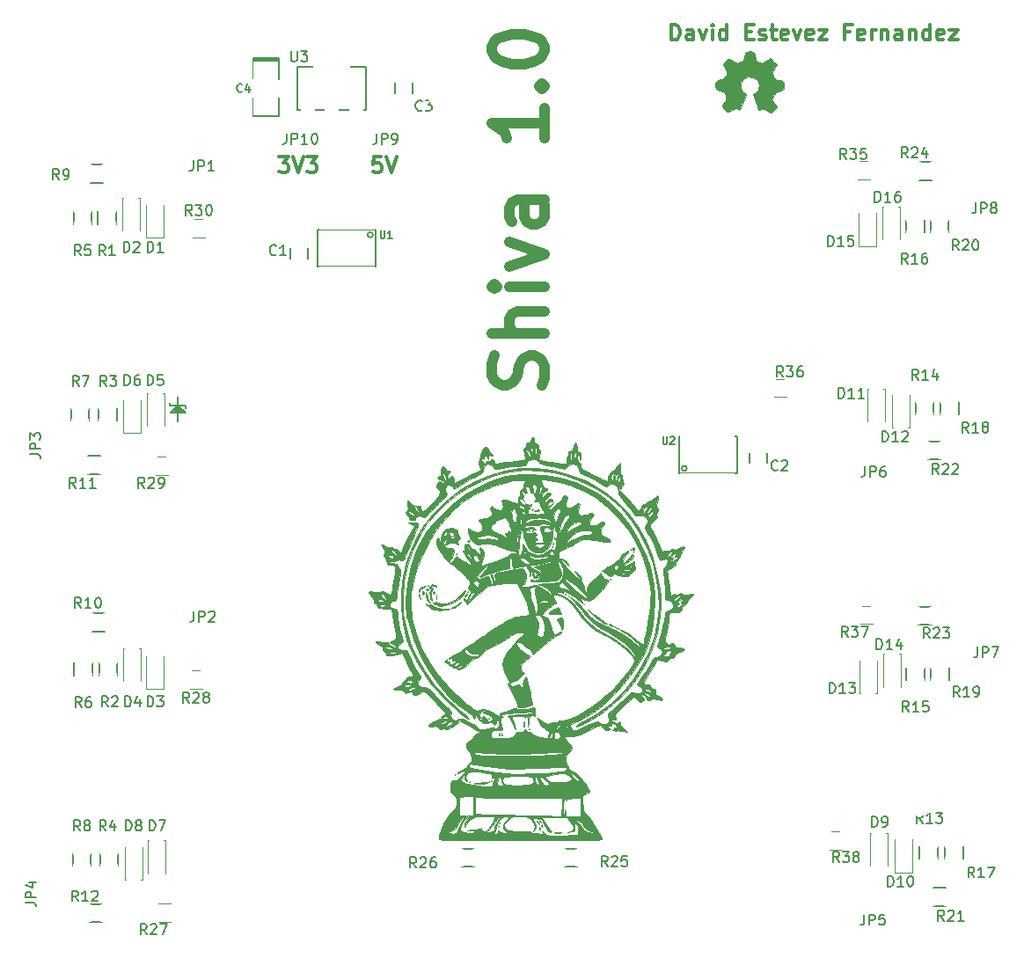
<source format=gto>
G04 #@! TF.FileFunction,Legend,Top*
%FSLAX46Y46*%
G04 Gerber Fmt 4.6, Leading zero omitted, Abs format (unit mm)*
G04 Created by KiCad (PCBNEW 4.0.7-e2-6376~58~ubuntu14.04.1) date Mon Apr 16 00:30:28 2018*
%MOMM*%
%LPD*%
G01*
G04 APERTURE LIST*
%ADD10C,0.100000*%
%ADD11C,0.200000*%
%ADD12C,1.000000*%
%ADD13C,0.300000*%
%ADD14C,0.120000*%
%ADD15C,0.150000*%
%ADD16C,0.127000*%
%ADD17C,0.010000*%
%ADD18C,0.002540*%
%ADD19O,3.400000X4.400000*%
%ADD20C,1.150000*%
%ADD21C,1.450000*%
%ADD22R,1.900000X1.700000*%
%ADD23R,2.432000X2.432000*%
%ADD24O,2.432000X2.127200*%
%ADD25R,1.650000X1.900000*%
%ADD26R,1.700000X1.900000*%
%ADD27R,3.650000X2.300000*%
%ADD28R,1.350000X2.300000*%
%ADD29R,2.432000X1.924000*%
%ADD30C,3.400000*%
%ADD31C,2.900000*%
%ADD32R,1.400000X1.400000*%
%ADD33R,0.819100X2.114500*%
%ADD34C,0.254000*%
G04 APERTURE END LIST*
D10*
D11*
X111658400Y-90881200D02*
X111658400Y-90932000D01*
X111302800Y-90881200D02*
X111658400Y-90881200D01*
X111455200Y-90728800D02*
X111302800Y-90881200D01*
X111658400Y-90728800D02*
X111455200Y-90728800D01*
X111963200Y-91033600D02*
X111658400Y-90728800D01*
X111150400Y-91033600D02*
X111963200Y-91033600D01*
X111556800Y-89662000D02*
X111556800Y-91998800D01*
X110794800Y-90474800D02*
X110794800Y-90220800D01*
X112318800Y-90474800D02*
X112318800Y-90728800D01*
X110794800Y-90474800D02*
X112318800Y-90474800D01*
X111556800Y-90474800D02*
X110845600Y-91186000D01*
X112268000Y-91186000D02*
X111556800Y-90474800D01*
X110896400Y-91186000D02*
X112268000Y-91186000D01*
D12*
X146549810Y-88532762D02*
X146787905Y-87818476D01*
X146787905Y-86628000D01*
X146549810Y-86151810D01*
X146311714Y-85913714D01*
X145835524Y-85675619D01*
X145359333Y-85675619D01*
X144883143Y-85913714D01*
X144645048Y-86151810D01*
X144406952Y-86628000D01*
X144168857Y-87580381D01*
X143930762Y-88056572D01*
X143692667Y-88294667D01*
X143216476Y-88532762D01*
X142740286Y-88532762D01*
X142264095Y-88294667D01*
X142026000Y-88056572D01*
X141787905Y-87580381D01*
X141787905Y-86389905D01*
X142026000Y-85675619D01*
X146787905Y-83532762D02*
X141787905Y-83532762D01*
X146787905Y-81389905D02*
X144168857Y-81389905D01*
X143692667Y-81628000D01*
X143454571Y-82104190D01*
X143454571Y-82818476D01*
X143692667Y-83294667D01*
X143930762Y-83532762D01*
X146787905Y-79008952D02*
X143454571Y-79008952D01*
X141787905Y-79008952D02*
X142026000Y-79247047D01*
X142264095Y-79008952D01*
X142026000Y-78770857D01*
X141787905Y-79008952D01*
X142264095Y-79008952D01*
X143454571Y-77104190D02*
X146787905Y-75913714D01*
X143454571Y-74723238D01*
X146787905Y-70675619D02*
X144168857Y-70675619D01*
X143692667Y-70913714D01*
X143454571Y-71389904D01*
X143454571Y-72342285D01*
X143692667Y-72818476D01*
X146549810Y-70675619D02*
X146787905Y-71151809D01*
X146787905Y-72342285D01*
X146549810Y-72818476D01*
X146073619Y-73056571D01*
X145597429Y-73056571D01*
X145121238Y-72818476D01*
X144883143Y-72342285D01*
X144883143Y-71151809D01*
X144645048Y-70675619D01*
X146787905Y-61866094D02*
X146787905Y-64723237D01*
X146787905Y-63294666D02*
X141787905Y-63294666D01*
X142502190Y-63770856D01*
X142978381Y-64247047D01*
X143216476Y-64723237D01*
X146311714Y-59723237D02*
X146549810Y-59485142D01*
X146787905Y-59723237D01*
X146549810Y-59961332D01*
X146311714Y-59723237D01*
X146787905Y-59723237D01*
X141787905Y-56389904D02*
X141787905Y-55913713D01*
X142026000Y-55437523D01*
X142264095Y-55199428D01*
X142740286Y-54961332D01*
X143692667Y-54723237D01*
X144883143Y-54723237D01*
X145835524Y-54961332D01*
X146311714Y-55199428D01*
X146549810Y-55437523D01*
X146787905Y-55913713D01*
X146787905Y-56389904D01*
X146549810Y-56866094D01*
X146311714Y-57104190D01*
X145835524Y-57342285D01*
X144883143Y-57580380D01*
X143692667Y-57580380D01*
X142740286Y-57342285D01*
X142264095Y-57104190D01*
X142026000Y-56866094D01*
X141787905Y-56389904D01*
D13*
X131095787Y-66552071D02*
X130381501Y-66552071D01*
X130310072Y-67266357D01*
X130381501Y-67194929D01*
X130524358Y-67123500D01*
X130881501Y-67123500D01*
X131024358Y-67194929D01*
X131095787Y-67266357D01*
X131167215Y-67409214D01*
X131167215Y-67766357D01*
X131095787Y-67909214D01*
X131024358Y-67980643D01*
X130881501Y-68052071D01*
X130524358Y-68052071D01*
X130381501Y-67980643D01*
X130310072Y-67909214D01*
X131595786Y-66552071D02*
X132095786Y-68052071D01*
X132595786Y-66552071D01*
X121269358Y-66552071D02*
X122197929Y-66552071D01*
X121697929Y-67123500D01*
X121912215Y-67123500D01*
X122055072Y-67194929D01*
X122126501Y-67266357D01*
X122197929Y-67409214D01*
X122197929Y-67766357D01*
X122126501Y-67909214D01*
X122055072Y-67980643D01*
X121912215Y-68052071D01*
X121483643Y-68052071D01*
X121340786Y-67980643D01*
X121269358Y-67909214D01*
X122626500Y-66552071D02*
X123126500Y-68052071D01*
X123626500Y-66552071D01*
X123983643Y-66552071D02*
X124912214Y-66552071D01*
X124412214Y-67123500D01*
X124626500Y-67123500D01*
X124769357Y-67194929D01*
X124840786Y-67266357D01*
X124912214Y-67409214D01*
X124912214Y-67766357D01*
X124840786Y-67909214D01*
X124769357Y-67980643D01*
X124626500Y-68052071D01*
X124197928Y-68052071D01*
X124055071Y-67980643D01*
X123983643Y-67909214D01*
X159005715Y-55288571D02*
X159005715Y-53788571D01*
X159362858Y-53788571D01*
X159577143Y-53860000D01*
X159720001Y-54002857D01*
X159791429Y-54145714D01*
X159862858Y-54431429D01*
X159862858Y-54645714D01*
X159791429Y-54931429D01*
X159720001Y-55074286D01*
X159577143Y-55217143D01*
X159362858Y-55288571D01*
X159005715Y-55288571D01*
X161148572Y-55288571D02*
X161148572Y-54502857D01*
X161077143Y-54360000D01*
X160934286Y-54288571D01*
X160648572Y-54288571D01*
X160505715Y-54360000D01*
X161148572Y-55217143D02*
X161005715Y-55288571D01*
X160648572Y-55288571D01*
X160505715Y-55217143D01*
X160434286Y-55074286D01*
X160434286Y-54931429D01*
X160505715Y-54788571D01*
X160648572Y-54717143D01*
X161005715Y-54717143D01*
X161148572Y-54645714D01*
X161720001Y-54288571D02*
X162077144Y-55288571D01*
X162434286Y-54288571D01*
X163005715Y-55288571D02*
X163005715Y-54288571D01*
X163005715Y-53788571D02*
X162934286Y-53860000D01*
X163005715Y-53931429D01*
X163077143Y-53860000D01*
X163005715Y-53788571D01*
X163005715Y-53931429D01*
X164362858Y-55288571D02*
X164362858Y-53788571D01*
X164362858Y-55217143D02*
X164220001Y-55288571D01*
X163934287Y-55288571D01*
X163791429Y-55217143D01*
X163720001Y-55145714D01*
X163648572Y-55002857D01*
X163648572Y-54574286D01*
X163720001Y-54431429D01*
X163791429Y-54360000D01*
X163934287Y-54288571D01*
X164220001Y-54288571D01*
X164362858Y-54360000D01*
X166220001Y-54502857D02*
X166720001Y-54502857D01*
X166934287Y-55288571D02*
X166220001Y-55288571D01*
X166220001Y-53788571D01*
X166934287Y-53788571D01*
X167505715Y-55217143D02*
X167648572Y-55288571D01*
X167934287Y-55288571D01*
X168077144Y-55217143D01*
X168148572Y-55074286D01*
X168148572Y-55002857D01*
X168077144Y-54860000D01*
X167934287Y-54788571D01*
X167720001Y-54788571D01*
X167577144Y-54717143D01*
X167505715Y-54574286D01*
X167505715Y-54502857D01*
X167577144Y-54360000D01*
X167720001Y-54288571D01*
X167934287Y-54288571D01*
X168077144Y-54360000D01*
X168577144Y-54288571D02*
X169148573Y-54288571D01*
X168791430Y-53788571D02*
X168791430Y-55074286D01*
X168862858Y-55217143D01*
X169005716Y-55288571D01*
X169148573Y-55288571D01*
X170220001Y-55217143D02*
X170077144Y-55288571D01*
X169791430Y-55288571D01*
X169648573Y-55217143D01*
X169577144Y-55074286D01*
X169577144Y-54502857D01*
X169648573Y-54360000D01*
X169791430Y-54288571D01*
X170077144Y-54288571D01*
X170220001Y-54360000D01*
X170291430Y-54502857D01*
X170291430Y-54645714D01*
X169577144Y-54788571D01*
X170791430Y-54288571D02*
X171148573Y-55288571D01*
X171505715Y-54288571D01*
X172648572Y-55217143D02*
X172505715Y-55288571D01*
X172220001Y-55288571D01*
X172077144Y-55217143D01*
X172005715Y-55074286D01*
X172005715Y-54502857D01*
X172077144Y-54360000D01*
X172220001Y-54288571D01*
X172505715Y-54288571D01*
X172648572Y-54360000D01*
X172720001Y-54502857D01*
X172720001Y-54645714D01*
X172005715Y-54788571D01*
X173220001Y-54288571D02*
X174005715Y-54288571D01*
X173220001Y-55288571D01*
X174005715Y-55288571D01*
X176220001Y-54502857D02*
X175720001Y-54502857D01*
X175720001Y-55288571D02*
X175720001Y-53788571D01*
X176434287Y-53788571D01*
X177577143Y-55217143D02*
X177434286Y-55288571D01*
X177148572Y-55288571D01*
X177005715Y-55217143D01*
X176934286Y-55074286D01*
X176934286Y-54502857D01*
X177005715Y-54360000D01*
X177148572Y-54288571D01*
X177434286Y-54288571D01*
X177577143Y-54360000D01*
X177648572Y-54502857D01*
X177648572Y-54645714D01*
X176934286Y-54788571D01*
X178291429Y-55288571D02*
X178291429Y-54288571D01*
X178291429Y-54574286D02*
X178362857Y-54431429D01*
X178434286Y-54360000D01*
X178577143Y-54288571D01*
X178720000Y-54288571D01*
X179220000Y-54288571D02*
X179220000Y-55288571D01*
X179220000Y-54431429D02*
X179291428Y-54360000D01*
X179434286Y-54288571D01*
X179648571Y-54288571D01*
X179791428Y-54360000D01*
X179862857Y-54502857D01*
X179862857Y-55288571D01*
X181220000Y-55288571D02*
X181220000Y-54502857D01*
X181148571Y-54360000D01*
X181005714Y-54288571D01*
X180720000Y-54288571D01*
X180577143Y-54360000D01*
X181220000Y-55217143D02*
X181077143Y-55288571D01*
X180720000Y-55288571D01*
X180577143Y-55217143D01*
X180505714Y-55074286D01*
X180505714Y-54931429D01*
X180577143Y-54788571D01*
X180720000Y-54717143D01*
X181077143Y-54717143D01*
X181220000Y-54645714D01*
X181934286Y-54288571D02*
X181934286Y-55288571D01*
X181934286Y-54431429D02*
X182005714Y-54360000D01*
X182148572Y-54288571D01*
X182362857Y-54288571D01*
X182505714Y-54360000D01*
X182577143Y-54502857D01*
X182577143Y-55288571D01*
X183934286Y-55288571D02*
X183934286Y-53788571D01*
X183934286Y-55217143D02*
X183791429Y-55288571D01*
X183505715Y-55288571D01*
X183362857Y-55217143D01*
X183291429Y-55145714D01*
X183220000Y-55002857D01*
X183220000Y-54574286D01*
X183291429Y-54431429D01*
X183362857Y-54360000D01*
X183505715Y-54288571D01*
X183791429Y-54288571D01*
X183934286Y-54360000D01*
X185220000Y-55217143D02*
X185077143Y-55288571D01*
X184791429Y-55288571D01*
X184648572Y-55217143D01*
X184577143Y-55074286D01*
X184577143Y-54502857D01*
X184648572Y-54360000D01*
X184791429Y-54288571D01*
X185077143Y-54288571D01*
X185220000Y-54360000D01*
X185291429Y-54502857D01*
X185291429Y-54645714D01*
X184577143Y-54788571D01*
X185791429Y-54288571D02*
X186577143Y-54288571D01*
X185791429Y-55288571D01*
X186577143Y-55288571D01*
D14*
X114138000Y-74286000D02*
X112938000Y-74286000D01*
X112938000Y-72526000D02*
X114138000Y-72526000D01*
X168945000Y-87893000D02*
X170145000Y-87893000D01*
X170145000Y-89653000D02*
X168945000Y-89653000D01*
X177200000Y-109737000D02*
X178400000Y-109737000D01*
X178400000Y-111497000D02*
X177200000Y-111497000D01*
D15*
X184038800Y-111568200D02*
X182838800Y-111568200D01*
X182838800Y-109818200D02*
X184038800Y-109818200D01*
X104359000Y-69010500D02*
X103159000Y-69010500D01*
X103159000Y-67260500D02*
X104359000Y-67260500D01*
X124040000Y-76319000D02*
X124040000Y-75319000D01*
X122340000Y-75319000D02*
X122340000Y-76319000D01*
X166536000Y-95004000D02*
X166536000Y-96004000D01*
X168236000Y-96004000D02*
X168236000Y-95004000D01*
X132449200Y-59393200D02*
X132449200Y-60393200D01*
X134149200Y-60393200D02*
X134149200Y-59393200D01*
X103836500Y-72990000D02*
X103836500Y-71790000D01*
X105586500Y-71790000D02*
X105586500Y-72990000D01*
X103963500Y-116424000D02*
X103963500Y-115224000D01*
X105713500Y-115224000D02*
X105713500Y-116424000D01*
X105650000Y-90713000D02*
X105650000Y-91913000D01*
X103900000Y-91913000D02*
X103900000Y-90713000D01*
X105777000Y-133575500D02*
X105777000Y-134775500D01*
X104027000Y-134775500D02*
X104027000Y-133575500D01*
X101487000Y-72990000D02*
X101487000Y-71790000D01*
X103237000Y-71790000D02*
X103237000Y-72990000D01*
X101550500Y-116424000D02*
X101550500Y-115224000D01*
X103300500Y-115224000D02*
X103300500Y-116424000D01*
X102983000Y-90713000D02*
X102983000Y-91913000D01*
X101233000Y-91913000D02*
X101233000Y-90713000D01*
X103173500Y-133575500D02*
X103173500Y-134775500D01*
X101423500Y-134775500D02*
X101423500Y-133575500D01*
X104486000Y-112190500D02*
X103286000Y-112190500D01*
X103286000Y-110440500D02*
X104486000Y-110440500D01*
X102841500Y-95327500D02*
X104041500Y-95327500D01*
X104041500Y-97077500D02*
X102841500Y-97077500D01*
X103032000Y-138444000D02*
X104232000Y-138444000D01*
X104232000Y-140194000D02*
X103032000Y-140194000D01*
X184669400Y-132902400D02*
X184669400Y-134102400D01*
X182919400Y-134102400D02*
X182919400Y-132902400D01*
X184263000Y-90128800D02*
X184263000Y-91328800D01*
X182513000Y-91328800D02*
X182513000Y-90128800D01*
X181649400Y-116881200D02*
X181649400Y-115681200D01*
X183399400Y-115681200D02*
X183399400Y-116881200D01*
X181624000Y-73815500D02*
X181624000Y-72615500D01*
X183374000Y-72615500D02*
X183374000Y-73815500D01*
X187107800Y-132902400D02*
X187107800Y-134102400D01*
X185357800Y-134102400D02*
X185357800Y-132902400D01*
X186663300Y-90141500D02*
X186663300Y-91341500D01*
X184913300Y-91341500D02*
X184913300Y-90141500D01*
X183986200Y-116881200D02*
X183986200Y-115681200D01*
X185736200Y-115681200D02*
X185736200Y-116881200D01*
X183973500Y-73815500D02*
X183973500Y-72615500D01*
X185723500Y-72615500D02*
X185723500Y-73815500D01*
X184210400Y-136894600D02*
X185410400Y-136894600D01*
X185410400Y-138644600D02*
X184210400Y-138644600D01*
X183753200Y-93917800D02*
X184953200Y-93917800D01*
X184953200Y-95667800D02*
X183753200Y-95667800D01*
X184115000Y-68756500D02*
X182915000Y-68756500D01*
X182915000Y-67006500D02*
X184115000Y-67006500D01*
X149952000Y-134860000D02*
X148752000Y-134860000D01*
X148752000Y-133110000D02*
X149952000Y-133110000D01*
X138846000Y-133110000D02*
X140046000Y-133110000D01*
X140046000Y-134860000D02*
X138846000Y-134860000D01*
X129165000Y-62044000D02*
X129665000Y-62044000D01*
X129665000Y-62044000D02*
X129665000Y-57844000D01*
X129665000Y-57844000D02*
X128065000Y-57844000D01*
X126865000Y-62044000D02*
X128165000Y-62044000D01*
X124565000Y-62044000D02*
X125865000Y-62044000D01*
X123065000Y-57844000D02*
X123065000Y-62044000D01*
X123065000Y-62044000D02*
X123565000Y-62044000D01*
X123065000Y-57844000D02*
X124665000Y-57844000D01*
D16*
X121258000Y-57204000D02*
X118772000Y-57204000D01*
X121258000Y-57104000D02*
X118772000Y-57104000D01*
X121258000Y-57004000D02*
X118772000Y-57004000D01*
X121258000Y-57304000D02*
X118772000Y-57304000D01*
X118772000Y-57004000D02*
X118772000Y-59005000D01*
X121258000Y-60833000D02*
X121258000Y-62584000D01*
X121258000Y-62584000D02*
X118772000Y-62584000D01*
X118772000Y-62584000D02*
X118772000Y-60833000D01*
X121258000Y-59055000D02*
X121258000Y-57004000D01*
D17*
G36*
X145775340Y-93625896D02*
X145796000Y-93833596D01*
X145829371Y-94054004D01*
X145952671Y-94129976D01*
X145999200Y-94132400D01*
X146147936Y-94180298D01*
X146200303Y-94358519D01*
X146202400Y-94437200D01*
X146235084Y-94651157D01*
X146313843Y-94741974D01*
X146315307Y-94742000D01*
X146368031Y-94828729D01*
X146368504Y-95046188D01*
X146322215Y-95330282D01*
X146241963Y-95598246D01*
X146276069Y-95663754D01*
X146444434Y-95727816D01*
X146767893Y-95795603D01*
X147267281Y-95872287D01*
X147441720Y-95896091D01*
X148029425Y-95974808D01*
X148443916Y-96026235D01*
X148713675Y-96047757D01*
X148867184Y-96036760D01*
X148932926Y-95990630D01*
X148939382Y-95906753D01*
X148915035Y-95782515D01*
X148910692Y-95761261D01*
X148902927Y-95504049D01*
X148986337Y-95402400D01*
X149250400Y-95402400D01*
X149275918Y-95637440D01*
X149338666Y-95754928D01*
X149352000Y-95758000D01*
X149419154Y-95668685D01*
X149452722Y-95449067D01*
X149453600Y-95402400D01*
X149442570Y-95300800D01*
X149656800Y-95300800D01*
X149682318Y-95535840D01*
X149745066Y-95653328D01*
X149758400Y-95656400D01*
X149825554Y-95567085D01*
X149859122Y-95347467D01*
X149860000Y-95300800D01*
X149834481Y-95065759D01*
X149771733Y-94948271D01*
X149758400Y-94945200D01*
X149691245Y-95034514D01*
X149657677Y-95254132D01*
X149656800Y-95300800D01*
X149442570Y-95300800D01*
X149428081Y-95167359D01*
X149365333Y-95049871D01*
X149352000Y-95046800D01*
X149284845Y-95136114D01*
X149251277Y-95355732D01*
X149250400Y-95402400D01*
X148986337Y-95402400D01*
X149014802Y-95367711D01*
X149132791Y-95199405D01*
X149122721Y-95059649D01*
X149117756Y-94894709D01*
X149257463Y-94844517D01*
X149301781Y-94843599D01*
X149461472Y-94809140D01*
X149553167Y-94670122D01*
X149606878Y-94432002D01*
X149686728Y-94152743D01*
X149783364Y-94066697D01*
X149873945Y-94167781D01*
X149935632Y-94449909D01*
X149942041Y-94521296D01*
X149996596Y-94825796D01*
X150099207Y-94944041D01*
X150112995Y-94945200D01*
X150260065Y-95030556D01*
X150326223Y-95241945D01*
X150293960Y-95512344D01*
X150275013Y-95565475D01*
X150209139Y-95713356D01*
X150180803Y-95691846D01*
X150171467Y-95484354D01*
X150171240Y-95472603D01*
X150132904Y-95251056D01*
X150057616Y-95204273D01*
X149986958Y-95319610D01*
X149961600Y-95536356D01*
X150046566Y-95818836D01*
X150174134Y-95943451D01*
X150334947Y-96130697D01*
X150335862Y-96298090D01*
X150333506Y-96397084D01*
X150392662Y-96495395D01*
X150540123Y-96611859D01*
X150802680Y-96765315D01*
X151207126Y-96974597D01*
X151518519Y-97129600D01*
X151977134Y-97355925D01*
X152370415Y-97549389D01*
X152662391Y-97692341D01*
X152817092Y-97767134D01*
X152829992Y-97773066D01*
X152883712Y-97709748D01*
X152907893Y-97510054D01*
X152908000Y-97493666D01*
X152925593Y-97363435D01*
X153215891Y-97363435D01*
X153228755Y-97569748D01*
X153287878Y-97684195D01*
X153306327Y-97688400D01*
X153390441Y-97600682D01*
X153419421Y-97518909D01*
X153622431Y-97518909D01*
X153633577Y-97671878D01*
X153690049Y-97649916D01*
X153774831Y-97541981D01*
X153893762Y-97311558D01*
X153924000Y-97160981D01*
X153882388Y-97006659D01*
X153833270Y-96977200D01*
X153718169Y-97067712D01*
X153640613Y-97295615D01*
X153622431Y-97518909D01*
X153419421Y-97518909D01*
X153465680Y-97388380D01*
X153468395Y-97376334D01*
X153500130Y-97094598D01*
X153434279Y-96987621D01*
X153321159Y-97023822D01*
X153247340Y-97152408D01*
X153215891Y-97363435D01*
X152925593Y-97363435D01*
X152937401Y-97276035D01*
X153008513Y-97180586D01*
X153012114Y-97180400D01*
X153121529Y-97096334D01*
X153212062Y-96928340D01*
X153333661Y-96748913D01*
X153449026Y-96730438D01*
X153590446Y-96685607D01*
X153717210Y-96477866D01*
X153855185Y-96219660D01*
X154001076Y-96040992D01*
X154089580Y-95987931D01*
X154127351Y-96046258D01*
X154123589Y-96251087D01*
X154106665Y-96443965D01*
X154092849Y-96810958D01*
X154143466Y-97027261D01*
X154201089Y-97097962D01*
X154299111Y-97285511D01*
X154301982Y-97452975D01*
X154320981Y-97683124D01*
X154396986Y-97803101D01*
X154464797Y-97904347D01*
X154422391Y-98048261D01*
X154266075Y-98273962D01*
X153995403Y-98628832D01*
X154557427Y-99121816D01*
X154901387Y-99457109D01*
X155233174Y-99835535D01*
X155449326Y-100128867D01*
X155641369Y-100395538D01*
X155806090Y-100567562D01*
X155893000Y-100606790D01*
X155997599Y-100493145D01*
X156098174Y-100265685D01*
X156104723Y-100244590D01*
X156215841Y-100011230D01*
X156347563Y-99974141D01*
X156508508Y-99943002D01*
X156640118Y-99818968D01*
X156792478Y-99673944D01*
X156905278Y-99649347D01*
X157045826Y-99612449D01*
X157266316Y-99471729D01*
X157378400Y-99380721D01*
X157594779Y-99199211D01*
X157704133Y-99143303D01*
X157750251Y-99202419D01*
X157765565Y-99287189D01*
X157742089Y-99528376D01*
X157641330Y-99804730D01*
X157641240Y-99804903D01*
X157545354Y-100023122D01*
X157557512Y-100149576D01*
X157635075Y-100230620D01*
X157774365Y-100440580D01*
X157713182Y-100655123D01*
X157636949Y-100732623D01*
X157543028Y-100866997D01*
X157603842Y-101043662D01*
X157611549Y-101056481D01*
X157660912Y-101193443D01*
X157613602Y-101331563D01*
X157445238Y-101503107D01*
X157131436Y-101740343D01*
X157052761Y-101795927D01*
X156979532Y-101867435D01*
X156962792Y-101969908D01*
X157012966Y-102141663D01*
X157140474Y-102421014D01*
X157319031Y-102774770D01*
X157538894Y-103218251D01*
X157744035Y-103657425D01*
X157900205Y-104018143D01*
X157937873Y-104114599D01*
X158067149Y-104405701D01*
X158184111Y-104574594D01*
X158266519Y-104598201D01*
X158292800Y-104482899D01*
X158380563Y-104413223D01*
X158601466Y-104430333D01*
X158850014Y-104443566D01*
X158966780Y-104344250D01*
X158968931Y-104338840D01*
X159056662Y-104242657D01*
X159160966Y-104296190D01*
X159328053Y-104348842D01*
X159578236Y-104262208D01*
X159580901Y-104260854D01*
X159980505Y-104079495D01*
X160222867Y-104020965D01*
X160306096Y-104084384D01*
X160228304Y-104268872D01*
X160063518Y-104485724D01*
X159912817Y-104705196D01*
X159858281Y-104870616D01*
X159865788Y-104899068D01*
X159843279Y-105030886D01*
X159706123Y-105223423D01*
X159669869Y-105261366D01*
X159494319Y-105491760D01*
X159411388Y-105708539D01*
X159410400Y-105727591D01*
X159337918Y-105900971D01*
X159100842Y-106052904D01*
X158994100Y-106097873D01*
X158737675Y-106208803D01*
X158627204Y-106319464D01*
X158618813Y-106502076D01*
X158644151Y-106673900D01*
X158689718Y-106979857D01*
X158747925Y-107401465D01*
X158806925Y-107852655D01*
X158812499Y-107896782D01*
X158864949Y-108279418D01*
X158913705Y-108576269D01*
X158950127Y-108736275D01*
X158956793Y-108749460D01*
X159057408Y-108729259D01*
X159153944Y-108663237D01*
X159328492Y-108589305D01*
X159444135Y-108647037D01*
X159607722Y-108701159D01*
X159770939Y-108619351D01*
X159935117Y-108531594D01*
X160045730Y-108589480D01*
X160067403Y-108616238D01*
X160176981Y-108694389D01*
X160364307Y-108691812D01*
X160600998Y-108636229D01*
X160932776Y-108573049D01*
X161092463Y-108606554D01*
X161075025Y-108730802D01*
X160875432Y-108939848D01*
X160865334Y-108948417D01*
X160651863Y-109169179D01*
X160522131Y-109379489D01*
X160509790Y-109423200D01*
X160396612Y-109620536D01*
X160248006Y-109726692D01*
X160060929Y-109895698D01*
X160020000Y-110046022D01*
X159972428Y-110227638D01*
X159807990Y-110334970D01*
X159494100Y-110382500D01*
X159249690Y-110388400D01*
X158971789Y-110397822D01*
X158841398Y-110450825D01*
X158802933Y-110584513D01*
X158800800Y-110688042D01*
X158781761Y-110911887D01*
X158730393Y-111277587D01*
X158655321Y-111727968D01*
X158593883Y-112059901D01*
X158504065Y-112535597D01*
X158453462Y-112853926D01*
X158441324Y-113056752D01*
X158466899Y-113185939D01*
X158529436Y-113283351D01*
X158571084Y-113329745D01*
X158762321Y-113462451D01*
X158905001Y-113432642D01*
X159143811Y-113341630D01*
X159287787Y-113429976D01*
X159327462Y-113563400D01*
X159400688Y-113733746D01*
X159588174Y-113765295D01*
X159613928Y-113762639D01*
X159902663Y-113761116D01*
X160157962Y-113810524D01*
X160309233Y-113893929D01*
X160324800Y-113933131D01*
X160236267Y-114009179D01*
X160011945Y-114102983D01*
X159873139Y-114146049D01*
X159563520Y-114262360D01*
X159415858Y-114404433D01*
X159390539Y-114489453D01*
X159286306Y-114672850D01*
X159080200Y-114738548D01*
X158877187Y-114804323D01*
X158800800Y-114905478D01*
X158718462Y-115061314D01*
X158488695Y-115106937D01*
X158137370Y-115038236D01*
X158081466Y-115019781D01*
X157922150Y-114960535D01*
X157804301Y-114927242D01*
X157705032Y-114942585D01*
X157601456Y-115029252D01*
X157470686Y-115209925D01*
X157289834Y-115507292D01*
X157036015Y-115944035D01*
X156882547Y-116208117D01*
X156663979Y-116592160D01*
X156490670Y-116914135D01*
X156384712Y-117131967D01*
X156362400Y-117198717D01*
X156450422Y-117268926D01*
X156655350Y-117297200D01*
X156900967Y-117350302D01*
X157001438Y-117500399D01*
X157137603Y-117672401D01*
X157267288Y-117703600D01*
X157421956Y-117747646D01*
X157477124Y-117916246D01*
X157480000Y-118008400D01*
X157517350Y-118229842D01*
X157607000Y-118315459D01*
X157773593Y-118370896D01*
X157965913Y-118497946D01*
X158121150Y-118644804D01*
X158176491Y-118759663D01*
X158167179Y-118777487D01*
X158034348Y-118800265D01*
X157773420Y-118779804D01*
X157584497Y-118748254D01*
X157296978Y-118706589D01*
X157111663Y-118708887D01*
X157073600Y-118734218D01*
X156986665Y-118799930D01*
X156822788Y-118821200D01*
X156640886Y-118783654D01*
X156627556Y-118676362D01*
X156590052Y-118518149D01*
X156417997Y-118357800D01*
X156195555Y-118253488D01*
X156077972Y-118269069D01*
X156098877Y-118379049D01*
X156222776Y-118505809D01*
X156366383Y-118657819D01*
X156351418Y-118794471D01*
X156313175Y-118852663D01*
X156161566Y-118998193D01*
X156001647Y-118985293D01*
X155787831Y-118807031D01*
X155749586Y-118766979D01*
X155553653Y-118601120D01*
X155395183Y-118536800D01*
X155382077Y-118538379D01*
X155263861Y-118617372D01*
X155035217Y-118811027D01*
X154729205Y-119090126D01*
X154382850Y-119421568D01*
X153975542Y-119834017D01*
X153719683Y-120127770D01*
X153608365Y-120311466D01*
X153615048Y-120381688D01*
X153721930Y-120562020D01*
X153651466Y-120670395D01*
X153466800Y-120674866D01*
X153264714Y-120670109D01*
X153224808Y-120742848D01*
X153339004Y-120859658D01*
X153536308Y-120962549D01*
X153771332Y-121039346D01*
X153881650Y-121011142D01*
X153900374Y-120974875D01*
X154007014Y-120860534D01*
X154044936Y-120853200D01*
X154103131Y-120928400D01*
X154085448Y-121018657D01*
X154117837Y-121204572D01*
X154332644Y-121464950D01*
X154404777Y-121532813D01*
X154787600Y-121881510D01*
X154482800Y-121813614D01*
X154183176Y-121772901D01*
X153816279Y-121755886D01*
X153720800Y-121756725D01*
X153449183Y-121748546D01*
X153373135Y-121706861D01*
X153403616Y-121677425D01*
X153492754Y-121547699D01*
X153479676Y-121483634D01*
X153500709Y-121419844D01*
X153619059Y-121433324D01*
X153784773Y-121430369D01*
X153809419Y-121334872D01*
X153691617Y-121201862D01*
X153625879Y-121161574D01*
X153383120Y-121067023D01*
X153247530Y-121086322D01*
X153243454Y-121192937D01*
X153225902Y-121286885D01*
X153047461Y-121290927D01*
X153025724Y-121287723D01*
X152755600Y-121245971D01*
X152995455Y-121455985D01*
X153129935Y-121597975D01*
X153139098Y-121665174D01*
X153130765Y-121666000D01*
X152948907Y-121699964D01*
X152865595Y-121727636D01*
X152678549Y-121695568D01*
X152432163Y-121496923D01*
X152412934Y-121476646D01*
X152120896Y-121164018D01*
X151027046Y-121719809D01*
X150535346Y-121963594D01*
X150170973Y-122124613D01*
X149883921Y-122219318D01*
X149624186Y-122264163D01*
X149341764Y-122275598D01*
X149337798Y-122275600D01*
X149020523Y-122287560D01*
X148804539Y-122318585D01*
X148742400Y-122352838D01*
X148805267Y-122472623D01*
X148958964Y-122663265D01*
X148982333Y-122688833D01*
X149292419Y-123091454D01*
X149415240Y-123426705D01*
X149350471Y-123691498D01*
X149107420Y-123878421D01*
X148920720Y-124062384D01*
X148820793Y-124353966D01*
X148817769Y-124672594D01*
X148921778Y-124937695D01*
X148967892Y-124988174D01*
X149111331Y-125187222D01*
X149148800Y-125328332D01*
X149238924Y-125489913D01*
X149400936Y-125568053D01*
X149637029Y-125675412D01*
X149908025Y-125864549D01*
X150156921Y-126086371D01*
X150326719Y-126291787D01*
X150368000Y-126400924D01*
X150426265Y-126529235D01*
X150469413Y-126542800D01*
X150585125Y-126625460D01*
X150744841Y-126831696D01*
X150911188Y-127098889D01*
X151046795Y-127364421D01*
X151114287Y-127565673D01*
X151112094Y-127619624D01*
X150988879Y-127740383D01*
X150760184Y-127853316D01*
X150755079Y-127855111D01*
X150447249Y-127962420D01*
X150485025Y-128710487D01*
X150510260Y-129099438D01*
X150558903Y-129363467D01*
X150662539Y-129577683D01*
X150852755Y-129817198D01*
X151035514Y-130019542D01*
X151305016Y-130349572D01*
X151587332Y-130752823D01*
X151855144Y-131182754D01*
X152081133Y-131592824D01*
X152237978Y-131936489D01*
X152298362Y-132167208D01*
X152298400Y-132171057D01*
X152284905Y-132201311D01*
X152235664Y-132227607D01*
X152137539Y-132250218D01*
X151977391Y-132269417D01*
X151742083Y-132285479D01*
X151418478Y-132298676D01*
X150993438Y-132309283D01*
X150453825Y-132317574D01*
X149786502Y-132323821D01*
X148978331Y-132328298D01*
X148016173Y-132331280D01*
X146886893Y-132333039D01*
X145577351Y-132333850D01*
X144475200Y-132334000D01*
X143029784Y-132333873D01*
X141774216Y-132333274D01*
X140695141Y-132331874D01*
X139779205Y-132329345D01*
X139013057Y-132325357D01*
X138383342Y-132319583D01*
X137876707Y-132311694D01*
X137479799Y-132301361D01*
X137179265Y-132288256D01*
X136961751Y-132272049D01*
X136813903Y-132252413D01*
X136722370Y-132229020D01*
X136673796Y-132201539D01*
X136654830Y-132169644D01*
X136652000Y-132141502D01*
X136689190Y-131876368D01*
X136785377Y-131513901D01*
X136795725Y-131483036D01*
X137414000Y-131483036D01*
X137668000Y-131597278D01*
X138035489Y-131709302D01*
X138119809Y-131692553D01*
X141948535Y-131692553D01*
X142034393Y-131711772D01*
X142180890Y-131662729D01*
X142323041Y-131522554D01*
X142344689Y-131434129D01*
X142359649Y-131326039D01*
X142421183Y-131394300D01*
X142451338Y-131445000D01*
X142612805Y-131573941D01*
X142919356Y-131618526D01*
X142981648Y-131618732D01*
X143408400Y-131614664D01*
X143141047Y-131469399D01*
X142926146Y-131311860D01*
X142811566Y-131162231D01*
X142816064Y-130945888D01*
X142837513Y-130890939D01*
X142951200Y-130890939D01*
X142999011Y-131129214D01*
X143160363Y-131287357D01*
X143462133Y-131378287D01*
X143931195Y-131414921D01*
X144045419Y-131416849D01*
X144654653Y-131425647D01*
X145084423Y-131439466D01*
X145358445Y-131460306D01*
X145500431Y-131490165D01*
X145534097Y-131531041D01*
X145529214Y-131541886D01*
X145579570Y-131598406D01*
X145770383Y-131622778D01*
X145777303Y-131622800D01*
X146106469Y-131644198D01*
X146394724Y-131686664D01*
X146608478Y-131715741D01*
X146672314Y-131666205D01*
X146647756Y-131559664D01*
X146609682Y-131429833D01*
X146661199Y-131468788D01*
X146722131Y-131542743D01*
X147011782Y-131770190D01*
X147428756Y-131878628D01*
X147969903Y-131876578D01*
X148397336Y-131849981D01*
X148906639Y-131831661D01*
X149316103Y-131826000D01*
X150063200Y-131826000D01*
X150063200Y-131427909D01*
X150031147Y-131001534D01*
X149935811Y-130762475D01*
X149823729Y-130708333D01*
X149746570Y-130799218D01*
X149708798Y-131031477D01*
X149707600Y-131089333D01*
X149693478Y-131339929D01*
X149613471Y-131451305D01*
X149411118Y-131487219D01*
X149352000Y-131490900D01*
X148996400Y-131511400D01*
X149326600Y-131411795D01*
X149567643Y-131293854D01*
X149644102Y-131121395D01*
X149555212Y-130874086D01*
X149300211Y-130531598D01*
X149293282Y-130523487D01*
X148994479Y-130174403D01*
X149504400Y-130174403D01*
X149860000Y-130418026D01*
X150139152Y-130667638D01*
X150365567Y-130966292D01*
X150392041Y-131015225D01*
X150674547Y-131367265D01*
X151075468Y-131575298D01*
X151364596Y-131618217D01*
X151521719Y-131586469D01*
X151536400Y-131521200D01*
X151392123Y-131433790D01*
X151290105Y-131419600D01*
X151079974Y-131357194D01*
X150841487Y-131207090D01*
X150647613Y-131024957D01*
X150571200Y-130871136D01*
X150485994Y-130683047D01*
X150272577Y-130478989D01*
X149994251Y-130310915D01*
X149809200Y-130245733D01*
X149504400Y-130174403D01*
X148994479Y-130174403D01*
X148929765Y-130098800D01*
X147769282Y-130098800D01*
X147310957Y-130103118D01*
X146938029Y-130114853D01*
X146690744Y-130132173D01*
X146608800Y-130151618D01*
X146662755Y-130279143D01*
X146799662Y-130512755D01*
X146982084Y-130794847D01*
X147172585Y-131067808D01*
X147333727Y-131274029D01*
X147350263Y-131292600D01*
X147476720Y-131453355D01*
X147457827Y-131515856D01*
X147404257Y-131521200D01*
X147190530Y-131427442D01*
X146968492Y-131142241D01*
X146764832Y-130733800D01*
X146642034Y-130475982D01*
X146544825Y-130316995D01*
X146517169Y-130293533D01*
X146376247Y-130275210D01*
X146253200Y-130259701D01*
X145986296Y-130206335D01*
X145821400Y-130159722D01*
X145641426Y-130124783D01*
X145610798Y-130196312D01*
X145728334Y-130389092D01*
X145796000Y-130477476D01*
X145966856Y-130801344D01*
X145974349Y-131100864D01*
X145821400Y-131326059D01*
X145703889Y-131409157D01*
X145731434Y-131362799D01*
X145770600Y-131318180D01*
X145892554Y-131044113D01*
X145829417Y-130722775D01*
X145586497Y-130377875D01*
X145552160Y-130342640D01*
X145363451Y-130165734D01*
X145195611Y-130062576D01*
X144984903Y-130013337D01*
X144667589Y-129998188D01*
X144441794Y-129997200D01*
X144043064Y-130002914D01*
X143782320Y-130033236D01*
X143594406Y-130107938D01*
X143414165Y-130246790D01*
X143314034Y-130339396D01*
X143099661Y-130582294D01*
X142969421Y-130808385D01*
X142951200Y-130890939D01*
X142837513Y-130890939D01*
X142925641Y-130665169D01*
X143103556Y-130401222D01*
X143198500Y-130307559D01*
X143342719Y-130142456D01*
X143295846Y-130046046D01*
X143058375Y-130019306D01*
X143053071Y-130019449D01*
X142765281Y-130119191D01*
X142484913Y-130370150D01*
X142255366Y-130723550D01*
X142137088Y-131048892D01*
X142059250Y-131333643D01*
X141986839Y-131546600D01*
X141948535Y-131692553D01*
X138119809Y-131692553D01*
X138283981Y-131659943D01*
X138349264Y-131597400D01*
X138440308Y-131430514D01*
X138558571Y-131157516D01*
X138706497Y-131157516D01*
X138719325Y-131365109D01*
X138857229Y-131477656D01*
X139131089Y-131560909D01*
X139474895Y-131607948D01*
X139822639Y-131611851D01*
X140108312Y-131565697D01*
X140208000Y-131521200D01*
X140244819Y-131459583D01*
X140109879Y-131422446D01*
X139852400Y-131406218D01*
X139344400Y-131389725D01*
X139903200Y-131320110D01*
X140249935Y-131266929D01*
X140533105Y-131206059D01*
X140640952Y-131171335D01*
X140769437Y-131143231D01*
X140762383Y-131242073D01*
X140786588Y-131365786D01*
X140988693Y-131448239D01*
X141027930Y-131456586D01*
X141493765Y-131521709D01*
X141800682Y-131488743D01*
X141973089Y-131347246D01*
X142035393Y-131086771D01*
X142036800Y-131024905D01*
X142094271Y-130846157D01*
X142240933Y-130583506D01*
X142350389Y-130423615D01*
X142507367Y-130187076D01*
X142577567Y-130032237D01*
X142563596Y-129997200D01*
X142432371Y-130076894D01*
X142227471Y-130289705D01*
X141982579Y-130596225D01*
X141731377Y-130957047D01*
X141695818Y-131012496D01*
X141506898Y-131245377D01*
X141315417Y-131385388D01*
X141271226Y-131398710D01*
X141148692Y-131408948D01*
X141195822Y-131360050D01*
X141299599Y-131297813D01*
X141464613Y-131138531D01*
X141662220Y-130858782D01*
X141817286Y-130581400D01*
X142106972Y-129997200D01*
X141090876Y-129997200D01*
X140617018Y-130001284D01*
X140294668Y-130020268D01*
X140072191Y-130064246D01*
X139897952Y-130143313D01*
X139724569Y-130264318D01*
X139464828Y-130513130D01*
X139264597Y-130791307D01*
X139236356Y-130848518D01*
X139144776Y-131039573D01*
X139103988Y-131053162D01*
X139094376Y-130940535D01*
X139156670Y-130730667D01*
X139318361Y-130464890D01*
X139405724Y-130356335D01*
X139586303Y-130121003D01*
X139615710Y-130012392D01*
X139506560Y-130036949D01*
X139271463Y-130201122D01*
X139206577Y-130254524D01*
X138975755Y-130517459D01*
X138798537Y-130842445D01*
X138706497Y-131157516D01*
X138558571Y-131157516D01*
X138560551Y-131152947D01*
X138618177Y-131003330D01*
X138860951Y-130501510D01*
X139158614Y-130135115D01*
X139486105Y-129930203D01*
X139683662Y-129895600D01*
X140004800Y-129895600D01*
X140004800Y-129794000D01*
X140106400Y-129794000D01*
X141249400Y-129807557D01*
X141797147Y-129816478D01*
X142537454Y-129832431D01*
X143459812Y-129855141D01*
X144553712Y-129884334D01*
X145808645Y-129919736D01*
X147214103Y-129961072D01*
X147788790Y-129978379D01*
X148409980Y-129997200D01*
X148460957Y-129625277D01*
X148576455Y-129625277D01*
X148589887Y-129907219D01*
X148638422Y-129997200D01*
X148713635Y-129908193D01*
X148757170Y-129691457D01*
X148758659Y-129667000D01*
X148774919Y-129336800D01*
X148815896Y-129667000D01*
X148856874Y-129997200D01*
X150266400Y-129997200D01*
X150266400Y-128270000D01*
X149606000Y-128270000D01*
X149207396Y-128285515D01*
X148993379Y-128334157D01*
X148944044Y-128397000D01*
X148911035Y-128452184D01*
X148847968Y-128374542D01*
X148773420Y-128281082D01*
X148718928Y-128293057D01*
X148676657Y-128435412D01*
X148638771Y-128733091D01*
X148601582Y-129159000D01*
X148576455Y-129625277D01*
X148460957Y-129625277D01*
X148474590Y-129525819D01*
X148515780Y-129134681D01*
X148537963Y-128747579D01*
X148539200Y-128662219D01*
X148539200Y-128270000D01*
X145770600Y-128269628D01*
X144942838Y-128266899D01*
X144093699Y-128259432D01*
X143270944Y-128247980D01*
X142522334Y-128233299D01*
X141895630Y-128216141D01*
X141554200Y-128203024D01*
X140106400Y-128136791D01*
X140106400Y-129794000D01*
X140004800Y-129794000D01*
X140004800Y-128057515D01*
X139319000Y-128087557D01*
X138633200Y-128117600D01*
X138574488Y-129895600D01*
X139207590Y-129895600D01*
X138901777Y-130152924D01*
X138664628Y-130417877D01*
X138494261Y-130720768D01*
X138483757Y-130750239D01*
X138279236Y-131147742D01*
X137974393Y-131376652D01*
X137718800Y-131442818D01*
X137414000Y-131483036D01*
X136795725Y-131483036D01*
X136917482Y-131119884D01*
X137062427Y-130760102D01*
X137197133Y-130500338D01*
X137252702Y-130429217D01*
X137431008Y-130211101D01*
X137599596Y-129935148D01*
X137600637Y-129933102D01*
X137793437Y-129647037D01*
X138046493Y-129376412D01*
X138070750Y-129355461D01*
X138272774Y-129148513D01*
X138361603Y-128921643D01*
X138379200Y-128637329D01*
X138357786Y-128326813D01*
X138263358Y-128122219D01*
X138050639Y-127928172D01*
X138037908Y-127918425D01*
X137794557Y-127681037D01*
X137725642Y-127461241D01*
X137728558Y-127430654D01*
X137792210Y-126988170D01*
X137843477Y-126710489D01*
X137899060Y-126561305D01*
X137949657Y-126523661D01*
X138815813Y-126523661D01*
X138990071Y-126721575D01*
X139352738Y-126876388D01*
X139908395Y-126991737D01*
X140350826Y-127044931D01*
X140901452Y-127097521D01*
X141283829Y-127127300D01*
X141532031Y-127130325D01*
X141680133Y-127102652D01*
X141762208Y-127040337D01*
X141812331Y-126939435D01*
X141836158Y-126873000D01*
X141849129Y-126840920D01*
X142240000Y-126840920D01*
X142285124Y-126993808D01*
X142456436Y-127048156D01*
X142544800Y-127050800D01*
X142758835Y-127023099D01*
X142849577Y-126956361D01*
X142849600Y-126955196D01*
X142775747Y-126817595D01*
X142748000Y-126796800D01*
X142669353Y-126656751D01*
X142646400Y-126486003D01*
X142640831Y-126455465D01*
X142753407Y-126455465D01*
X142765910Y-126611567D01*
X142856858Y-126796719D01*
X143061662Y-126923510D01*
X143403184Y-126997597D01*
X143904285Y-127024639D01*
X144404992Y-127017240D01*
X144937991Y-126991852D01*
X145302717Y-126953772D01*
X145533971Y-126897461D01*
X145666554Y-126817382D01*
X145667611Y-126816331D01*
X145774341Y-126653722D01*
X145752892Y-126523931D01*
X145932172Y-126523931D01*
X145932396Y-126529850D01*
X145962026Y-126804983D01*
X146038798Y-126927414D01*
X146137214Y-126948625D01*
X146265393Y-126913649D01*
X146278940Y-126770393D01*
X146257528Y-126669800D01*
X146158477Y-126410311D01*
X146069554Y-126276392D01*
X146405600Y-126276392D01*
X146441011Y-126385585D01*
X146529067Y-126609531D01*
X146559363Y-126682792D01*
X146739376Y-126964871D01*
X146963548Y-127049559D01*
X147201324Y-126961903D01*
X147244520Y-126874603D01*
X147145398Y-126731861D01*
X146949575Y-126557058D01*
X146645996Y-126327728D01*
X146461341Y-126236056D01*
X146405600Y-126276392D01*
X146069554Y-126276392D01*
X146052710Y-126251025D01*
X145967980Y-126193211D01*
X145932351Y-126273634D01*
X145932172Y-126523931D01*
X145752892Y-126523931D01*
X145741971Y-126457855D01*
X145714596Y-126394153D01*
X145660639Y-126288740D01*
X145588324Y-126216881D01*
X145462037Y-126172147D01*
X145377217Y-126162702D01*
X146799182Y-126162702D01*
X147078599Y-126454351D01*
X147243046Y-126608325D01*
X147407515Y-126694549D01*
X147635736Y-126730897D01*
X147991441Y-126735244D01*
X148075608Y-126733979D01*
X148486895Y-126718557D01*
X148858761Y-126690034D01*
X149096759Y-126656996D01*
X149354091Y-126548095D01*
X149421823Y-126384859D01*
X149299799Y-126186450D01*
X149101847Y-126037177D01*
X148929246Y-125935461D01*
X148780337Y-125878025D01*
X148604206Y-125862991D01*
X148349942Y-125888479D01*
X147966631Y-125952611D01*
X147769407Y-125988009D01*
X146799182Y-126162702D01*
X145377217Y-126162702D01*
X145246165Y-126148109D01*
X144905094Y-126138340D01*
X144403210Y-126136410D01*
X144286618Y-126136400D01*
X143677084Y-126143809D01*
X143244692Y-126171392D01*
X142963745Y-126227176D01*
X142808549Y-126319191D01*
X142753407Y-126455465D01*
X142640831Y-126455465D01*
X142612098Y-126297934D01*
X142548374Y-126238000D01*
X142418286Y-126325681D01*
X142302766Y-126536304D01*
X142242033Y-126791235D01*
X142240000Y-126840920D01*
X141849129Y-126840920D01*
X141946119Y-126601059D01*
X142036843Y-126417178D01*
X142130157Y-126216953D01*
X142099105Y-126167431D01*
X141956896Y-126269164D01*
X141826737Y-126369129D01*
X141782164Y-126312377D01*
X141779096Y-126157911D01*
X141770818Y-126016856D01*
X141713181Y-125927735D01*
X141563990Y-125870177D01*
X141281050Y-125823815D01*
X141020800Y-125791861D01*
X140349727Y-125724092D01*
X139846004Y-125704537D01*
X139478884Y-125736140D01*
X139217624Y-125821845D01*
X139031479Y-125964594D01*
X139014200Y-125983985D01*
X138825383Y-126279010D01*
X138815813Y-126523661D01*
X137949657Y-126523661D01*
X137975662Y-126504314D01*
X138089984Y-126503211D01*
X138151867Y-126510510D01*
X138331601Y-126500545D01*
X138511222Y-126402382D01*
X138737514Y-126184734D01*
X138881950Y-126022286D01*
X139110586Y-125751215D01*
X139213159Y-125603491D01*
X139201452Y-125553171D01*
X139087251Y-125574308D01*
X139085150Y-125574936D01*
X138800469Y-125690428D01*
X138595290Y-125801917D01*
X138441645Y-125879357D01*
X138428104Y-125834762D01*
X138430602Y-125830625D01*
X138564036Y-125718095D01*
X138813924Y-125575398D01*
X138951111Y-125510532D01*
X139212251Y-125366768D01*
X139371903Y-125224427D01*
X139395200Y-125167306D01*
X139415370Y-125124940D01*
X139506276Y-125124940D01*
X139584240Y-125228363D01*
X139816123Y-125330713D01*
X140219515Y-125440522D01*
X140633990Y-125530620D01*
X142269913Y-125785237D01*
X144029573Y-125909485D01*
X145879554Y-125901813D01*
X147066000Y-125829405D01*
X147490191Y-125792885D01*
X149236321Y-125792885D01*
X149336650Y-125951400D01*
X149504561Y-126160329D01*
X149700611Y-126374456D01*
X149885355Y-126548568D01*
X150019351Y-126637449D01*
X150037800Y-126641068D01*
X150155795Y-126587502D01*
X150164800Y-126554622D01*
X150092383Y-126434587D01*
X149912167Y-126243385D01*
X149679699Y-126030711D01*
X149450530Y-125846259D01*
X149280208Y-125739721D01*
X149243018Y-125730000D01*
X149236321Y-125792885D01*
X147490191Y-125792885D01*
X147729421Y-125772289D01*
X148216732Y-125722345D01*
X148554592Y-125673501D01*
X148769659Y-125619687D01*
X148888590Y-125554829D01*
X148938044Y-125472858D01*
X148945600Y-125401311D01*
X148928462Y-125288155D01*
X148845301Y-125236026D01*
X148648494Y-125233509D01*
X148361400Y-125261286D01*
X148086970Y-125283077D01*
X147648454Y-125307724D01*
X147084913Y-125333495D01*
X146435410Y-125358664D01*
X145739005Y-125381499D01*
X145474367Y-125389091D01*
X144411521Y-125409259D01*
X143503804Y-125404089D01*
X142704363Y-125370485D01*
X141966348Y-125305350D01*
X141242908Y-125205587D01*
X140487191Y-125068099D01*
X140423165Y-125055221D01*
X139977009Y-124978528D01*
X139698294Y-124965466D01*
X139564645Y-125011914D01*
X139506276Y-125124940D01*
X139415370Y-125124940D01*
X139473513Y-125002815D01*
X139598400Y-124893621D01*
X139772450Y-124676889D01*
X139815955Y-124365520D01*
X139733952Y-124016227D01*
X139629879Y-123846342D01*
X139924191Y-123846342D01*
X139971870Y-123915553D01*
X140154821Y-124022696D01*
X140218026Y-124052179D01*
X140336492Y-124093353D01*
X140500867Y-124125942D01*
X140731855Y-124150552D01*
X141050155Y-124167790D01*
X141476471Y-124178260D01*
X142031505Y-124182570D01*
X142735957Y-124181324D01*
X143610530Y-124175129D01*
X144221200Y-124169333D01*
X145418994Y-124153515D01*
X146415235Y-124132266D01*
X147211495Y-124105524D01*
X147809350Y-124073227D01*
X148210374Y-124035314D01*
X148368574Y-124007035D01*
X148641044Y-123929419D01*
X148802391Y-123867965D01*
X148823288Y-123846621D01*
X148716620Y-123841297D01*
X148433548Y-123844038D01*
X148000676Y-123854119D01*
X147444612Y-123870819D01*
X146791960Y-123893415D01*
X146069325Y-123921183D01*
X146048482Y-123922022D01*
X144974145Y-123959913D01*
X144058302Y-123979330D01*
X143257082Y-123980186D01*
X142526614Y-123962399D01*
X141823026Y-123925884D01*
X141642334Y-123913544D01*
X141082193Y-123876769D01*
X140595876Y-123850924D01*
X140218213Y-123837373D01*
X139984033Y-123837477D01*
X139924191Y-123846342D01*
X139629879Y-123846342D01*
X139531481Y-123685722D01*
X139486725Y-123636806D01*
X139268521Y-123333228D01*
X139248655Y-123071382D01*
X139428520Y-122843698D01*
X139657882Y-122708198D01*
X139883797Y-122562026D01*
X140000916Y-122411203D01*
X140005442Y-122383782D01*
X140087177Y-122232038D01*
X140287099Y-122066058D01*
X140327149Y-122042021D01*
X140648215Y-121859243D01*
X139996307Y-121525050D01*
X139618148Y-121327544D01*
X139267351Y-121138179D01*
X139032771Y-121005430D01*
X138721143Y-120820004D01*
X138092784Y-121263134D01*
X137743149Y-121495450D01*
X137516004Y-121607427D01*
X137380822Y-121612426D01*
X137347448Y-121589288D01*
X137178906Y-121525719D01*
X137033147Y-121577914D01*
X136848560Y-121622772D01*
X136674058Y-121509058D01*
X136646800Y-121480625D01*
X136466367Y-121347132D01*
X136225072Y-121315749D01*
X136046888Y-121332843D01*
X135776510Y-121352779D01*
X135655984Y-121308337D01*
X135643646Y-121261942D01*
X137363200Y-121261942D01*
X137425513Y-121355439D01*
X137601881Y-121296282D01*
X137783744Y-121166745D01*
X137930067Y-121010458D01*
X137952592Y-120901194D01*
X137950570Y-120898983D01*
X137826679Y-120897253D01*
X137635126Y-120987665D01*
X137454721Y-121121519D01*
X137364273Y-121250116D01*
X137363200Y-121261942D01*
X135643646Y-121261942D01*
X135636000Y-121233191D01*
X135723111Y-121097964D01*
X135784580Y-121068726D01*
X136753600Y-121068726D01*
X136832266Y-121147830D01*
X137019180Y-121143462D01*
X137240715Y-121062772D01*
X137318221Y-121013906D01*
X137442226Y-120879091D01*
X137442498Y-120797031D01*
X137309001Y-120782540D01*
X137092569Y-120842143D01*
X136880319Y-120941481D01*
X136759366Y-121046198D01*
X136753600Y-121068726D01*
X135784580Y-121068726D01*
X135907381Y-121010316D01*
X136194544Y-120893517D01*
X136423731Y-120749511D01*
X136737780Y-120606222D01*
X136962014Y-120615482D01*
X137238624Y-120638447D01*
X137445562Y-120600062D01*
X137533655Y-120516447D01*
X137498333Y-120439693D01*
X137309796Y-120391415D01*
X137125744Y-120440509D01*
X136911200Y-120491641D01*
X136855200Y-120441770D01*
X136939401Y-120335259D01*
X137116850Y-120240691D01*
X137213177Y-120198239D01*
X137258126Y-120143695D01*
X137236271Y-120052965D01*
X137132183Y-119901960D01*
X136930435Y-119666588D01*
X136615600Y-119322758D01*
X136337705Y-119024006D01*
X135852613Y-118516481D01*
X135485827Y-118163611D01*
X135230479Y-117959977D01*
X135079703Y-117900164D01*
X135026633Y-117978756D01*
X135026400Y-117989582D01*
X134941498Y-118088520D01*
X134738324Y-118207733D01*
X134494171Y-118312325D01*
X134286334Y-118367398D01*
X134206622Y-118359687D01*
X134119669Y-118217126D01*
X134112000Y-118154803D01*
X134072664Y-118035037D01*
X133929571Y-118022688D01*
X133663266Y-118106781D01*
X133455337Y-118152573D01*
X133331230Y-118062418D01*
X133297477Y-118005181D01*
X133168398Y-117870611D01*
X132933765Y-117812404D01*
X132736825Y-117805200D01*
X132484577Y-117785339D01*
X133729153Y-117785339D01*
X133765274Y-117882449D01*
X133921890Y-117900135D01*
X134133645Y-117841129D01*
X134270221Y-117762706D01*
X134400376Y-117633570D01*
X134411533Y-117562866D01*
X134271546Y-117541334D01*
X134049032Y-117592059D01*
X133836891Y-117684754D01*
X133729153Y-117785339D01*
X132484577Y-117785339D01*
X132427360Y-117780834D01*
X132298467Y-117720082D01*
X132357118Y-117641463D01*
X132610285Y-117563496D01*
X132643392Y-117557041D01*
X132955255Y-117436413D01*
X132981728Y-117401458D01*
X133298032Y-117401458D01*
X133341783Y-117488290D01*
X133422365Y-117524521D01*
X133621203Y-117541782D01*
X133840841Y-117502350D01*
X133990283Y-117427513D01*
X134010400Y-117386955D01*
X133921048Y-117327619D01*
X133701352Y-117297971D01*
X133654800Y-117297200D01*
X133412253Y-117328096D01*
X133298032Y-117401458D01*
X132981728Y-117401458D01*
X133092809Y-117254791D01*
X133207754Y-117072685D01*
X133525668Y-117072685D01*
X133570133Y-117127866D01*
X133712087Y-117181477D01*
X133926911Y-117193699D01*
X134124196Y-117167764D01*
X134213531Y-117106903D01*
X134213600Y-117104870D01*
X134123744Y-116990878D01*
X133901037Y-116910927D01*
X133697290Y-116890800D01*
X133525871Y-116943443D01*
X133525668Y-117072685D01*
X133207754Y-117072685D01*
X133223581Y-117047612D01*
X133342217Y-116958645D01*
X133482177Y-116824788D01*
X133502400Y-116741588D01*
X133573484Y-116628687D01*
X133805878Y-116586912D01*
X133866466Y-116586000D01*
X134093243Y-116567668D01*
X134192833Y-116522336D01*
X134191347Y-116509800D01*
X134133867Y-116393206D01*
X134006670Y-116132753D01*
X133828750Y-115767394D01*
X133625913Y-115350112D01*
X133099666Y-114266624D01*
X132564433Y-114409106D01*
X132098356Y-114518283D01*
X131794715Y-114548888D01*
X131627929Y-114499417D01*
X131572416Y-114368368D01*
X131572000Y-114350800D01*
X131532998Y-114249200D01*
X131876800Y-114249200D01*
X131966114Y-114316354D01*
X132185732Y-114349922D01*
X132232400Y-114350800D01*
X132467440Y-114325281D01*
X132584928Y-114262533D01*
X132588000Y-114249200D01*
X132498685Y-114182045D01*
X132279067Y-114148477D01*
X132232400Y-114147600D01*
X131997359Y-114173118D01*
X131879871Y-114235866D01*
X131876800Y-114249200D01*
X131532998Y-114249200D01*
X131508472Y-114185314D01*
X131419600Y-114147600D01*
X131296800Y-114059656D01*
X131267200Y-113900446D01*
X131233077Y-113794891D01*
X131520886Y-113794891D01*
X131586552Y-113853944D01*
X131780277Y-113923721D01*
X131997860Y-113938930D01*
X132153491Y-113899590D01*
X132181600Y-113853814D01*
X132095386Y-113764805D01*
X131922927Y-113698305D01*
X131688160Y-113672199D01*
X131538911Y-113711443D01*
X131520886Y-113794891D01*
X131233077Y-113794891D01*
X131193273Y-113671767D01*
X131077399Y-113593052D01*
X130867654Y-113472673D01*
X130696399Y-113316992D01*
X130574234Y-113170002D01*
X130598669Y-113134206D01*
X130793523Y-113182348D01*
X130810000Y-113186985D01*
X131128608Y-113241592D01*
X131481173Y-113255927D01*
X131495800Y-113255327D01*
X131763302Y-113268080D01*
X131870529Y-113347709D01*
X131876800Y-113390443D01*
X131960313Y-113519254D01*
X132154202Y-113651269D01*
X132373486Y-113733772D01*
X132442214Y-113741200D01*
X132502100Y-113689928D01*
X132433605Y-113570848D01*
X132272394Y-113436062D01*
X132207546Y-113398383D01*
X131928692Y-113252277D01*
X132259659Y-113064938D01*
X132477862Y-112915055D01*
X132548788Y-112762448D01*
X132530084Y-112596582D01*
X132490483Y-112383293D01*
X132430079Y-112023129D01*
X132357756Y-111570236D01*
X132296774Y-111174182D01*
X132124005Y-110032800D01*
X131441602Y-110002757D01*
X131076555Y-109980287D01*
X130870566Y-109943047D01*
X130779495Y-109875636D01*
X130761051Y-109774764D01*
X130909655Y-109774764D01*
X130914755Y-109783905D01*
X131046778Y-109852887D01*
X131248525Y-109856028D01*
X131423368Y-109802902D01*
X131478925Y-109728000D01*
X131397510Y-109622267D01*
X131317431Y-109592407D01*
X131094973Y-109591127D01*
X130936736Y-109662524D01*
X130909655Y-109774764D01*
X130761051Y-109774764D01*
X130759200Y-109764646D01*
X130671278Y-109565891D01*
X130557142Y-109503737D01*
X130419484Y-109424285D01*
X130413452Y-109356458D01*
X130395053Y-109223216D01*
X130394790Y-109222731D01*
X130786026Y-109222731D01*
X130805822Y-109264040D01*
X130936376Y-109343906D01*
X131134992Y-109370011D01*
X131309134Y-109340927D01*
X131368800Y-109272735D01*
X131283665Y-109181454D01*
X131093108Y-109105202D01*
X130894398Y-109073360D01*
X130795094Y-109099438D01*
X130786026Y-109222731D01*
X130394790Y-109222731D01*
X130277550Y-109007032D01*
X130227310Y-108936209D01*
X129999819Y-108627424D01*
X131070051Y-108627424D01*
X131102579Y-108793171D01*
X131232146Y-108983399D01*
X131412523Y-109135999D01*
X131539610Y-109160812D01*
X131572000Y-109090206D01*
X131512678Y-108935100D01*
X131377493Y-108741905D01*
X131230615Y-108593233D01*
X131159838Y-108559600D01*
X131070051Y-108627424D01*
X129999819Y-108627424D01*
X129997896Y-108624814D01*
X129898519Y-108446810D01*
X129938617Y-108372048D01*
X130127629Y-108370377D01*
X130394633Y-108401683D01*
X130820847Y-108428376D01*
X131075715Y-108382389D01*
X131109407Y-108360874D01*
X131262977Y-108308349D01*
X131396562Y-108398676D01*
X131613635Y-108542028D01*
X131803783Y-108613902D01*
X131903291Y-108641174D01*
X131976910Y-108646731D01*
X132034107Y-108603237D01*
X132084352Y-108483352D01*
X132137115Y-108259740D01*
X132201864Y-107905063D01*
X132288070Y-107391982D01*
X132344746Y-107052149D01*
X132424856Y-106538557D01*
X132454803Y-106191609D01*
X132424235Y-105978685D01*
X132322797Y-105867168D01*
X132140136Y-105824438D01*
X131953000Y-105817955D01*
X131744077Y-105780154D01*
X131675339Y-105640904D01*
X131673600Y-105594348D01*
X131606055Y-105359913D01*
X131462810Y-105147921D01*
X131324509Y-104965195D01*
X131326726Y-104893424D01*
X131673600Y-104893424D01*
X131756984Y-105016915D01*
X131902200Y-105102033D01*
X132146070Y-105186137D01*
X132257015Y-105172048D01*
X132283200Y-105054400D01*
X132241807Y-104918183D01*
X132207000Y-104900612D01*
X132057180Y-104875538D01*
X131902200Y-104837962D01*
X131718369Y-104830232D01*
X131673600Y-104893424D01*
X131326726Y-104893424D01*
X131329210Y-104813056D01*
X131383208Y-104713483D01*
X131452750Y-104549665D01*
X131412678Y-104386127D01*
X131409888Y-104381925D01*
X132095947Y-104381925D01*
X132113026Y-104521540D01*
X132237720Y-104704678D01*
X132428367Y-104868666D01*
X132555221Y-104887708D01*
X132588000Y-104800400D01*
X132522255Y-104662692D01*
X132365750Y-104476550D01*
X132187892Y-104353201D01*
X132095947Y-104381925D01*
X131409888Y-104381925D01*
X131280251Y-104186723D01*
X131133357Y-103945969D01*
X131113404Y-103816325D01*
X131211261Y-103820779D01*
X131376660Y-103943914D01*
X131675866Y-104093439D01*
X131875208Y-104106024D01*
X132104171Y-104117042D01*
X132225578Y-104179762D01*
X132361982Y-104243424D01*
X132426621Y-104230986D01*
X132575574Y-104267272D01*
X132757306Y-104425710D01*
X132777151Y-104450016D01*
X132990766Y-104721584D01*
X133082108Y-104481592D01*
X133295668Y-103952790D01*
X133523466Y-103467235D01*
X133810693Y-102930252D01*
X133888889Y-102791323D01*
X134304940Y-102057112D01*
X134005270Y-101902147D01*
X133802270Y-101791119D01*
X133706623Y-101726892D01*
X133705533Y-101724390D01*
X133795373Y-101709730D01*
X134018186Y-101701969D01*
X134086533Y-101701600D01*
X134350576Y-101715807D01*
X134523807Y-101774024D01*
X134605940Y-101899645D01*
X134596693Y-102116063D01*
X134495782Y-102446672D01*
X134302923Y-102914863D01*
X134065434Y-103440761D01*
X133832756Y-103954725D01*
X133627391Y-104423672D01*
X133466467Y-104807332D01*
X133367110Y-105065435D01*
X133347067Y-105129820D01*
X133266788Y-105325621D01*
X133125438Y-105365301D01*
X133034608Y-105347463D01*
X132770965Y-105328552D01*
X132613627Y-105361275D01*
X132375372Y-105423357D01*
X132157387Y-105448432D01*
X131963929Y-105488885D01*
X131903387Y-105562400D01*
X132009886Y-105628758D01*
X132236148Y-105652952D01*
X132257800Y-105652411D01*
X132482251Y-105673133D01*
X132586990Y-105739149D01*
X132588000Y-105747462D01*
X132651876Y-105891902D01*
X132797761Y-106077384D01*
X132901955Y-106200383D01*
X132952557Y-106324619D01*
X132952482Y-106504354D01*
X132904645Y-106793848D01*
X132850575Y-107060502D01*
X132758156Y-107567275D01*
X132675233Y-108123122D01*
X132626724Y-108540182D01*
X132588466Y-108914163D01*
X132545055Y-109131460D01*
X132473172Y-109237773D01*
X132349498Y-109278806D01*
X132243710Y-109290813D01*
X132011891Y-109347466D01*
X131913520Y-109494489D01*
X131895793Y-109597456D01*
X131906924Y-109806105D01*
X132043165Y-109907856D01*
X132149793Y-109936142D01*
X132397589Y-109993450D01*
X132546903Y-110032073D01*
X132605792Y-110142229D01*
X132664080Y-110407426D01*
X132712140Y-110779710D01*
X132723705Y-110912587D01*
X132783122Y-111431829D01*
X132876669Y-111987145D01*
X132984390Y-112460555D01*
X132987337Y-112471200D01*
X133185470Y-113182400D01*
X132926088Y-113390243D01*
X132717881Y-113626727D01*
X132702509Y-113824391D01*
X132869930Y-113955884D01*
X133148191Y-113995200D01*
X133553200Y-113995200D01*
X134028868Y-114985781D01*
X134249134Y-115430554D01*
X134462945Y-115838255D01*
X134640790Y-116153774D01*
X134725474Y-116286641D01*
X134862836Y-116500530D01*
X134882235Y-116634346D01*
X134792894Y-116766487D01*
X134783205Y-116777259D01*
X134618900Y-117066008D01*
X134630406Y-117325242D01*
X134790908Y-117510137D01*
X135073596Y-117575868D01*
X135246359Y-117551550D01*
X135367495Y-117548028D01*
X135509747Y-117611345D01*
X135700693Y-117763491D01*
X135967911Y-118026453D01*
X136338977Y-118422219D01*
X136340725Y-118424118D01*
X136709406Y-118813558D01*
X137068009Y-119172957D01*
X137373966Y-119460773D01*
X137574523Y-119628204D01*
X137803822Y-119814569D01*
X137884401Y-119952049D01*
X137849142Y-120083422D01*
X137805530Y-120323273D01*
X137887519Y-120563841D01*
X138056910Y-120725341D01*
X138169041Y-120751600D01*
X138416169Y-120709579D01*
X138621328Y-120636922D01*
X138788868Y-120586493D01*
X138965290Y-120613351D01*
X139211764Y-120733907D01*
X139398024Y-120845284D01*
X139695084Y-121010892D01*
X139932272Y-121112263D01*
X140040115Y-121128822D01*
X140166686Y-121179192D01*
X140319024Y-121354774D01*
X140334109Y-121378653D01*
X140445821Y-121540227D01*
X140567570Y-121618872D01*
X140763170Y-121633321D01*
X141096109Y-121602344D01*
X141437601Y-121549888D01*
X141704034Y-121483512D01*
X141808200Y-121436512D01*
X141917391Y-121396125D01*
X141935200Y-121457425D01*
X142019330Y-121539729D01*
X142163800Y-121546066D01*
X142332948Y-121471654D01*
X142411879Y-121274570D01*
X142425200Y-121170480D01*
X142420205Y-120874851D01*
X142353853Y-120718955D01*
X142251997Y-120722891D01*
X142140488Y-120906756D01*
X142128419Y-120939758D01*
X142043450Y-121147884D01*
X141972761Y-121185910D01*
X141889602Y-121097132D01*
X141762141Y-120992414D01*
X141553795Y-120968152D01*
X141313152Y-120994538D01*
X141014338Y-121022996D01*
X140820584Y-120975308D01*
X140639613Y-120823781D01*
X140598111Y-120779950D01*
X140410520Y-120554214D01*
X140384270Y-120512773D01*
X140538846Y-120512773D01*
X140549239Y-120598414D01*
X140664393Y-120719194D01*
X140795242Y-120688800D01*
X140855318Y-120531706D01*
X140854288Y-120512064D01*
X140874228Y-120369834D01*
X140905088Y-120348431D01*
X141067171Y-120423348D01*
X141236745Y-120579356D01*
X141324720Y-120732553D01*
X141325600Y-120744467D01*
X141395892Y-120835799D01*
X141553846Y-120832004D01*
X141720077Y-120753651D01*
X141815201Y-120621308D01*
X141815998Y-120617399D01*
X141765818Y-120441190D01*
X141639236Y-120376949D01*
X141469876Y-120296752D01*
X141427200Y-120231750D01*
X141340183Y-120164261D01*
X141173200Y-120142000D01*
X140968689Y-120089253D01*
X140920755Y-119964200D01*
X140938155Y-119847643D01*
X141008905Y-119923431D01*
X141016831Y-119935857D01*
X141132651Y-120025266D01*
X141190133Y-120006533D01*
X141182993Y-119904650D01*
X141060365Y-119792885D01*
X140895261Y-119737240D01*
X140892156Y-119737155D01*
X140787355Y-119822331D01*
X140673336Y-120030727D01*
X140580399Y-120286241D01*
X140538846Y-120512773D01*
X140384270Y-120512773D01*
X140291671Y-120366592D01*
X140283065Y-120345200D01*
X140225555Y-120280575D01*
X140144855Y-120400038D01*
X140124429Y-120446800D01*
X140047608Y-120607998D01*
X140015417Y-120588503D01*
X140007627Y-120497600D01*
X139906619Y-120314925D01*
X139616940Y-120074587D01*
X139329052Y-119888000D01*
X138476730Y-119275330D01*
X137631157Y-118489080D01*
X136812258Y-117558438D01*
X136039954Y-116512597D01*
X135334170Y-115380747D01*
X134714827Y-114192080D01*
X134201850Y-112975785D01*
X133836205Y-111839903D01*
X133677544Y-111233918D01*
X133570324Y-110760305D01*
X133505299Y-110357510D01*
X133473220Y-109963979D01*
X133468238Y-109698895D01*
X133922682Y-109698895D01*
X134016583Y-110793235D01*
X134050478Y-110975236D01*
X134440632Y-112437697D01*
X135014049Y-113864195D01*
X135778995Y-115274017D01*
X136123565Y-115812318D01*
X136509183Y-116332128D01*
X137015737Y-116929466D01*
X137600999Y-117560742D01*
X138222743Y-118182371D01*
X138838742Y-118750764D01*
X139406771Y-119222333D01*
X139484121Y-119281193D01*
X139868067Y-119565923D01*
X140127961Y-119743239D01*
X140300759Y-119829690D01*
X140423419Y-119841823D01*
X140532897Y-119796185D01*
X140574946Y-119769622D01*
X140886750Y-119686426D01*
X141306533Y-119773252D01*
X141831894Y-120029516D01*
X141958581Y-120106797D01*
X142284131Y-120289544D01*
X142462603Y-120334970D01*
X142496327Y-120243478D01*
X142481573Y-120197054D01*
X142511918Y-120066861D01*
X142713362Y-119987289D01*
X142976673Y-119918077D01*
X143330122Y-119809434D01*
X143536411Y-119740373D01*
X143893695Y-119638845D01*
X144098538Y-119632392D01*
X144134433Y-119658000D01*
X144265259Y-119707049D01*
X144533160Y-119723240D01*
X144875484Y-119711117D01*
X145229579Y-119675224D01*
X145532791Y-119620108D01*
X145722469Y-119550312D01*
X145733635Y-119541997D01*
X145821870Y-119501691D01*
X145874143Y-119588716D01*
X145906609Y-119837123D01*
X145912919Y-119919905D01*
X145926227Y-120210750D01*
X145902826Y-120338119D01*
X145830209Y-120340287D01*
X145784058Y-120314345D01*
X145545668Y-120237589D01*
X145379881Y-120349959D01*
X145287628Y-120650443D01*
X145269205Y-120875411D01*
X145250411Y-121412000D01*
X145213096Y-120878600D01*
X145175696Y-120580538D01*
X145119648Y-120386937D01*
X145079490Y-120345200D01*
X144984681Y-120426131D01*
X144975178Y-120472200D01*
X144954756Y-120547070D01*
X144915912Y-120472200D01*
X144778670Y-120391283D01*
X144459005Y-120349977D01*
X144252663Y-120345200D01*
X143915985Y-120351629D01*
X143742518Y-120379662D01*
X143692449Y-120442418D01*
X143713076Y-120523000D01*
X143860324Y-120909424D01*
X143974063Y-121254673D01*
X144039571Y-121509561D01*
X144042708Y-121624357D01*
X143982620Y-121565279D01*
X143875389Y-121362472D01*
X143764061Y-121107352D01*
X143608306Y-120777937D01*
X143445276Y-120516631D01*
X143344087Y-120408130D01*
X143288796Y-120350799D01*
X143328764Y-120307687D01*
X143489731Y-120273879D01*
X143797435Y-120244461D01*
X144277617Y-120214518D01*
X144390296Y-120208373D01*
X144957676Y-120174658D01*
X145346711Y-120142094D01*
X145582181Y-120106316D01*
X145688867Y-120062955D01*
X145691549Y-120007645D01*
X145670615Y-119982748D01*
X145556098Y-119971443D01*
X145283493Y-119976854D01*
X144896920Y-119995679D01*
X144440503Y-120024614D01*
X143958363Y-120060356D01*
X143494622Y-120099603D01*
X143093402Y-120139052D01*
X142798827Y-120175399D01*
X142655017Y-120205342D01*
X142649342Y-120208915D01*
X142676500Y-120291770D01*
X142734061Y-120336585D01*
X142805705Y-120417836D01*
X142705718Y-120480272D01*
X142570072Y-120629221D01*
X142566483Y-120898689D01*
X142694904Y-121254796D01*
X142706781Y-121278127D01*
X142794079Y-121543416D01*
X142717969Y-121692925D01*
X142474684Y-121730277D01*
X142264286Y-121703604D01*
X141957650Y-121697748D01*
X141781686Y-121768524D01*
X141655590Y-121981800D01*
X141643170Y-122248212D01*
X141735325Y-122441485D01*
X141888215Y-122488876D01*
X142184830Y-122509061D01*
X142567931Y-122504909D01*
X142980279Y-122479286D01*
X143364638Y-122435059D01*
X143663767Y-122375095D01*
X143764000Y-122339870D01*
X143964217Y-122182889D01*
X144047439Y-122018348D01*
X144097913Y-121887579D01*
X144236573Y-121841142D01*
X144479239Y-121852171D01*
X144742260Y-121861860D01*
X144859779Y-121810322D01*
X144885200Y-121702071D01*
X144900106Y-121586842D01*
X144957662Y-121641513D01*
X145013396Y-121737755D01*
X145155505Y-121892864D01*
X145277875Y-121875457D01*
X145450455Y-121876910D01*
X145632279Y-122030913D01*
X145919873Y-122231775D01*
X146379657Y-122393008D01*
X146473531Y-122415671D01*
X146814401Y-122490129D01*
X147006991Y-122512373D01*
X147101030Y-122475814D01*
X147138795Y-122390672D01*
X147281607Y-122390672D01*
X147309367Y-122463945D01*
X147401518Y-122458434D01*
X147562516Y-122342702D01*
X147607761Y-122238241D01*
X147607662Y-122231548D01*
X147726400Y-122231548D01*
X147740970Y-122471123D01*
X147815800Y-122563115D01*
X147997564Y-122562686D01*
X148005800Y-122561748D01*
X148232204Y-122480701D01*
X148319489Y-122287089D01*
X148275476Y-122033060D01*
X148071176Y-121892360D01*
X147904200Y-121870755D01*
X147779987Y-121920615D01*
X147730417Y-122103843D01*
X147726400Y-122231548D01*
X147607662Y-122231548D01*
X147604513Y-122020607D01*
X147516289Y-121964149D01*
X147395463Y-122080293D01*
X147348223Y-122181619D01*
X147281607Y-122390672D01*
X147138795Y-122390672D01*
X147146249Y-122373867D01*
X147158898Y-122324899D01*
X147232703Y-122066731D01*
X147279291Y-121930339D01*
X147263358Y-121804329D01*
X147095747Y-121674799D01*
X146949827Y-121605331D01*
X147929600Y-121605331D01*
X147990341Y-121636894D01*
X148120582Y-121573669D01*
X148242348Y-121460661D01*
X148273012Y-121407122D01*
X148335943Y-121327050D01*
X148470453Y-121327490D01*
X148733481Y-121408854D01*
X148738068Y-121410471D01*
X149010399Y-121483064D01*
X149138663Y-121473464D01*
X149103945Y-121398420D01*
X148890019Y-121275908D01*
X148519671Y-121168175D01*
X148218702Y-121197912D01*
X148034774Y-121354520D01*
X147950410Y-121534125D01*
X147929600Y-121605331D01*
X146949827Y-121605331D01*
X146873324Y-121568911D01*
X146540924Y-121386650D01*
X146408129Y-121211158D01*
X146405600Y-121184217D01*
X146349144Y-120964933D01*
X146241301Y-120765444D01*
X146077003Y-120530876D01*
X146419101Y-120704289D01*
X146695765Y-120861119D01*
X146914777Y-121012606D01*
X146930548Y-121025949D01*
X147122798Y-121119951D01*
X147304868Y-121064497D01*
X147573605Y-120976251D01*
X147764524Y-120954800D01*
X147980825Y-120920337D01*
X148078608Y-120858687D01*
X148209930Y-120798944D01*
X148458126Y-120774276D01*
X148516404Y-120775056D01*
X148923373Y-120717864D01*
X149445911Y-120535486D01*
X150054808Y-120245313D01*
X150720852Y-119864737D01*
X151414832Y-119411151D01*
X152107535Y-118901946D01*
X152769751Y-118354515D01*
X153120330Y-118033987D01*
X153607039Y-117544214D01*
X154101455Y-117000022D01*
X154568854Y-116443646D01*
X154974510Y-115917320D01*
X155283699Y-115463280D01*
X155397915Y-115263816D01*
X155471101Y-115098861D01*
X155474547Y-114960378D01*
X155389938Y-114791478D01*
X155198961Y-114535273D01*
X155138794Y-114458939D01*
X154540631Y-113823033D01*
X153784409Y-113235592D01*
X152850566Y-112682019D01*
X152556439Y-112532012D01*
X151660490Y-112026518D01*
X150939093Y-111476185D01*
X150364696Y-110857257D01*
X150020608Y-110345446D01*
X149567259Y-109693299D01*
X149062609Y-109186121D01*
X148529019Y-108840885D01*
X147988850Y-108674567D01*
X147802600Y-108661766D01*
X147656590Y-108707774D01*
X147647838Y-108859459D01*
X147777431Y-109135261D01*
X147836279Y-109233396D01*
X147954675Y-109451984D01*
X147947915Y-109528553D01*
X147901222Y-109519345D01*
X147772691Y-109559653D01*
X147547321Y-109703775D01*
X147272628Y-109912514D01*
X146996130Y-110146672D01*
X146765340Y-110367053D01*
X146627777Y-110534460D01*
X146608800Y-110585486D01*
X146690471Y-110678179D01*
X146857913Y-110774086D01*
X147128389Y-110998915D01*
X147349054Y-111383489D01*
X147496646Y-111886097D01*
X147505455Y-111935140D01*
X147606665Y-112265058D01*
X147758183Y-112462277D01*
X147930746Y-112503115D01*
X148073751Y-112395000D01*
X148231354Y-112251044D01*
X148327796Y-112217200D01*
X148410220Y-112258847D01*
X148345383Y-112360883D01*
X148165783Y-112488946D01*
X147988468Y-112575976D01*
X147800359Y-112688845D01*
X147506274Y-112903155D01*
X147147524Y-113184575D01*
X146765418Y-113498774D01*
X146401267Y-113811420D01*
X146096379Y-114088182D01*
X145892065Y-114294727D01*
X145840365Y-114361211D01*
X145749315Y-114394088D01*
X145653256Y-114267243D01*
X145514947Y-114098705D01*
X145271414Y-113874891D01*
X144975166Y-113636235D01*
X144678710Y-113423173D01*
X144434554Y-113276138D01*
X144310446Y-113233200D01*
X144149852Y-113288014D01*
X144137625Y-113435675D01*
X144256717Y-113651011D01*
X144490081Y-113908852D01*
X144820669Y-114184023D01*
X145069364Y-114353800D01*
X145459636Y-114600412D01*
X145019167Y-114936734D01*
X144664739Y-115269197D01*
X144509703Y-115575249D01*
X144552597Y-115859255D01*
X144660142Y-116007765D01*
X144869936Y-116231081D01*
X144473545Y-116613445D01*
X144186773Y-116846003D01*
X143896709Y-117013474D01*
X143766063Y-117058027D01*
X143486448Y-117145139D01*
X143405232Y-117252972D01*
X143524432Y-117378155D01*
X143561693Y-117399278D01*
X143783807Y-117456850D01*
X144046066Y-117374518D01*
X144057613Y-117368809D01*
X144266185Y-117282676D01*
X144383486Y-117311429D01*
X144461134Y-117414033D01*
X144618184Y-117584132D01*
X144731275Y-117572689D01*
X144760210Y-117392730D01*
X144749139Y-117320696D01*
X144777392Y-116971611D01*
X144872312Y-116801512D01*
X145051746Y-116563631D01*
X145216682Y-117159015D01*
X145323537Y-117593525D01*
X145429068Y-118100629D01*
X145491928Y-118457538D01*
X145552886Y-118817564D01*
X145608161Y-119094956D01*
X145646127Y-119231582D01*
X145647057Y-119233194D01*
X145589310Y-119298174D01*
X145388117Y-119375475D01*
X145101400Y-119450191D01*
X144787084Y-119507420D01*
X144503089Y-119532258D01*
X144484198Y-119532400D01*
X144271570Y-119507040D01*
X144224177Y-119417442D01*
X144235221Y-119380096D01*
X144214418Y-119237079D01*
X144119694Y-118964907D01*
X143973870Y-118613118D01*
X143799766Y-118231251D01*
X143620203Y-117868844D01*
X143458002Y-117575436D01*
X143335981Y-117400564D01*
X143314386Y-117381143D01*
X143287248Y-117257190D01*
X143345054Y-117159916D01*
X143404940Y-117030515D01*
X143361203Y-116860144D01*
X143219596Y-116618773D01*
X142909702Y-116031553D01*
X142785613Y-115488824D01*
X142849303Y-114961508D01*
X143102744Y-114420525D01*
X143396191Y-114015577D01*
X143651166Y-113694622D01*
X143877977Y-113395561D01*
X144009543Y-113209565D01*
X144220152Y-112973404D01*
X144499957Y-112754802D01*
X144534329Y-112733747D01*
X144795716Y-112548252D01*
X144861574Y-112416509D01*
X144732112Y-112339793D01*
X144465504Y-112318800D01*
X144221373Y-112343212D01*
X143961599Y-112430689D01*
X143637711Y-112602590D01*
X143220904Y-112867241D01*
X142763605Y-113151851D01*
X142271230Y-113429592D01*
X141829941Y-113652613D01*
X141711635Y-113705441D01*
X141244639Y-113937441D01*
X140932165Y-114178800D01*
X140795476Y-114347404D01*
X140494739Y-114658269D01*
X140186161Y-114788039D01*
X139789019Y-114979007D01*
X139562978Y-115203268D01*
X139355952Y-115413654D01*
X139088578Y-115607629D01*
X138811036Y-115759214D01*
X138573508Y-115842434D01*
X138426176Y-115831310D01*
X138405826Y-115802278D01*
X138294910Y-115723736D01*
X138233336Y-115733950D01*
X138063085Y-115710894D01*
X138011900Y-115675174D01*
X138480800Y-115675174D01*
X138542691Y-115767737D01*
X138716719Y-115708029D01*
X138901344Y-115573380D01*
X139031806Y-115434667D01*
X139017172Y-115370962D01*
X139007520Y-115370180D01*
X138799854Y-115415777D01*
X138595869Y-115527435D01*
X138484248Y-115653804D01*
X138480800Y-115675174D01*
X138011900Y-115675174D01*
X137942357Y-115626643D01*
X137846994Y-115556092D01*
X138001275Y-115556092D01*
X138130280Y-115566619D01*
X138361755Y-115513231D01*
X138460480Y-115448080D01*
X138590645Y-115271461D01*
X138569786Y-115183978D01*
X138434154Y-115195908D01*
X138219998Y-115317527D01*
X138161855Y-115363419D01*
X138005529Y-115502286D01*
X138001275Y-115556092D01*
X137846994Y-115556092D01*
X137769404Y-115498690D01*
X137675257Y-115468400D01*
X137570687Y-115406203D01*
X137566400Y-115382325D01*
X137484983Y-115278576D01*
X137352217Y-115200680D01*
X137205951Y-115115443D01*
X137236867Y-115026683D01*
X137303743Y-114967584D01*
X137421506Y-114884923D01*
X137420199Y-114955764D01*
X137399188Y-115013160D01*
X137379576Y-115144277D01*
X137501293Y-115150491D01*
X137541661Y-115140630D01*
X137695707Y-115131675D01*
X137700328Y-115225899D01*
X137713300Y-115344824D01*
X137864128Y-115350617D01*
X138081079Y-115261625D01*
X138242093Y-115129064D01*
X138264202Y-115015229D01*
X138147220Y-114975969D01*
X138082001Y-114987850D01*
X137941396Y-114991402D01*
X137946738Y-114881769D01*
X137950875Y-114772207D01*
X137808985Y-114776544D01*
X137786736Y-114782157D01*
X137616525Y-114816342D01*
X137593117Y-114788020D01*
X137726015Y-114689510D01*
X138024721Y-114513130D01*
X138328400Y-114344243D01*
X138673513Y-114144747D01*
X138890786Y-114003325D01*
X139107861Y-114003325D01*
X139115636Y-114150682D01*
X139254832Y-114342341D01*
X139369800Y-114440707D01*
X139766164Y-114625033D01*
X140228994Y-114626581D01*
X140385800Y-114591562D01*
X140581436Y-114504306D01*
X140589313Y-114418270D01*
X140423207Y-114360596D01*
X140263580Y-114350800D01*
X139954628Y-114317400D01*
X139663884Y-114233328D01*
X139456761Y-114122771D01*
X139395200Y-114029691D01*
X139312675Y-113953954D01*
X139242800Y-113944400D01*
X139107861Y-114003325D01*
X138890786Y-114003325D01*
X138937135Y-113973157D01*
X139077806Y-113857255D01*
X139090400Y-113833616D01*
X139171697Y-113749277D01*
X139227656Y-113741200D01*
X139350298Y-113685277D01*
X139610469Y-113529530D01*
X139980166Y-113291987D01*
X140431387Y-112990675D01*
X140936129Y-112643625D01*
X140980256Y-112612837D01*
X141507143Y-112249154D01*
X142000648Y-111916564D01*
X142427749Y-111636702D01*
X142755425Y-111431202D01*
X142950657Y-111321701D01*
X142951200Y-111321452D01*
X143239173Y-111171491D01*
X143472166Y-111020824D01*
X143491591Y-111005341D01*
X143676284Y-110920940D01*
X144001006Y-110833936D01*
X144403427Y-110760242D01*
X144507591Y-110745927D01*
X144923013Y-110686669D01*
X145176852Y-110629285D01*
X145247951Y-110591600D01*
X145781251Y-110591600D01*
X145991825Y-110859301D01*
X146132031Y-111113796D01*
X146193778Y-111453947D01*
X146200844Y-111697501D01*
X146183406Y-112041469D01*
X146140254Y-112315486D01*
X146102290Y-112420400D01*
X146074145Y-112552641D01*
X146223415Y-112636667D01*
X146230846Y-112638872D01*
X146514378Y-112705041D01*
X146668485Y-112682863D01*
X146750329Y-112564490D01*
X146783021Y-112381560D01*
X146805381Y-112069506D01*
X146812000Y-111765392D01*
X146758348Y-111216351D01*
X146597806Y-110838447D01*
X146330994Y-110632684D01*
X146086051Y-110591600D01*
X145781251Y-110591600D01*
X145247951Y-110591600D01*
X145310015Y-110558704D01*
X145363411Y-110459857D01*
X145369151Y-110428537D01*
X145341281Y-110261967D01*
X145246079Y-109955852D01*
X145101463Y-109555103D01*
X144925350Y-109104628D01*
X144735658Y-108649337D01*
X144550303Y-108234138D01*
X144538590Y-108210424D01*
X145397473Y-108210424D01*
X145429247Y-108525376D01*
X145429996Y-108531749D01*
X145493119Y-108901197D01*
X145581833Y-109228572D01*
X145633502Y-109355750D01*
X145740494Y-109634887D01*
X145829891Y-109982793D01*
X145843716Y-110058200D01*
X145919949Y-110361826D01*
X146009832Y-110476595D01*
X146102719Y-110397493D01*
X146167281Y-110210600D01*
X146177578Y-109937098D01*
X146118241Y-109524916D01*
X146097927Y-109437644D01*
X146304000Y-109437644D01*
X146338699Y-109529032D01*
X146475967Y-109489962D01*
X146520051Y-109467121D01*
X146766325Y-109402961D01*
X146990381Y-109467351D01*
X147216892Y-109544115D01*
X147288369Y-109506474D01*
X147193605Y-109362995D01*
X147165180Y-109333695D01*
X146943316Y-109206003D01*
X146681709Y-109175403D01*
X146449303Y-109233572D01*
X146315044Y-109372189D01*
X146304000Y-109437644D01*
X146097927Y-109437644D01*
X146033561Y-109161135D01*
X145916436Y-108630467D01*
X145892903Y-108273065D01*
X145916527Y-108155785D01*
X145976198Y-107959725D01*
X145927923Y-107889289D01*
X145731436Y-107908308D01*
X145656680Y-107922371D01*
X145490798Y-107963738D01*
X145411193Y-108041484D01*
X145397473Y-108210424D01*
X144538590Y-108210424D01*
X144387203Y-107903941D01*
X144305176Y-107761698D01*
X144231179Y-107658384D01*
X144141527Y-107592968D01*
X143996376Y-107560291D01*
X143755881Y-107555193D01*
X143380197Y-107572514D01*
X143018176Y-107595041D01*
X142336709Y-107654354D01*
X141824242Y-107739745D01*
X141447199Y-107861373D01*
X141172004Y-108029394D01*
X141001849Y-108205015D01*
X140761502Y-108435725D01*
X140478429Y-108620848D01*
X140223208Y-108790178D01*
X139928146Y-109046161D01*
X139775663Y-109203018D01*
X139394127Y-109626400D01*
X139192008Y-109387216D01*
X139071277Y-109185448D01*
X139062330Y-109032973D01*
X139063160Y-109031616D01*
X139135976Y-108996817D01*
X139171666Y-109093000D01*
X139229260Y-109243493D01*
X139316514Y-109222848D01*
X139349959Y-109170150D01*
X139496800Y-109170150D01*
X139539521Y-109244994D01*
X139656184Y-109153897D01*
X139829539Y-108912504D01*
X139889546Y-108813924D01*
X140010996Y-108582754D01*
X140018120Y-108477250D01*
X139953182Y-108458000D01*
X139818029Y-108541330D01*
X139664637Y-108740821D01*
X139541550Y-108980721D01*
X139496800Y-109170150D01*
X139349959Y-109170150D01*
X139443751Y-109022371D01*
X139566524Y-108760405D01*
X139686793Y-108465586D01*
X139718879Y-108311183D01*
X139668320Y-108257319D01*
X139636728Y-108254800D01*
X139536657Y-108203856D01*
X139547600Y-108153200D01*
X139531974Y-108060541D01*
X139487049Y-108051600D01*
X139441799Y-107995530D01*
X139534740Y-107862609D01*
X139650241Y-107647119D01*
X139628696Y-107526613D01*
X139928001Y-107526613D01*
X139953185Y-107631553D01*
X140097320Y-107759877D01*
X140309624Y-107896994D01*
X140481846Y-107953945D01*
X140568327Y-107926587D01*
X140523406Y-107810772D01*
X140512800Y-107797600D01*
X140438441Y-107676353D01*
X140518528Y-107645216D01*
X140522937Y-107645200D01*
X140569583Y-107591208D01*
X140448037Y-107433716D01*
X140441438Y-107427082D01*
X140279109Y-107283288D01*
X140168273Y-107280339D01*
X140042925Y-107389360D01*
X139928001Y-107526613D01*
X139628696Y-107526613D01*
X139611566Y-107430809D01*
X139505332Y-107275644D01*
X139289201Y-107033833D01*
X139265947Y-107010200D01*
X140310720Y-107010200D01*
X140365567Y-107113988D01*
X140547817Y-107121853D01*
X140880022Y-107033251D01*
X140995745Y-106993639D01*
X141254369Y-106910693D01*
X141391379Y-106912800D01*
X141475553Y-107014012D01*
X141516519Y-107100020D01*
X141603357Y-107342994D01*
X141630400Y-107497580D01*
X141693050Y-107629590D01*
X141743531Y-107645200D01*
X141807619Y-107560250D01*
X141804844Y-107345578D01*
X141740424Y-107061445D01*
X141678303Y-106891933D01*
X141644675Y-106757210D01*
X141710799Y-106768497D01*
X141805707Y-106909105D01*
X141885106Y-107158391D01*
X141891771Y-107191564D01*
X141961054Y-107424668D01*
X142045618Y-107540711D01*
X142059121Y-107543600D01*
X142111898Y-107465874D01*
X142084439Y-107225100D01*
X141978736Y-106820886D01*
X142019283Y-106698718D01*
X142224028Y-106586269D01*
X142604029Y-106480020D01*
X143170340Y-106376451D01*
X143546605Y-106321878D01*
X143934615Y-106260424D01*
X144255949Y-106193686D01*
X144445815Y-106135290D01*
X144453954Y-106131069D01*
X144630592Y-106104842D01*
X144806222Y-106244762D01*
X144976947Y-106515916D01*
X145055379Y-106794482D01*
X145053118Y-107123449D01*
X144982397Y-107431398D01*
X144855447Y-107646907D01*
X144774541Y-107697732D01*
X144613254Y-107789022D01*
X144576800Y-107855246D01*
X144664610Y-107929540D01*
X144893345Y-107942851D01*
X145210958Y-107897860D01*
X145541869Y-107805561D01*
X145802595Y-107733827D01*
X145972994Y-107722217D01*
X145999069Y-107735678D01*
X146111245Y-107814382D01*
X146352296Y-107947730D01*
X146624347Y-108084439D01*
X146935421Y-108253014D01*
X147166032Y-108412195D01*
X147256159Y-108511452D01*
X147357829Y-108634741D01*
X147475448Y-108654396D01*
X147523200Y-108570124D01*
X147442511Y-108423500D01*
X147238624Y-108226915D01*
X146968809Y-108023798D01*
X146690336Y-107857577D01*
X146473475Y-107774106D01*
X146262636Y-107726299D01*
X146257859Y-107719515D01*
X148139732Y-107719515D01*
X148141779Y-107846770D01*
X148326196Y-107970624D01*
X148590000Y-108072552D01*
X148959236Y-108192661D01*
X149151898Y-108231073D01*
X149181495Y-108177914D01*
X149061535Y-108023309D01*
X148895569Y-107849187D01*
X148657883Y-107620340D01*
X148501750Y-107522419D01*
X148377085Y-107531550D01*
X148309413Y-107569787D01*
X148139732Y-107719515D01*
X146257859Y-107719515D01*
X146237865Y-107691122D01*
X146385920Y-107641640D01*
X146405600Y-107636039D01*
X146639333Y-107596761D01*
X146993744Y-107566709D01*
X147337090Y-107553727D01*
X147710487Y-107539385D01*
X148017157Y-107511936D01*
X148179048Y-107480487D01*
X148380019Y-107309023D01*
X148494005Y-107090271D01*
X148667263Y-107090271D01*
X148732888Y-107229949D01*
X148928471Y-107454442D01*
X149098000Y-107615191D01*
X149702806Y-108152399D01*
X150174733Y-108555832D01*
X150525806Y-108834171D01*
X150768048Y-108996098D01*
X150913483Y-109050294D01*
X150974133Y-109005439D01*
X150977600Y-108972281D01*
X150905467Y-108869604D01*
X150712313Y-108668085D01*
X150432999Y-108399230D01*
X150102388Y-108094545D01*
X149755342Y-107785534D01*
X149426724Y-107503703D01*
X149151396Y-107280556D01*
X148964222Y-107147600D01*
X148948936Y-107138985D01*
X148737358Y-107053814D01*
X148667263Y-107090271D01*
X148494005Y-107090271D01*
X148540536Y-107000974D01*
X148630712Y-106622680D01*
X148640420Y-106456445D01*
X148592674Y-106134494D01*
X148471363Y-105813593D01*
X148308482Y-105554503D01*
X148136027Y-105417987D01*
X148089384Y-105410000D01*
X148021493Y-105450373D01*
X148057637Y-105593290D01*
X148188266Y-105841800D01*
X148382090Y-106264690D01*
X148420964Y-106619201D01*
X148308544Y-106963977D01*
X148263294Y-107045323D01*
X148094257Y-107254886D01*
X147868772Y-107333750D01*
X147720102Y-107340400D01*
X147449725Y-107347676D01*
X147048548Y-107367075D01*
X146588357Y-107394947D01*
X146421208Y-107406413D01*
X145982959Y-107434451D01*
X145708985Y-107439552D01*
X145561153Y-107416717D01*
X145501332Y-107360948D01*
X145491200Y-107284493D01*
X145516850Y-107160979D01*
X145613120Y-107218480D01*
X145845251Y-107333742D01*
X146106764Y-107251278D01*
X146341491Y-107032887D01*
X146519072Y-106725731D01*
X146498662Y-106455400D01*
X146278493Y-106214623D01*
X146118787Y-106116657D01*
X145799082Y-105945197D01*
X146229341Y-105884599D01*
X146558893Y-105824688D01*
X146918308Y-105738847D01*
X147258048Y-105641962D01*
X147528579Y-105548917D01*
X147680363Y-105474596D01*
X147693364Y-105444698D01*
X147577476Y-105443860D01*
X147314172Y-105487429D01*
X146952175Y-105566712D01*
X146800399Y-105604010D01*
X146331647Y-105706058D01*
X145861787Y-105781295D01*
X145481424Y-105815640D01*
X145433830Y-105816400D01*
X145021457Y-105848362D01*
X144607339Y-105928735D01*
X144475200Y-105968800D01*
X144098545Y-106089721D01*
X143871402Y-106114432D01*
X143756520Y-106026795D01*
X143716652Y-105810671D01*
X143713200Y-105638649D01*
X143695227Y-105328151D01*
X143633517Y-105181288D01*
X143615008Y-105174851D01*
X144475200Y-105174851D01*
X144563427Y-105364263D01*
X144782415Y-105547354D01*
X145063622Y-105678189D01*
X145280310Y-105714420D01*
X145643600Y-105714040D01*
X145324485Y-105519455D01*
X145094252Y-105361513D01*
X144947374Y-105228911D01*
X144937489Y-105215034D01*
X144813591Y-105134994D01*
X144634033Y-105105498D01*
X144497040Y-105135083D01*
X144475200Y-105174851D01*
X143615008Y-105174851D01*
X143560800Y-105156000D01*
X143464917Y-105210432D01*
X143418115Y-105398862D01*
X143408400Y-105663475D01*
X143408400Y-106170950D01*
X142595600Y-106336746D01*
X142096984Y-106456672D01*
X141571410Y-106611637D01*
X141133082Y-106767933D01*
X140821444Y-106893408D01*
X140641343Y-106950309D01*
X140593775Y-106921424D01*
X140679740Y-106789542D01*
X140900233Y-106537449D01*
X141163111Y-106249722D01*
X141328418Y-106035649D01*
X141394616Y-105878681D01*
X141384403Y-105843322D01*
X141287074Y-105875710D01*
X141105543Y-106026014D01*
X140879505Y-106251091D01*
X140648657Y-106507798D01*
X140452696Y-106752994D01*
X140331318Y-106943536D01*
X140310720Y-107010200D01*
X139265947Y-107010200D01*
X139000414Y-106740343D01*
X138676212Y-106430142D01*
X138353839Y-106138200D01*
X138070535Y-105899484D01*
X137863541Y-105748963D01*
X137784001Y-105714800D01*
X137657261Y-105634189D01*
X137450978Y-105415221D01*
X137192761Y-105092192D01*
X136910216Y-104699397D01*
X136661788Y-104320724D01*
X136468198Y-103978857D01*
X136385450Y-103727625D01*
X136393186Y-103502497D01*
X136397357Y-103482524D01*
X136482518Y-103239326D01*
X136580910Y-103192442D01*
X136681174Y-103344827D01*
X136701719Y-103403400D01*
X136759937Y-103559511D01*
X136795780Y-103528181D01*
X136819698Y-103428800D01*
X136873396Y-103241841D01*
X137601754Y-103241841D01*
X137682065Y-103264865D01*
X137782559Y-103269259D01*
X138028422Y-103224213D01*
X138167066Y-103134764D01*
X138224928Y-102984924D01*
X138121449Y-102829964D01*
X137901375Y-102688702D01*
X137703038Y-102688094D01*
X137624314Y-102756888D01*
X137645892Y-102884993D01*
X137729768Y-102980703D01*
X137834233Y-103093211D01*
X137761547Y-103164041D01*
X137703250Y-103188274D01*
X137601754Y-103241841D01*
X136873396Y-103241841D01*
X136958646Y-102945037D01*
X136960139Y-102941840D01*
X137076737Y-102941840D01*
X137109683Y-103019827D01*
X137261600Y-103001038D01*
X137427622Y-102876813D01*
X137464800Y-102756550D01*
X137428575Y-102588068D01*
X137321070Y-102609298D01*
X137199831Y-102743000D01*
X137076737Y-102941840D01*
X136960139Y-102941840D01*
X137130784Y-102576569D01*
X137317254Y-102359766D01*
X137392907Y-102323310D01*
X137850708Y-102253729D01*
X138200257Y-102309462D01*
X138417684Y-102481858D01*
X138480800Y-102717599D01*
X138532419Y-102946960D01*
X138595890Y-103046050D01*
X138658315Y-103232343D01*
X138632705Y-103345770D01*
X138569108Y-103456348D01*
X138516209Y-103394626D01*
X138476942Y-103276400D01*
X138418486Y-103139219D01*
X138389589Y-103189484D01*
X138389327Y-103193585D01*
X138416860Y-103416328D01*
X138479349Y-103628184D01*
X138536349Y-103807955D01*
X138490258Y-103837388D01*
X138384428Y-103787198D01*
X138103578Y-103703203D01*
X137771763Y-103689762D01*
X137482616Y-103744790D01*
X137368566Y-103809800D01*
X137287895Y-103872828D01*
X137275015Y-103831827D01*
X137334417Y-103656402D01*
X137424870Y-103428800D01*
X137436961Y-103297900D01*
X137352115Y-103287847D01*
X137226206Y-103385551D01*
X137153121Y-103492451D01*
X137094227Y-103785480D01*
X137136791Y-103926436D01*
X137242556Y-104066231D01*
X137435084Y-104154076D01*
X137761442Y-104206710D01*
X137973408Y-104223974D01*
X138073560Y-104315246D01*
X138099638Y-104525500D01*
X138059624Y-104787821D01*
X137961498Y-105035295D01*
X137861163Y-105165082D01*
X137715778Y-105350632D01*
X137669198Y-105520478D01*
X137735594Y-105610436D01*
X137762236Y-105613200D01*
X137878817Y-105539937D01*
X138054621Y-105357117D01*
X138112671Y-105285837D01*
X138368871Y-104958475D01*
X138602635Y-105172772D01*
X138796723Y-105318734D01*
X139074210Y-105492597D01*
X139370002Y-105657740D01*
X139619004Y-105777546D01*
X139746752Y-105816400D01*
X139800399Y-105765164D01*
X139725587Y-105602814D01*
X139515281Y-105316390D01*
X139395200Y-105168475D01*
X139180950Y-104882266D01*
X139081796Y-104714019D01*
X139346114Y-104714019D01*
X139358894Y-104822380D01*
X139462184Y-104992552D01*
X139599047Y-105146521D01*
X139705761Y-105206800D01*
X139799722Y-105137846D01*
X139801600Y-105120946D01*
X139744804Y-105012240D01*
X139972775Y-105012240D01*
X139985145Y-105152816D01*
X140034081Y-105394957D01*
X140140052Y-105494306D01*
X140315430Y-105511600D01*
X140509007Y-105497165D01*
X140556810Y-105413416D01*
X140497575Y-105206800D01*
X140400709Y-104995847D01*
X140311592Y-104902271D01*
X140307970Y-104902000D01*
X140144969Y-104868924D01*
X140083939Y-104848016D01*
X139993270Y-104858357D01*
X139972775Y-105012240D01*
X139744804Y-105012240D01*
X139737859Y-104998948D01*
X139593528Y-104848881D01*
X139438944Y-104733584D01*
X139346114Y-104714019D01*
X139081796Y-104714019D01*
X139037704Y-104639205D01*
X138979304Y-104472685D01*
X139019594Y-104416103D01*
X139096880Y-104448804D01*
X139159466Y-104421272D01*
X139147127Y-104211051D01*
X139136372Y-104150000D01*
X139113394Y-103878054D01*
X139178958Y-103784422D01*
X139180692Y-103784400D01*
X139287796Y-103863087D01*
X139293600Y-103899407D01*
X139339041Y-104046334D01*
X139449017Y-104259676D01*
X139584006Y-104475651D01*
X139704485Y-104630476D01*
X139767864Y-104664802D01*
X139748850Y-104558980D01*
X139646512Y-104350344D01*
X139604254Y-104278458D01*
X139468892Y-104019627D01*
X139398698Y-103813527D01*
X139395959Y-103784400D01*
X139439788Y-103762257D01*
X139549718Y-103888955D01*
X139600344Y-103967228D01*
X139750900Y-104167240D01*
X139873031Y-104250777D01*
X139895503Y-104246356D01*
X140011417Y-104280258D01*
X140188249Y-104433794D01*
X140242979Y-104495327D01*
X140453379Y-104723016D01*
X140570928Y-104781935D01*
X140614012Y-104673365D01*
X140611291Y-104521000D01*
X140602306Y-104231584D01*
X140636799Y-104126177D01*
X140730355Y-104187511D01*
X140817600Y-104292400D01*
X140977592Y-104581841D01*
X141002297Y-104903703D01*
X140893611Y-105313770D01*
X140855681Y-105412159D01*
X140765342Y-105672556D01*
X140731654Y-105843950D01*
X140738427Y-105872694D01*
X140846339Y-105858473D01*
X141101904Y-105785116D01*
X141463373Y-105667083D01*
X141888997Y-105518838D01*
X142337025Y-105354843D01*
X142765710Y-105189559D01*
X143065877Y-105066461D01*
X143317012Y-104931006D01*
X143474566Y-104793168D01*
X143489669Y-104765943D01*
X143627580Y-104665201D01*
X143794882Y-104670125D01*
X144007435Y-104670620D01*
X144107786Y-104616314D01*
X144056330Y-104543247D01*
X144019796Y-104531722D01*
X144309149Y-104531722D01*
X144312410Y-104817290D01*
X144343176Y-104956594D01*
X144399519Y-104978862D01*
X144514682Y-104862929D01*
X144540946Y-104811525D01*
X145267352Y-104811525D01*
X145269760Y-104893833D01*
X145420665Y-105057610D01*
X145784023Y-105251224D01*
X146251426Y-105312971D01*
X146768054Y-105237685D01*
X146898438Y-105196860D01*
X147114154Y-105090704D01*
X147213253Y-104986489D01*
X147181119Y-104924119D01*
X147003138Y-104943495D01*
X146989800Y-104947430D01*
X146450063Y-105064875D01*
X145993251Y-105073963D01*
X145662330Y-104974106D01*
X145649164Y-104965789D01*
X145402052Y-104832203D01*
X145267352Y-104811525D01*
X144540946Y-104811525D01*
X144622674Y-104651574D01*
X144780000Y-104651574D01*
X144815123Y-104752717D01*
X144953303Y-104714390D01*
X144983200Y-104698800D01*
X145142784Y-104595317D01*
X145186400Y-104542825D01*
X145100933Y-104504393D01*
X144983200Y-104495600D01*
X144816362Y-104560768D01*
X144780000Y-104651574D01*
X144622674Y-104651574D01*
X144632587Y-104632173D01*
X144648402Y-104589568D01*
X144717950Y-104259983D01*
X144716720Y-103944973D01*
X144715296Y-103936800D01*
X144694105Y-103781239D01*
X144723490Y-103760890D01*
X144823429Y-103889287D01*
X144967074Y-104107375D01*
X145250133Y-104485334D01*
X145534424Y-104706288D01*
X145881701Y-104807210D01*
X146167192Y-104825907D01*
X146531532Y-104790356D01*
X146850462Y-104654516D01*
X147281406Y-104654516D01*
X147286109Y-104757028D01*
X147402330Y-104868828D01*
X147572400Y-104897996D01*
X147703228Y-104840719D01*
X147724844Y-104775000D01*
X147672207Y-104580356D01*
X147630987Y-104502133D01*
X147525462Y-104409815D01*
X147384582Y-104484161D01*
X147281406Y-104654516D01*
X146850462Y-104654516D01*
X146866001Y-104647898D01*
X147060123Y-104521393D01*
X147347139Y-104340007D01*
X147525937Y-104285861D01*
X147618339Y-104326579D01*
X147732378Y-104382845D01*
X147822120Y-104285528D01*
X147893180Y-104019633D01*
X147936639Y-103682796D01*
X148894182Y-103682796D01*
X148894417Y-103682800D01*
X149007651Y-103639171D01*
X149253009Y-103523406D01*
X149582892Y-103358186D01*
X149673505Y-103311546D01*
X150186102Y-103076621D01*
X150610399Y-102956707D01*
X150886824Y-102930546D01*
X151185343Y-102914428D01*
X151332631Y-102864887D01*
X151380478Y-102757063D01*
X151383373Y-102692200D01*
X151361932Y-102553433D01*
X151261705Y-102485978D01*
X151030342Y-102465067D01*
X150901400Y-102464166D01*
X150344041Y-102502226D01*
X149913589Y-102633902D01*
X149544465Y-102887704D01*
X149270163Y-103173318D01*
X149058696Y-103429415D01*
X148923696Y-103612357D01*
X148894182Y-103682796D01*
X147936639Y-103682796D01*
X147951171Y-103570164D01*
X147967031Y-103395249D01*
X147990582Y-102957034D01*
X147985840Y-102869637D01*
X148128517Y-102869637D01*
X148165818Y-102885291D01*
X148260709Y-102784777D01*
X148379533Y-102610954D01*
X148945600Y-102610954D01*
X149008799Y-102667849D01*
X149146897Y-102612380D01*
X149241158Y-102525535D01*
X149397718Y-102406588D01*
X149670428Y-102256363D01*
X149863198Y-102167111D01*
X150173221Y-102001021D01*
X150339973Y-101844083D01*
X150351819Y-101720742D01*
X150197123Y-101655445D01*
X150108954Y-101650800D01*
X149699594Y-101739240D01*
X149329028Y-101970953D01*
X149099719Y-102257074D01*
X148994008Y-102476796D01*
X148945880Y-102607034D01*
X148945600Y-102610954D01*
X148379533Y-102610954D01*
X148389195Y-102596821D01*
X148527277Y-102350147D01*
X148599046Y-102198890D01*
X148770257Y-101858103D01*
X148951871Y-101566473D01*
X149052758Y-101442041D01*
X149183727Y-101239573D01*
X149201486Y-101051610D01*
X149105143Y-100945486D01*
X149059420Y-100939600D01*
X148896215Y-101027003D01*
X148705784Y-101252474D01*
X148523933Y-101560905D01*
X148386471Y-101897187D01*
X148351526Y-102029060D01*
X148274011Y-102359634D01*
X148198921Y-102631788D01*
X148172805Y-102709093D01*
X148128517Y-102869637D01*
X147985840Y-102869637D01*
X147975473Y-102678599D01*
X147930427Y-102582409D01*
X147857011Y-102467726D01*
X147828000Y-102251933D01*
X147797797Y-102041611D01*
X147726400Y-101955600D01*
X147671903Y-102047841D01*
X147635091Y-102287454D01*
X147624800Y-102547101D01*
X147566699Y-103197869D01*
X147401616Y-103754904D01*
X147143377Y-104179927D01*
X146979276Y-104334264D01*
X146612141Y-104568945D01*
X146301463Y-104653033D01*
X145978589Y-104596055D01*
X145761137Y-104503315D01*
X145320836Y-104182764D01*
X145110102Y-103862885D01*
X145848830Y-103862885D01*
X145931036Y-103968368D01*
X145948400Y-103987600D01*
X146168358Y-104142900D01*
X146354800Y-104190800D01*
X146590488Y-104118276D01*
X146761200Y-103987600D01*
X146854895Y-103873905D01*
X146849922Y-103813252D01*
X146712951Y-103788976D01*
X146410654Y-103784414D01*
X146354800Y-103784400D01*
X146027383Y-103787565D01*
X145869836Y-103808172D01*
X145848830Y-103862885D01*
X145110102Y-103862885D01*
X145007832Y-103707648D01*
X144820508Y-103075113D01*
X144779832Y-102771425D01*
X144743386Y-102433536D01*
X144712269Y-102277954D01*
X144678424Y-102284223D01*
X144638604Y-102412800D01*
X144552969Y-102705201D01*
X144475281Y-102920800D01*
X144431273Y-103109372D01*
X144385713Y-103442857D01*
X144345865Y-103863159D01*
X144331304Y-104072093D01*
X144309149Y-104531722D01*
X144019796Y-104531722D01*
X143840443Y-104475144D01*
X143670416Y-104445902D01*
X143295487Y-104361119D01*
X142858732Y-104215494D01*
X142577229Y-104096660D01*
X141969189Y-103848099D01*
X141460056Y-103733463D01*
X141003493Y-103744568D01*
X140814179Y-103785320D01*
X140515970Y-103843899D01*
X140292237Y-103809190D01*
X140068119Y-103690537D01*
X140005599Y-103634215D01*
X144111758Y-103634215D01*
X144118497Y-103905617D01*
X144145465Y-104023454D01*
X144189343Y-103995270D01*
X144228597Y-103806168D01*
X144252323Y-103533914D01*
X144286420Y-103185659D01*
X144342430Y-102911716D01*
X144391763Y-102797314D01*
X144439275Y-102689626D01*
X144349713Y-102666800D01*
X144252570Y-102732714D01*
X144182160Y-102949083D01*
X144134538Y-103286854D01*
X144111758Y-103634215D01*
X140005599Y-103634215D01*
X139717308Y-103374505D01*
X139646033Y-103212034D01*
X140309600Y-103212034D01*
X140355187Y-103285788D01*
X140515957Y-103318345D01*
X140827922Y-103314559D01*
X140995400Y-103304480D01*
X141388340Y-103295653D01*
X141733015Y-103318626D01*
X141935200Y-103362406D01*
X142235568Y-103464519D01*
X142376069Y-103454097D01*
X142367455Y-103328966D01*
X142343446Y-103279850D01*
X142146661Y-103096396D01*
X141825195Y-102967042D01*
X141454481Y-102910617D01*
X141109954Y-102945947D01*
X141064386Y-102960615D01*
X140771437Y-103041710D01*
X140530986Y-103073200D01*
X140356527Y-103126811D01*
X140309600Y-103212034D01*
X139646033Y-103212034D01*
X139532706Y-102953708D01*
X139496800Y-102592061D01*
X139496800Y-102222084D01*
X139703957Y-102444442D01*
X139993568Y-102620498D01*
X140366232Y-102666810D01*
X140656890Y-102605129D01*
X140773606Y-102465646D01*
X140802336Y-102300777D01*
X141652419Y-102300777D01*
X141683814Y-102428944D01*
X141698930Y-102437313D01*
X141822295Y-102497339D01*
X142074455Y-102630043D01*
X142406492Y-102809571D01*
X142494000Y-102857505D01*
X142829835Y-103035564D01*
X143090909Y-103162017D01*
X143232379Y-103215524D01*
X143244362Y-103214606D01*
X143224577Y-103116389D01*
X143131573Y-102949370D01*
X142889077Y-102619594D01*
X142610465Y-102300852D01*
X142333367Y-102029422D01*
X142095413Y-101841584D01*
X141934232Y-101773617D01*
X141915678Y-101777138D01*
X141794902Y-101894002D01*
X141698298Y-102095506D01*
X141652419Y-102300777D01*
X140802336Y-102300777D01*
X140816106Y-102221763D01*
X140783561Y-101958564D01*
X140675142Y-101761136D01*
X140665200Y-101752400D01*
X140513126Y-101565385D01*
X140552453Y-101428252D01*
X140557814Y-101426441D01*
X142707470Y-101426441D01*
X142797749Y-101677837D01*
X143026553Y-102057346D01*
X143066224Y-102116368D01*
X143305759Y-102448651D01*
X143496932Y-102674669D01*
X143621607Y-102778088D01*
X143661648Y-102742576D01*
X143628097Y-102622354D01*
X143567530Y-102436311D01*
X143486352Y-102155948D01*
X144881600Y-102155948D01*
X144972496Y-102201232D01*
X145208623Y-102206936D01*
X145374007Y-102192507D01*
X145684276Y-102169444D01*
X145851578Y-102202493D01*
X145931118Y-102302832D01*
X145932168Y-102305538D01*
X145947870Y-102423907D01*
X145827784Y-102424071D01*
X145769960Y-102407741D01*
X145551072Y-102345655D01*
X145416724Y-102338654D01*
X145256511Y-102384482D01*
X145221185Y-102396538D01*
X145025598Y-102508567D01*
X144952357Y-102600627D01*
X145002618Y-102687007D01*
X145183100Y-102741819D01*
X145422591Y-102760241D01*
X145649878Y-102737446D01*
X145793750Y-102668609D01*
X145801346Y-102658149D01*
X145891405Y-102622496D01*
X145991854Y-102754673D01*
X146051517Y-102930872D01*
X146002774Y-102971600D01*
X145909486Y-103053835D01*
X145897600Y-103124000D01*
X145979396Y-103257268D01*
X146055996Y-103276400D01*
X146161157Y-103325654D01*
X146151600Y-103378000D01*
X146008296Y-103463350D01*
X145891603Y-103479600D01*
X145729790Y-103523302D01*
X145694400Y-103581200D01*
X145786262Y-103636839D01*
X146023229Y-103673743D01*
X146253200Y-103682800D01*
X146559217Y-103666097D01*
X146762187Y-103623012D01*
X146812000Y-103581200D01*
X146737017Y-103482528D01*
X146713588Y-103479600D01*
X146654790Y-103406351D01*
X146667988Y-103341975D01*
X146663265Y-103175972D01*
X146594877Y-102895550D01*
X146519861Y-102675523D01*
X146432147Y-102429153D01*
X146533097Y-102429153D01*
X146573363Y-102442094D01*
X146629025Y-102426268D01*
X146753080Y-102426384D01*
X146745155Y-102519574D01*
X146760327Y-102628597D01*
X146940235Y-102664963D01*
X146978929Y-102665244D01*
X147240363Y-102635505D01*
X147403707Y-102578408D01*
X147479319Y-102484271D01*
X147395902Y-102351385D01*
X147371049Y-102325964D01*
X147101185Y-102173359D01*
X146806776Y-102219951D01*
X146653618Y-102319494D01*
X146533097Y-102429153D01*
X146432147Y-102429153D01*
X146412285Y-102373368D01*
X146394242Y-102192707D01*
X146495705Y-102098336D01*
X146746648Y-102055050D01*
X147066000Y-102034071D01*
X147574000Y-102004938D01*
X147179233Y-101883057D01*
X146849854Y-101813534D01*
X146575040Y-101850429D01*
X146468033Y-101889349D01*
X146149406Y-101966298D01*
X145787788Y-101985299D01*
X145745200Y-101982410D01*
X145358918Y-101975692D01*
X145061136Y-102021007D01*
X144898442Y-102108992D01*
X144881600Y-102155948D01*
X143486352Y-102155948D01*
X143484402Y-102149215D01*
X143457290Y-102050107D01*
X143303081Y-101596135D01*
X143132685Y-101331991D01*
X142937489Y-101244441D01*
X142932756Y-101244400D01*
X142753283Y-101287260D01*
X142707470Y-101426441D01*
X140557814Y-101426441D01*
X140774924Y-101353112D01*
X140944600Y-101342619D01*
X141303636Y-101293262D01*
X141588884Y-101169960D01*
X141761704Y-101000874D01*
X141780698Y-100837821D01*
X143621588Y-100837821D01*
X143656601Y-101166904D01*
X143734292Y-101398124D01*
X143882033Y-101662695D01*
X143990437Y-101736588D01*
X144051251Y-101655880D01*
X144482076Y-101655880D01*
X144491907Y-101877875D01*
X144522063Y-101916516D01*
X144592388Y-101791644D01*
X144600681Y-101774485D01*
X144635764Y-101645615D01*
X144983200Y-101645615D01*
X144985627Y-101718452D01*
X145026613Y-101739600D01*
X145156710Y-101704339D01*
X145426471Y-101607950D01*
X145440400Y-101602929D01*
X146003931Y-101473587D01*
X146563885Y-101474697D01*
X147048820Y-101604708D01*
X147118385Y-101639368D01*
X147391238Y-101767021D01*
X147510568Y-101775737D01*
X147469966Y-101668840D01*
X147340284Y-101524328D01*
X147160004Y-101392383D01*
X146907271Y-101312868D01*
X146522774Y-101268799D01*
X146427425Y-101262889D01*
X145978963Y-101267744D01*
X145565784Y-101325213D01*
X145233484Y-101423211D01*
X145027656Y-101549657D01*
X144983200Y-101645615D01*
X144635764Y-101645615D01*
X144660454Y-101554927D01*
X144593805Y-101423965D01*
X144514255Y-101389314D01*
X144483142Y-101517640D01*
X144482076Y-101655880D01*
X144051251Y-101655880D01*
X144074596Y-101624900D01*
X144106362Y-101523800D01*
X144145387Y-101193197D01*
X147685485Y-101193197D01*
X147762214Y-101583102D01*
X147769310Y-101600773D01*
X147827580Y-101692916D01*
X147897383Y-101658197D01*
X148003893Y-101472493D01*
X148088195Y-101295200D01*
X148221726Y-100979311D01*
X148309879Y-100718129D01*
X148329764Y-100615396D01*
X148276319Y-100418460D01*
X148124286Y-100377638D01*
X147915721Y-100502378D01*
X147899031Y-100518612D01*
X147734410Y-100810678D01*
X147685485Y-101193197D01*
X144145387Y-101193197D01*
X144164125Y-101034467D01*
X144099605Y-100787210D01*
X144599897Y-100787210D01*
X144710290Y-100903452D01*
X144836796Y-100939600D01*
X144968082Y-100881048D01*
X144983200Y-100834811D01*
X144903544Y-100716801D01*
X144804056Y-100672751D01*
X145194492Y-100672751D01*
X145257295Y-100827920D01*
X145313400Y-100872312D01*
X145474875Y-100899594D01*
X145773461Y-100921016D01*
X146126200Y-100931578D01*
X146527375Y-100922698D01*
X146748125Y-100881985D01*
X146809740Y-100812600D01*
X146749669Y-100648080D01*
X146608800Y-100431600D01*
X146466264Y-100197709D01*
X146407859Y-100003374D01*
X146324570Y-99820488D01*
X146202400Y-99720400D01*
X145931504Y-99674868D01*
X145679554Y-99805659D01*
X145491024Y-100087504D01*
X145473231Y-100134671D01*
X145374468Y-100342443D01*
X145279880Y-100431543D01*
X145278060Y-100431600D01*
X145198807Y-100508139D01*
X145194492Y-100672751D01*
X144804056Y-100672751D01*
X144740751Y-100644722D01*
X144613044Y-100666288D01*
X144599897Y-100787210D01*
X144099605Y-100787210D01*
X144059341Y-100632912D01*
X144011048Y-100554106D01*
X143869110Y-100404304D01*
X143770171Y-100376986D01*
X143660327Y-100549406D01*
X143621588Y-100837821D01*
X141780698Y-100837821D01*
X141783454Y-100814163D01*
X141751627Y-100754497D01*
X141585241Y-100484031D01*
X141555803Y-100304767D01*
X141621139Y-100197020D01*
X141750887Y-100133773D01*
X141812430Y-100188639D01*
X142006521Y-100358156D01*
X142294287Y-100489917D01*
X142531274Y-100533200D01*
X142721944Y-100450013D01*
X142814107Y-100241967D01*
X142807204Y-100169133D01*
X144373600Y-100169133D01*
X144464310Y-100337838D01*
X144736477Y-100415181D01*
X144830800Y-100420198D01*
X144957850Y-100412089D01*
X144939012Y-100352566D01*
X144794144Y-100225019D01*
X144544901Y-100054878D01*
X144406383Y-100053140D01*
X144373600Y-100169133D01*
X142807204Y-100169133D01*
X142788456Y-99971333D01*
X142740422Y-99858640D01*
X142659693Y-99620507D01*
X142738745Y-99504545D01*
X142978784Y-99510312D01*
X143361704Y-99629922D01*
X143808004Y-99797026D01*
X144096272Y-99887156D01*
X144257201Y-99898652D01*
X144321485Y-99829856D01*
X144319817Y-99679110D01*
X144304897Y-99578963D01*
X144302828Y-99547815D01*
X144382136Y-99547815D01*
X144478446Y-99715685D01*
X144653000Y-99890729D01*
X144901288Y-100073132D01*
X145017582Y-100103224D01*
X145005353Y-99980151D01*
X144932400Y-99822000D01*
X144815662Y-99616535D01*
X144739368Y-99518557D01*
X144734900Y-99517200D01*
X144618022Y-99485686D01*
X144534309Y-99455529D01*
X144396869Y-99446841D01*
X144382136Y-99547815D01*
X144302828Y-99547815D01*
X144287299Y-99314047D01*
X144352390Y-99214469D01*
X144372150Y-99212399D01*
X144457897Y-99128754D01*
X144453004Y-98972372D01*
X144480479Y-98765979D01*
X144576800Y-98765979D01*
X144634720Y-98874671D01*
X144782396Y-99083372D01*
X144890137Y-99223179D01*
X145093178Y-99451209D01*
X145255231Y-99586483D01*
X145347534Y-99616165D01*
X145341321Y-99527418D01*
X145264413Y-99390200D01*
X145088212Y-99114718D01*
X144974289Y-98933000D01*
X144832574Y-98777423D01*
X144680786Y-98699539D01*
X144584926Y-98727080D01*
X144576800Y-98765979D01*
X144480479Y-98765979D01*
X144486398Y-98721521D01*
X144593560Y-98615911D01*
X144743419Y-98427595D01*
X144755692Y-98373597D01*
X144965193Y-98373597D01*
X145069190Y-98642886D01*
X145159151Y-98812761D01*
X145339148Y-99099738D01*
X145449247Y-99196115D01*
X145471664Y-99143157D01*
X146214196Y-99143157D01*
X146230292Y-99181683D01*
X146311974Y-99051991D01*
X146336503Y-99009200D01*
X146473367Y-98731952D01*
X146552183Y-98526600D01*
X146571390Y-98348029D01*
X146463246Y-98298000D01*
X146324058Y-98370035D01*
X146304000Y-98437700D01*
X146288193Y-98630456D01*
X146249918Y-98905887D01*
X146247566Y-98920300D01*
X146214196Y-99143157D01*
X145471664Y-99143157D01*
X145489106Y-99101956D01*
X145458383Y-98817323D01*
X145447995Y-98759956D01*
X145345999Y-98458344D01*
X145201482Y-98278131D01*
X145664860Y-98278131D01*
X145702178Y-98518728D01*
X145756029Y-98810719D01*
X145789993Y-99019968D01*
X145794664Y-99060000D01*
X145829034Y-99095943D01*
X145897586Y-98987577D01*
X145976188Y-98785245D01*
X146038159Y-98552000D01*
X146050822Y-98254150D01*
X145966494Y-98059117D01*
X145807034Y-98009782D01*
X145767656Y-98021323D01*
X145678504Y-98101311D01*
X145664860Y-98278131D01*
X145201482Y-98278131D01*
X145193000Y-98267554D01*
X145025084Y-98227744D01*
X144985802Y-98245591D01*
X144965193Y-98373597D01*
X144755692Y-98373597D01*
X144780000Y-98266659D01*
X144830375Y-98028064D01*
X144901920Y-97911919D01*
X144986854Y-97762092D01*
X144933989Y-97705821D01*
X146507200Y-97705821D01*
X146553529Y-97932644D01*
X146664327Y-98174459D01*
X146797311Y-98353129D01*
X146882203Y-98398807D01*
X147040377Y-98459075D01*
X147059777Y-98579100D01*
X146933215Y-98669831D01*
X146743114Y-98787951D01*
X146680520Y-98891593D01*
X146605410Y-99132575D01*
X146561717Y-99263200D01*
X146564731Y-99337930D01*
X146682487Y-99245953D01*
X146797430Y-99122735D01*
X147050616Y-98893034D01*
X147242812Y-98834478D01*
X147262439Y-98840147D01*
X147407251Y-98963804D01*
X147375312Y-99105068D01*
X147242468Y-99176667D01*
X147114640Y-99262577D01*
X146964521Y-99427872D01*
X146833133Y-99614713D01*
X146761498Y-99765259D01*
X146784777Y-99822000D01*
X146897094Y-99759334D01*
X147077090Y-99608377D01*
X147079682Y-99605946D01*
X147293467Y-99475800D01*
X147493686Y-99457649D01*
X147613900Y-99550705D01*
X147624800Y-99612422D01*
X147552292Y-99675385D01*
X147493544Y-99663655D01*
X147354185Y-99704638D01*
X147175137Y-99869688D01*
X147134902Y-99920843D01*
X147000098Y-100137489D01*
X147010181Y-100217785D01*
X147157077Y-100159143D01*
X147381339Y-99999800D01*
X147673282Y-99771200D01*
X147434757Y-100107249D01*
X147283723Y-100369279D01*
X147271383Y-100502062D01*
X147376971Y-100486352D01*
X147579724Y-100302904D01*
X147609310Y-100269040D01*
X147860829Y-100012609D01*
X148122785Y-99798368D01*
X148154238Y-99777351D01*
X148367706Y-99596410D01*
X148488305Y-99415896D01*
X148615992Y-99232212D01*
X148804169Y-99145932D01*
X148967453Y-99193613D01*
X148996130Y-99346874D01*
X148937569Y-99545051D01*
X148870754Y-99843802D01*
X148886783Y-100080232D01*
X148957930Y-100264461D01*
X149089101Y-100316204D01*
X149280678Y-100290618D01*
X149565803Y-100183494D01*
X149774685Y-100024893D01*
X149989438Y-99850560D01*
X150155360Y-99845540D01*
X150227899Y-99977380D01*
X150162502Y-100213625D01*
X150123488Y-100278977D01*
X150018340Y-100534589D01*
X150066214Y-100795129D01*
X150149397Y-100963817D01*
X150270725Y-101027362D01*
X150500551Y-101012889D01*
X150593842Y-100998563D01*
X150892180Y-100930797D01*
X151113525Y-100845423D01*
X151150359Y-100821103D01*
X151315729Y-100770658D01*
X151438184Y-100840808D01*
X151532817Y-100952059D01*
X151490919Y-101072767D01*
X151394915Y-101183449D01*
X151207485Y-101450580D01*
X151119578Y-101714097D01*
X151143190Y-101917017D01*
X151225153Y-101989867D01*
X151486298Y-102016773D01*
X151796826Y-101959388D01*
X152050047Y-101841822D01*
X152105361Y-101790955D01*
X152274463Y-101678583D01*
X152463504Y-101658486D01*
X152589258Y-101731251D01*
X152603200Y-101787453D01*
X152533533Y-101952307D01*
X152395071Y-102112460D01*
X152239308Y-102346986D01*
X152217271Y-102658927D01*
X152260611Y-102899726D01*
X152378498Y-103031833D01*
X152633607Y-103124772D01*
X152638433Y-103126121D01*
X152914348Y-103237997D01*
X153103948Y-103377221D01*
X153126082Y-103408201D01*
X153162367Y-103520434D01*
X153074593Y-103569059D01*
X152836848Y-103577655D01*
X152547807Y-103557662D01*
X152140916Y-103508155D01*
X151697623Y-103439250D01*
X151638000Y-103428757D01*
X151014412Y-103350001D01*
X150525278Y-103370746D01*
X150124316Y-103497618D01*
X149825237Y-103688336D01*
X149596548Y-103832331D01*
X149252468Y-104008944D01*
X148872174Y-104177944D01*
X148516464Y-104329206D01*
X148307892Y-104446117D01*
X148203966Y-104567338D01*
X148162195Y-104731531D01*
X148152066Y-104833152D01*
X148144221Y-105078970D01*
X148206707Y-105183424D01*
X148383350Y-105206615D01*
X148424548Y-105206800D01*
X148684278Y-105262931D01*
X148900913Y-105461126D01*
X148956004Y-105537000D01*
X149183445Y-105867200D01*
X148881163Y-105587800D01*
X148627485Y-105375562D01*
X148484889Y-105315986D01*
X148437735Y-105402886D01*
X148437600Y-105412383D01*
X148504072Y-105532889D01*
X148680940Y-105750597D01*
X148934379Y-106031238D01*
X149230567Y-106340547D01*
X149535680Y-106644257D01*
X149815894Y-106908101D01*
X150037385Y-107097812D01*
X150166330Y-107179124D01*
X150180610Y-107178228D01*
X150175641Y-107076753D01*
X150057902Y-106884186D01*
X149965009Y-106769961D01*
X149745218Y-106506548D01*
X149671660Y-106382382D01*
X149744270Y-106395690D01*
X149956660Y-106540013D01*
X150239687Y-106802837D01*
X150342517Y-107053578D01*
X150318067Y-107236066D01*
X150347193Y-107433581D01*
X150468163Y-107593100D01*
X150636980Y-107873983D01*
X150672800Y-108126613D01*
X150703219Y-108375134D01*
X150795417Y-108433013D01*
X150799800Y-108431621D01*
X150889345Y-108310194D01*
X150926799Y-108078771D01*
X150926800Y-108077675D01*
X150953281Y-107901956D01*
X151051420Y-107719370D01*
X151249256Y-107492414D01*
X151574831Y-107183582D01*
X151638000Y-107126452D01*
X151934281Y-106861471D01*
X152154362Y-106668309D01*
X152269782Y-106571728D01*
X152276574Y-106570890D01*
X152256538Y-106731465D01*
X152379546Y-106936012D01*
X152609490Y-107132612D01*
X152706321Y-107188787D01*
X153006620Y-107344077D01*
X152651816Y-107837938D01*
X152305583Y-108271053D01*
X151926653Y-108665463D01*
X151556626Y-108983387D01*
X151237101Y-109187043D01*
X151116315Y-109232513D01*
X150747049Y-109223205D01*
X150551510Y-109139081D01*
X150340109Y-109043199D01*
X150278756Y-109084021D01*
X150367530Y-109261140D01*
X150494624Y-109434898D01*
X150611976Y-109590800D01*
X150623017Y-109631801D01*
X150510581Y-109552738D01*
X150286862Y-109372400D01*
X149779732Y-108965357D01*
X149399038Y-108677126D01*
X149119743Y-108491068D01*
X148916812Y-108390544D01*
X148765209Y-108358916D01*
X148761803Y-108358863D01*
X148605071Y-108392228D01*
X148589810Y-108457692D01*
X148567301Y-108508154D01*
X148385992Y-108457692D01*
X148127454Y-108380579D01*
X147933143Y-108358551D01*
X147852297Y-108392783D01*
X147883880Y-108445726D01*
X148039653Y-108535211D01*
X148295085Y-108637564D01*
X148336000Y-108651312D01*
X148897070Y-108927189D01*
X149450283Y-109372038D01*
X149958597Y-109953738D01*
X150139583Y-110215263D01*
X150614303Y-110879503D01*
X151115301Y-111419090D01*
X151696710Y-111882538D01*
X152412659Y-112318361D01*
X152595688Y-112416450D01*
X153476425Y-112917469D01*
X154233887Y-113426147D01*
X154842409Y-113923758D01*
X155242464Y-114347850D01*
X155457120Y-114591324D01*
X155596317Y-114699429D01*
X155640271Y-114669708D01*
X155569202Y-114499702D01*
X155496102Y-114379370D01*
X155076778Y-113855970D01*
X154498436Y-113318376D01*
X153799994Y-112798342D01*
X153020373Y-112327618D01*
X152908337Y-112268175D01*
X152043007Y-111773690D01*
X151363311Y-111286775D01*
X150852757Y-110794124D01*
X150534774Y-110352962D01*
X150340288Y-110079916D01*
X150045963Y-109734382D01*
X149705021Y-109377522D01*
X149586230Y-109262868D01*
X149325641Y-109008915D01*
X149171640Y-108840999D01*
X149140284Y-108778074D01*
X149199600Y-108806452D01*
X149930465Y-109361141D01*
X150588669Y-110025740D01*
X150730194Y-110198485D01*
X151165139Y-110674429D01*
X151680058Y-111115650D01*
X152217072Y-111478984D01*
X152718302Y-111721265D01*
X152814664Y-111753042D01*
X153575183Y-112049965D01*
X154361999Y-112483243D01*
X155103458Y-113011199D01*
X155373154Y-113241235D01*
X155685778Y-113508380D01*
X155917763Y-113676562D01*
X156043011Y-113727990D01*
X156057600Y-113707901D01*
X155980924Y-113556488D01*
X155777188Y-113324398D01*
X155485825Y-113047442D01*
X155146267Y-112761434D01*
X154797949Y-112502185D01*
X154566521Y-112353751D01*
X154314963Y-112197801D01*
X154156000Y-112082860D01*
X154127200Y-112049284D01*
X154201791Y-112049167D01*
X154399058Y-112145653D01*
X154679239Y-112313261D01*
X155002570Y-112526512D01*
X155329292Y-112759925D01*
X155619641Y-112988020D01*
X155700034Y-113057194D01*
X155972482Y-113281468D01*
X156184934Y-113424418D01*
X156296023Y-113458713D01*
X156300699Y-113454037D01*
X156356235Y-113292123D01*
X156433911Y-112969039D01*
X156526470Y-112524680D01*
X156626654Y-111998937D01*
X156727206Y-111431704D01*
X156820867Y-110862874D01*
X156900381Y-110332339D01*
X156958490Y-109879993D01*
X156969329Y-109778800D01*
X157021037Y-109131564D01*
X157030207Y-108557608D01*
X156991459Y-107998025D01*
X156899413Y-107393908D01*
X156748689Y-106686351D01*
X156649203Y-106273600D01*
X156218853Y-104931435D01*
X155612915Y-103637488D01*
X154850706Y-102414593D01*
X153951541Y-101285581D01*
X152934739Y-100273286D01*
X151819615Y-99400540D01*
X150625487Y-98690176D01*
X149982916Y-98393866D01*
X149439312Y-98187388D01*
X148863395Y-98002485D01*
X148286920Y-97845442D01*
X147741644Y-97722548D01*
X147259323Y-97640087D01*
X146871714Y-97604346D01*
X146610574Y-97621612D01*
X146507658Y-97698171D01*
X146507200Y-97705821D01*
X144933989Y-97705821D01*
X144899008Y-97668587D01*
X144660279Y-97629498D01*
X144292564Y-97642918D01*
X143817760Y-97706941D01*
X143257765Y-97819660D01*
X142634477Y-97979169D01*
X142036800Y-98161386D01*
X140965885Y-98565446D01*
X140014011Y-99045418D01*
X139099926Y-99642976D01*
X138988800Y-99724651D01*
X138037616Y-100531547D01*
X137156832Y-101474541D01*
X136357880Y-102527594D01*
X135652187Y-103664665D01*
X135051185Y-104859715D01*
X134566304Y-106086702D01*
X134208973Y-107319588D01*
X133990623Y-108532332D01*
X133922682Y-109698895D01*
X133468238Y-109698895D01*
X133464841Y-109518157D01*
X133465507Y-109372400D01*
X133533514Y-108278759D01*
X133710947Y-107113249D01*
X133982327Y-105941374D01*
X134332173Y-104828641D01*
X134745007Y-103840555D01*
X134797981Y-103733600D01*
X135416350Y-102698972D01*
X136208270Y-101679040D01*
X137144411Y-100699929D01*
X138195446Y-99787759D01*
X139332046Y-98968656D01*
X140524882Y-98268741D01*
X141397774Y-97855103D01*
X142275446Y-97509668D01*
X143059213Y-97270774D01*
X143818286Y-97123789D01*
X144621876Y-97054081D01*
X145237200Y-97043384D01*
X146855685Y-97137262D01*
X148377817Y-97407443D01*
X149812646Y-97856505D01*
X151169224Y-98487027D01*
X151955119Y-98957253D01*
X153063354Y-99795611D01*
X154087540Y-100806221D01*
X155013291Y-101970446D01*
X155826220Y-103269654D01*
X156511943Y-104685208D01*
X156661075Y-105053203D01*
X156970596Y-105940276D01*
X157184595Y-106793967D01*
X157314685Y-107680710D01*
X157372476Y-108666935D01*
X157377991Y-109155023D01*
X157314988Y-110708474D01*
X157126863Y-112102267D01*
X156813498Y-113336945D01*
X156374773Y-114413051D01*
X156132939Y-114851474D01*
X155295931Y-116128014D01*
X154394939Y-117300229D01*
X153447640Y-118350988D01*
X152471709Y-119263162D01*
X151484822Y-120019620D01*
X150504655Y-120603232D01*
X149931432Y-120861616D01*
X149536685Y-121029847D01*
X149317447Y-121168496D01*
X149254483Y-121305978D01*
X149328554Y-121470710D01*
X149433363Y-121597331D01*
X149539161Y-121691547D01*
X149665404Y-121732863D01*
X149844549Y-121713583D01*
X150109052Y-121626009D01*
X150491370Y-121462442D01*
X151003000Y-121225066D01*
X151403288Y-121044557D01*
X151726053Y-120914469D01*
X151934278Y-120848706D01*
X151993600Y-120852953D01*
X152082942Y-120991313D01*
X152304186Y-121084302D01*
X152587159Y-121107894D01*
X152696482Y-121093623D01*
X152921689Y-121014617D01*
X153002791Y-120862896D01*
X153008044Y-120764300D01*
X152972222Y-120502953D01*
X152912807Y-120349499D01*
X152900063Y-120220245D01*
X153024098Y-120045757D01*
X153244563Y-119844913D01*
X153503909Y-119618088D01*
X153853162Y-119299872D01*
X154237040Y-118941042D01*
X154454527Y-118733590D01*
X154814641Y-118395024D01*
X155063222Y-118184983D01*
X155228435Y-118084431D01*
X155338446Y-118074329D01*
X155388184Y-118102517D01*
X155631770Y-118192984D01*
X155921362Y-118164516D01*
X155965303Y-118139841D01*
X156392224Y-118139841D01*
X156456226Y-118233146D01*
X156551455Y-118316580D01*
X156801215Y-118486906D01*
X156939882Y-118488420D01*
X156972000Y-118374870D01*
X156881396Y-118217931D01*
X156647829Y-118125596D01*
X156481090Y-118113380D01*
X156392224Y-118139841D01*
X155965303Y-118139841D01*
X156156024Y-118032743D01*
X156199752Y-117976843D01*
X156246980Y-117827824D01*
X156207188Y-117754544D01*
X156466445Y-117754544D01*
X156500098Y-117868239D01*
X156649819Y-117985977D01*
X156692600Y-118005233D01*
X156940939Y-118090718D01*
X157052999Y-118081688D01*
X157073600Y-118011974D01*
X156991062Y-117892015D01*
X156803729Y-117771268D01*
X156602017Y-117705352D01*
X156572279Y-117703600D01*
X156466445Y-117754544D01*
X156207188Y-117754544D01*
X156165330Y-117677463D01*
X156023464Y-117542403D01*
X155735328Y-117291918D01*
X156345346Y-116350249D01*
X156616281Y-115922902D01*
X156863149Y-115517229D01*
X157053211Y-115187891D01*
X157134899Y-115032090D01*
X157288615Y-114776410D01*
X157459703Y-114669313D01*
X157593160Y-114655600D01*
X157877990Y-114588212D01*
X157917031Y-114558963D01*
X158245067Y-114558963D01*
X158377066Y-114631712D01*
X158576365Y-114634676D01*
X158755332Y-114580539D01*
X158826337Y-114481989D01*
X158825257Y-114474972D01*
X158881400Y-114331064D01*
X158952257Y-114286302D01*
X159096294Y-114186672D01*
X159059309Y-114095740D01*
X158861893Y-114047524D01*
X158806796Y-114046000D01*
X158606855Y-114075368D01*
X158457754Y-114141658D01*
X158404975Y-114212150D01*
X158493999Y-114254120D01*
X158515403Y-114255640D01*
X158538168Y-114289882D01*
X158413272Y-114356380D01*
X158260227Y-114463249D01*
X158245067Y-114558963D01*
X157917031Y-114558963D01*
X158100811Y-114421279D01*
X158191198Y-114207639D01*
X158191200Y-114206889D01*
X158114664Y-114036249D01*
X157941226Y-113855705D01*
X157922378Y-113844735D01*
X158292800Y-113844735D01*
X158376333Y-113920556D01*
X158570303Y-113939239D01*
X158789767Y-113899470D01*
X158887847Y-113853944D01*
X158967802Y-113756820D01*
X158907472Y-113693535D01*
X158731573Y-113659325D01*
X158510878Y-113693542D01*
X158337211Y-113773597D01*
X158292800Y-113844735D01*
X157922378Y-113844735D01*
X157755138Y-113747400D01*
X157713554Y-113741200D01*
X157697038Y-113652610D01*
X157741689Y-113413968D01*
X157838619Y-113065960D01*
X157907772Y-112852200D01*
X158066038Y-112322838D01*
X158209863Y-111736334D01*
X158311844Y-111206320D01*
X158322973Y-111130554D01*
X158386794Y-110713609D01*
X158448018Y-110456477D01*
X158522904Y-110316646D01*
X158627710Y-110251605D01*
X158663050Y-110241401D01*
X158962687Y-110094413D01*
X159160739Y-109860398D01*
X159180152Y-109783848D01*
X159512000Y-109783848D01*
X159583637Y-109872847D01*
X159758733Y-109848789D01*
X159975181Y-109721617D01*
X160098364Y-109589280D01*
X160049168Y-109512223D01*
X160039189Y-109507880D01*
X159969071Y-109432561D01*
X160051907Y-109292462D01*
X160080335Y-109260263D01*
X160191194Y-109118946D01*
X160158461Y-109070999D01*
X160097802Y-109067600D01*
X159911034Y-109129091D01*
X159701055Y-109267419D01*
X159545841Y-109406251D01*
X159542746Y-109461231D01*
X159664400Y-109473709D01*
X159804113Y-109489315D01*
X159751647Y-109546744D01*
X159689800Y-109583738D01*
X159543259Y-109711129D01*
X159512000Y-109783848D01*
X159180152Y-109783848D01*
X159207200Y-109677200D01*
X159123108Y-109425563D01*
X158919813Y-109241477D01*
X158714397Y-109198866D01*
X159256537Y-109198866D01*
X159317006Y-109269500D01*
X159336867Y-109270800D01*
X159503992Y-109206230D01*
X159702759Y-109057384D01*
X159862465Y-108871403D01*
X159849745Y-108781088D01*
X159668173Y-108797220D01*
X159621148Y-108811204D01*
X159443727Y-108912941D01*
X159310483Y-109061087D01*
X159256537Y-109198866D01*
X158714397Y-109198866D01*
X158670778Y-109189818D01*
X158657764Y-109192004D01*
X158552522Y-109199061D01*
X158488943Y-109145045D01*
X158456178Y-108991052D01*
X158443375Y-108698179D01*
X158440611Y-108413383D01*
X158419812Y-107915264D01*
X158369678Y-107395252D01*
X158301040Y-106965569D01*
X158300705Y-106964004D01*
X158231003Y-106617110D01*
X158214856Y-106399640D01*
X158261839Y-106242634D01*
X158381529Y-106077132D01*
X158432294Y-106016409D01*
X158624374Y-105721811D01*
X158698624Y-105460463D01*
X158652061Y-105274708D01*
X158489320Y-105206800D01*
X158217887Y-105255327D01*
X158095663Y-105305154D01*
X158002063Y-105331191D01*
X157917716Y-105276591D01*
X157856575Y-105169268D01*
X158911275Y-105169268D01*
X158926142Y-105212210D01*
X159031750Y-105178636D01*
X159154351Y-105152811D01*
X159135187Y-105251039D01*
X159107950Y-105304007D01*
X159017942Y-105520013D01*
X159059282Y-105582971D01*
X159229444Y-105492694D01*
X159435800Y-105327999D01*
X159580822Y-105161309D01*
X159601251Y-105046317D01*
X159493333Y-105029736D01*
X159458849Y-105041243D01*
X159358585Y-105056661D01*
X159385591Y-104950568D01*
X159416479Y-104890640D01*
X159478031Y-104737642D01*
X159407369Y-104706637D01*
X159354769Y-104715126D01*
X159173961Y-104820695D01*
X159016139Y-104998550D01*
X158911275Y-105169268D01*
X157856575Y-105169268D01*
X157823071Y-105110459D01*
X157745317Y-104917746D01*
X158597600Y-104917746D01*
X158661815Y-105004637D01*
X158806150Y-104979559D01*
X158958134Y-104864736D01*
X159008656Y-104791698D01*
X159074880Y-104606312D01*
X159063654Y-104521387D01*
X158959555Y-104538036D01*
X158799349Y-104651451D01*
X158654875Y-104800537D01*
X158597600Y-104917746D01*
X157745317Y-104917746D01*
X157698576Y-104801901D01*
X157592029Y-104509330D01*
X157385332Y-103995084D01*
X157128953Y-103446630D01*
X156872307Y-102968379D01*
X156827328Y-102893634D01*
X156612285Y-102539414D01*
X156493171Y-102314315D01*
X156457913Y-102175338D01*
X156494436Y-102079484D01*
X156575641Y-101997312D01*
X156746913Y-101737630D01*
X156717880Y-101458441D01*
X156554434Y-101233245D01*
X156786327Y-101233245D01*
X156908371Y-101213672D01*
X157090999Y-101076253D01*
X157232518Y-100892871D01*
X157274802Y-100724477D01*
X157204432Y-100636912D01*
X157180961Y-100634800D01*
X157057402Y-100709660D01*
X156926961Y-100860606D01*
X156787649Y-101109148D01*
X156786327Y-101233245D01*
X156554434Y-101233245D01*
X156554404Y-101233204D01*
X156347798Y-101087289D01*
X156092183Y-101062468D01*
X155967707Y-101078343D01*
X155688161Y-101095056D01*
X155528458Y-101018253D01*
X155484631Y-100960501D01*
X155377569Y-100813407D01*
X155308977Y-100725547D01*
X156327950Y-100725547D01*
X156388274Y-100833084D01*
X156416587Y-100838000D01*
X156486239Y-100757653D01*
X156492109Y-100747655D01*
X156667200Y-100747655D01*
X156722516Y-100836908D01*
X156855087Y-100786546D01*
X157012801Y-100618242D01*
X157113757Y-100406356D01*
X157090719Y-100291131D01*
X156975043Y-100310507D01*
X156854210Y-100426362D01*
X156718773Y-100621824D01*
X156667200Y-100747655D01*
X156492109Y-100747655D01*
X156601960Y-100560561D01*
X156621282Y-100523758D01*
X156724915Y-100267323D01*
X156710581Y-100142802D01*
X156581212Y-100168301D01*
X156565239Y-100177822D01*
X156432826Y-100325113D01*
X156348265Y-100531956D01*
X156327950Y-100725547D01*
X155308977Y-100725547D01*
X155171449Y-100549390D01*
X154897290Y-100207643D01*
X154626676Y-99876512D01*
X154284571Y-99448974D01*
X154063206Y-99137525D01*
X153943551Y-98910760D01*
X153906573Y-98737275D01*
X153908677Y-98691679D01*
X153861378Y-98385074D01*
X153685097Y-98153085D01*
X153433302Y-98026024D01*
X153159462Y-98034202D01*
X152963225Y-98155688D01*
X152865070Y-98229792D01*
X152748627Y-98234572D01*
X152568732Y-98155932D01*
X152280222Y-97979774D01*
X152168568Y-97907641D01*
X152028279Y-97821859D01*
X153822400Y-97821859D01*
X153847144Y-97954876D01*
X153952155Y-97909976D01*
X153974800Y-97891600D01*
X154090448Y-97698678D01*
X154123968Y-97498159D01*
X154112896Y-97315582D01*
X154060236Y-97318176D01*
X153971568Y-97428418D01*
X153852258Y-97664956D01*
X153822400Y-97821859D01*
X152028279Y-97821859D01*
X151755712Y-97655194D01*
X151318121Y-97413223D01*
X150902414Y-97204816D01*
X150555212Y-97053060D01*
X150323135Y-96981045D01*
X150291800Y-96978192D01*
X150199462Y-96888201D01*
X150164799Y-96678161D01*
X150081759Y-96368571D01*
X149867763Y-96162909D01*
X149575502Y-96078125D01*
X149257664Y-96131168D01*
X149000392Y-96303571D01*
X148759620Y-96544343D01*
X147610010Y-96338325D01*
X147079282Y-96236324D01*
X146713143Y-96146406D01*
X146474426Y-96056462D01*
X146325966Y-95954385D01*
X146282207Y-95905771D01*
X145990954Y-95670009D01*
X145651568Y-95599784D01*
X145328041Y-95704906D01*
X145149118Y-95882314D01*
X145084800Y-96049818D01*
X145061082Y-96139387D01*
X144965274Y-96201032D01*
X144760396Y-96244548D01*
X144409465Y-96279735D01*
X144145000Y-96298804D01*
X143646499Y-96344797D01*
X143150182Y-96411102D01*
X142743526Y-96485494D01*
X142653125Y-96507289D01*
X142335827Y-96585272D01*
X142149940Y-96601281D01*
X142030946Y-96547207D01*
X141914325Y-96414938D01*
X141913875Y-96414366D01*
X141641783Y-96174152D01*
X141362145Y-96092110D01*
X141119667Y-96159647D01*
X140959058Y-96368171D01*
X140919200Y-96605546D01*
X140906353Y-96778266D01*
X140842517Y-96908110D01*
X140689748Y-97030692D01*
X140410103Y-97181625D01*
X140192321Y-97287771D01*
X139718411Y-97532599D01*
X139203529Y-97824062D01*
X138803930Y-98070534D01*
X138142417Y-98503468D01*
X137946614Y-98293299D01*
X137704801Y-98129647D01*
X137477816Y-98128737D01*
X137319053Y-98280413D01*
X137280736Y-98419975D01*
X137295837Y-98705940D01*
X137356858Y-98895750D01*
X137388390Y-99001801D01*
X137351641Y-99122632D01*
X137224131Y-99288396D01*
X136983380Y-99529245D01*
X136667352Y-99820572D01*
X136297696Y-100167830D01*
X135953756Y-100511774D01*
X135684722Y-100802240D01*
X135580617Y-100928786D01*
X135399044Y-101157368D01*
X135273962Y-101247141D01*
X135142895Y-101224031D01*
X135023499Y-101159953D01*
X134743696Y-101064606D01*
X134525997Y-101107450D01*
X134420163Y-101275153D01*
X134416800Y-101322491D01*
X134367427Y-101454175D01*
X134186983Y-101505000D01*
X134072186Y-101508560D01*
X133835679Y-101483749D01*
X133772259Y-101401476D01*
X133780438Y-101370792D01*
X133751729Y-101209154D01*
X133617052Y-101031554D01*
X133434842Y-100820984D01*
X133429955Y-100685744D01*
X133708045Y-100685744D01*
X133741698Y-100799439D01*
X133891419Y-100917177D01*
X133934200Y-100936433D01*
X134182539Y-101021918D01*
X134294599Y-101012888D01*
X134315200Y-100943174D01*
X134232662Y-100823215D01*
X134045329Y-100702468D01*
X133843617Y-100636552D01*
X133813879Y-100634800D01*
X133708045Y-100685744D01*
X133429955Y-100685744D01*
X133429722Y-100679319D01*
X133559538Y-100595626D01*
X133653772Y-100515615D01*
X133677858Y-100341197D01*
X133657928Y-100158118D01*
X134250014Y-100158118D01*
X134253389Y-100277110D01*
X134347712Y-100464716D01*
X134482945Y-100643222D01*
X134609048Y-100734910D01*
X134622342Y-100736400D01*
X134712986Y-100655272D01*
X134721600Y-100599746D01*
X134659668Y-100446168D01*
X134517045Y-100281159D01*
X134358490Y-100165363D01*
X134250014Y-100158118D01*
X133657928Y-100158118D01*
X133647659Y-100063796D01*
X133615599Y-99776579D01*
X133637498Y-99648213D01*
X133717520Y-99639263D01*
X133876758Y-99761580D01*
X133959600Y-99880823D01*
X134158501Y-100045104D01*
X134416800Y-100091304D01*
X134717354Y-100107110D01*
X134867306Y-100136217D01*
X134919007Y-100201941D01*
X134924800Y-100317559D01*
X134993637Y-100539656D01*
X135062635Y-100622712D01*
X135150619Y-100642303D01*
X135287340Y-100570956D01*
X135495087Y-100390371D01*
X135796151Y-100082253D01*
X136033297Y-99825879D01*
X136404796Y-99410339D01*
X136644177Y-99107773D01*
X136761994Y-98886471D01*
X136768804Y-98714720D01*
X136675161Y-98560810D01*
X136506223Y-98405097D01*
X136410228Y-98295136D01*
X136425549Y-98162386D01*
X136521012Y-97984310D01*
X136647473Y-97795354D01*
X136745805Y-97763328D01*
X136876158Y-97859767D01*
X137040962Y-97960646D01*
X137131629Y-97953837D01*
X137152771Y-97818746D01*
X137046529Y-97665230D01*
X136870614Y-97558703D01*
X136769742Y-97543631D01*
X136576026Y-97493164D01*
X136506840Y-97416631D01*
X136539984Y-97305310D01*
X136655188Y-97282000D01*
X136775310Y-97254286D01*
X136835209Y-97138037D01*
X136835589Y-97132998D01*
X136987740Y-97132998D01*
X137047343Y-97349430D01*
X137146681Y-97561680D01*
X137251398Y-97682633D01*
X137273926Y-97688400D01*
X137348894Y-97604097D01*
X137363200Y-97504618D01*
X137316753Y-97305034D01*
X137208246Y-97113885D01*
X137083927Y-96995888D01*
X137002231Y-96999501D01*
X136987740Y-97132998D01*
X136835589Y-97132998D01*
X136854438Y-96883588D01*
X136855200Y-96774000D01*
X136886764Y-96437842D01*
X136970855Y-96272895D01*
X137091570Y-96289571D01*
X137233008Y-96498283D01*
X137243113Y-96520000D01*
X137425210Y-96731652D01*
X137589621Y-96777089D01*
X137744429Y-96789988D01*
X137711142Y-96841891D01*
X137642600Y-96883738D01*
X137503751Y-97058508D01*
X137464800Y-97236248D01*
X137512138Y-97433450D01*
X137617493Y-97478668D01*
X137725872Y-97350584D01*
X137730396Y-97339215D01*
X137833094Y-97230201D01*
X137956320Y-97275370D01*
X138051131Y-97437953D01*
X138074400Y-97597670D01*
X138098560Y-97807021D01*
X138154987Y-97891599D01*
X138270212Y-97847255D01*
X138529888Y-97725699D01*
X138898540Y-97544152D01*
X139340695Y-97319833D01*
X139465861Y-97255314D01*
X140696147Y-96619028D01*
X140544558Y-96329709D01*
X140453344Y-96083240D01*
X140501372Y-95932022D01*
X140503684Y-95929675D01*
X140581399Y-95756591D01*
X140614390Y-95493793D01*
X140614400Y-95489487D01*
X140661612Y-95206088D01*
X140780827Y-94898531D01*
X140938408Y-94629796D01*
X141100719Y-94462865D01*
X141176389Y-94437200D01*
X141307402Y-94522597D01*
X141380373Y-94665800D01*
X141513492Y-94906250D01*
X141665102Y-95065251D01*
X141794647Y-95215598D01*
X141792772Y-95319251D01*
X141687830Y-95322702D01*
X141658823Y-95275400D01*
X141566506Y-95151074D01*
X141473768Y-95199237D01*
X141421903Y-95393504D01*
X141420323Y-95427800D01*
X141410092Y-95617958D01*
X141374344Y-95617510D01*
X141303197Y-95478600D01*
X141172309Y-95288558D01*
X141067378Y-95272173D01*
X141021010Y-95432744D01*
X141020800Y-95450011D01*
X140971577Y-95595564D01*
X140868400Y-95591541D01*
X140737671Y-95584865D01*
X140736537Y-95687157D01*
X140860212Y-95854968D01*
X140901800Y-95894653D01*
X141096573Y-96036330D01*
X141201864Y-96043557D01*
X141193345Y-95926262D01*
X141210091Y-95831966D01*
X141385675Y-95836506D01*
X141578619Y-95832793D01*
X141630400Y-95722232D01*
X141682355Y-95609717D01*
X141800013Y-95629887D01*
X141926064Y-95753694D01*
X141994120Y-95906584D01*
X142036117Y-96031703D01*
X142114722Y-96085318D01*
X142281901Y-96075039D01*
X142589617Y-96008476D01*
X142628243Y-95999456D01*
X143013014Y-95926644D01*
X143505129Y-95856950D01*
X144008984Y-95803598D01*
X144094200Y-95796701D01*
X144543004Y-95758203D01*
X144819306Y-95705536D01*
X144953140Y-95608129D01*
X144974542Y-95435411D01*
X144913546Y-95156809D01*
X144871788Y-95005212D01*
X144821488Y-94777707D01*
X145084800Y-94777707D01*
X145132477Y-95019933D01*
X145245655Y-95237560D01*
X145379551Y-95349056D01*
X145400021Y-95351600D01*
X145458102Y-95270464D01*
X145436342Y-95123000D01*
X145319429Y-94871756D01*
X145226295Y-94745628D01*
X145154176Y-94685203D01*
X145491200Y-94685203D01*
X145516325Y-94922615D01*
X145578233Y-95043067D01*
X145592800Y-95046800D01*
X145664682Y-94958651D01*
X145672900Y-94900396D01*
X145897600Y-94900396D01*
X145921666Y-95131573D01*
X145985331Y-95205103D01*
X145999200Y-95199200D01*
X146072399Y-95061852D01*
X146100800Y-94837603D01*
X146070827Y-94626199D01*
X145999200Y-94538800D01*
X145932492Y-94628220D01*
X145898648Y-94848554D01*
X145897600Y-94900396D01*
X145672900Y-94900396D01*
X145694400Y-94747996D01*
X145663081Y-94513361D01*
X145592800Y-94386400D01*
X145523665Y-94429323D01*
X145491949Y-94636308D01*
X145491200Y-94685203D01*
X145154176Y-94685203D01*
X145116282Y-94653454D01*
X145085555Y-94731349D01*
X145084800Y-94777707D01*
X144821488Y-94777707D01*
X144812605Y-94737534D01*
X144834728Y-94593044D01*
X144923154Y-94517564D01*
X145059654Y-94348833D01*
X145084800Y-94228951D01*
X145160007Y-94061434D01*
X145275300Y-94030800D01*
X145440811Y-93947904D01*
X145528106Y-93719266D01*
X145607806Y-93510841D01*
X145701844Y-93484680D01*
X145775340Y-93625896D01*
X145775340Y-93625896D01*
G37*
X145775340Y-93625896D02*
X145796000Y-93833596D01*
X145829371Y-94054004D01*
X145952671Y-94129976D01*
X145999200Y-94132400D01*
X146147936Y-94180298D01*
X146200303Y-94358519D01*
X146202400Y-94437200D01*
X146235084Y-94651157D01*
X146313843Y-94741974D01*
X146315307Y-94742000D01*
X146368031Y-94828729D01*
X146368504Y-95046188D01*
X146322215Y-95330282D01*
X146241963Y-95598246D01*
X146276069Y-95663754D01*
X146444434Y-95727816D01*
X146767893Y-95795603D01*
X147267281Y-95872287D01*
X147441720Y-95896091D01*
X148029425Y-95974808D01*
X148443916Y-96026235D01*
X148713675Y-96047757D01*
X148867184Y-96036760D01*
X148932926Y-95990630D01*
X148939382Y-95906753D01*
X148915035Y-95782515D01*
X148910692Y-95761261D01*
X148902927Y-95504049D01*
X148986337Y-95402400D01*
X149250400Y-95402400D01*
X149275918Y-95637440D01*
X149338666Y-95754928D01*
X149352000Y-95758000D01*
X149419154Y-95668685D01*
X149452722Y-95449067D01*
X149453600Y-95402400D01*
X149442570Y-95300800D01*
X149656800Y-95300800D01*
X149682318Y-95535840D01*
X149745066Y-95653328D01*
X149758400Y-95656400D01*
X149825554Y-95567085D01*
X149859122Y-95347467D01*
X149860000Y-95300800D01*
X149834481Y-95065759D01*
X149771733Y-94948271D01*
X149758400Y-94945200D01*
X149691245Y-95034514D01*
X149657677Y-95254132D01*
X149656800Y-95300800D01*
X149442570Y-95300800D01*
X149428081Y-95167359D01*
X149365333Y-95049871D01*
X149352000Y-95046800D01*
X149284845Y-95136114D01*
X149251277Y-95355732D01*
X149250400Y-95402400D01*
X148986337Y-95402400D01*
X149014802Y-95367711D01*
X149132791Y-95199405D01*
X149122721Y-95059649D01*
X149117756Y-94894709D01*
X149257463Y-94844517D01*
X149301781Y-94843599D01*
X149461472Y-94809140D01*
X149553167Y-94670122D01*
X149606878Y-94432002D01*
X149686728Y-94152743D01*
X149783364Y-94066697D01*
X149873945Y-94167781D01*
X149935632Y-94449909D01*
X149942041Y-94521296D01*
X149996596Y-94825796D01*
X150099207Y-94944041D01*
X150112995Y-94945200D01*
X150260065Y-95030556D01*
X150326223Y-95241945D01*
X150293960Y-95512344D01*
X150275013Y-95565475D01*
X150209139Y-95713356D01*
X150180803Y-95691846D01*
X150171467Y-95484354D01*
X150171240Y-95472603D01*
X150132904Y-95251056D01*
X150057616Y-95204273D01*
X149986958Y-95319610D01*
X149961600Y-95536356D01*
X150046566Y-95818836D01*
X150174134Y-95943451D01*
X150334947Y-96130697D01*
X150335862Y-96298090D01*
X150333506Y-96397084D01*
X150392662Y-96495395D01*
X150540123Y-96611859D01*
X150802680Y-96765315D01*
X151207126Y-96974597D01*
X151518519Y-97129600D01*
X151977134Y-97355925D01*
X152370415Y-97549389D01*
X152662391Y-97692341D01*
X152817092Y-97767134D01*
X152829992Y-97773066D01*
X152883712Y-97709748D01*
X152907893Y-97510054D01*
X152908000Y-97493666D01*
X152925593Y-97363435D01*
X153215891Y-97363435D01*
X153228755Y-97569748D01*
X153287878Y-97684195D01*
X153306327Y-97688400D01*
X153390441Y-97600682D01*
X153419421Y-97518909D01*
X153622431Y-97518909D01*
X153633577Y-97671878D01*
X153690049Y-97649916D01*
X153774831Y-97541981D01*
X153893762Y-97311558D01*
X153924000Y-97160981D01*
X153882388Y-97006659D01*
X153833270Y-96977200D01*
X153718169Y-97067712D01*
X153640613Y-97295615D01*
X153622431Y-97518909D01*
X153419421Y-97518909D01*
X153465680Y-97388380D01*
X153468395Y-97376334D01*
X153500130Y-97094598D01*
X153434279Y-96987621D01*
X153321159Y-97023822D01*
X153247340Y-97152408D01*
X153215891Y-97363435D01*
X152925593Y-97363435D01*
X152937401Y-97276035D01*
X153008513Y-97180586D01*
X153012114Y-97180400D01*
X153121529Y-97096334D01*
X153212062Y-96928340D01*
X153333661Y-96748913D01*
X153449026Y-96730438D01*
X153590446Y-96685607D01*
X153717210Y-96477866D01*
X153855185Y-96219660D01*
X154001076Y-96040992D01*
X154089580Y-95987931D01*
X154127351Y-96046258D01*
X154123589Y-96251087D01*
X154106665Y-96443965D01*
X154092849Y-96810958D01*
X154143466Y-97027261D01*
X154201089Y-97097962D01*
X154299111Y-97285511D01*
X154301982Y-97452975D01*
X154320981Y-97683124D01*
X154396986Y-97803101D01*
X154464797Y-97904347D01*
X154422391Y-98048261D01*
X154266075Y-98273962D01*
X153995403Y-98628832D01*
X154557427Y-99121816D01*
X154901387Y-99457109D01*
X155233174Y-99835535D01*
X155449326Y-100128867D01*
X155641369Y-100395538D01*
X155806090Y-100567562D01*
X155893000Y-100606790D01*
X155997599Y-100493145D01*
X156098174Y-100265685D01*
X156104723Y-100244590D01*
X156215841Y-100011230D01*
X156347563Y-99974141D01*
X156508508Y-99943002D01*
X156640118Y-99818968D01*
X156792478Y-99673944D01*
X156905278Y-99649347D01*
X157045826Y-99612449D01*
X157266316Y-99471729D01*
X157378400Y-99380721D01*
X157594779Y-99199211D01*
X157704133Y-99143303D01*
X157750251Y-99202419D01*
X157765565Y-99287189D01*
X157742089Y-99528376D01*
X157641330Y-99804730D01*
X157641240Y-99804903D01*
X157545354Y-100023122D01*
X157557512Y-100149576D01*
X157635075Y-100230620D01*
X157774365Y-100440580D01*
X157713182Y-100655123D01*
X157636949Y-100732623D01*
X157543028Y-100866997D01*
X157603842Y-101043662D01*
X157611549Y-101056481D01*
X157660912Y-101193443D01*
X157613602Y-101331563D01*
X157445238Y-101503107D01*
X157131436Y-101740343D01*
X157052761Y-101795927D01*
X156979532Y-101867435D01*
X156962792Y-101969908D01*
X157012966Y-102141663D01*
X157140474Y-102421014D01*
X157319031Y-102774770D01*
X157538894Y-103218251D01*
X157744035Y-103657425D01*
X157900205Y-104018143D01*
X157937873Y-104114599D01*
X158067149Y-104405701D01*
X158184111Y-104574594D01*
X158266519Y-104598201D01*
X158292800Y-104482899D01*
X158380563Y-104413223D01*
X158601466Y-104430333D01*
X158850014Y-104443566D01*
X158966780Y-104344250D01*
X158968931Y-104338840D01*
X159056662Y-104242657D01*
X159160966Y-104296190D01*
X159328053Y-104348842D01*
X159578236Y-104262208D01*
X159580901Y-104260854D01*
X159980505Y-104079495D01*
X160222867Y-104020965D01*
X160306096Y-104084384D01*
X160228304Y-104268872D01*
X160063518Y-104485724D01*
X159912817Y-104705196D01*
X159858281Y-104870616D01*
X159865788Y-104899068D01*
X159843279Y-105030886D01*
X159706123Y-105223423D01*
X159669869Y-105261366D01*
X159494319Y-105491760D01*
X159411388Y-105708539D01*
X159410400Y-105727591D01*
X159337918Y-105900971D01*
X159100842Y-106052904D01*
X158994100Y-106097873D01*
X158737675Y-106208803D01*
X158627204Y-106319464D01*
X158618813Y-106502076D01*
X158644151Y-106673900D01*
X158689718Y-106979857D01*
X158747925Y-107401465D01*
X158806925Y-107852655D01*
X158812499Y-107896782D01*
X158864949Y-108279418D01*
X158913705Y-108576269D01*
X158950127Y-108736275D01*
X158956793Y-108749460D01*
X159057408Y-108729259D01*
X159153944Y-108663237D01*
X159328492Y-108589305D01*
X159444135Y-108647037D01*
X159607722Y-108701159D01*
X159770939Y-108619351D01*
X159935117Y-108531594D01*
X160045730Y-108589480D01*
X160067403Y-108616238D01*
X160176981Y-108694389D01*
X160364307Y-108691812D01*
X160600998Y-108636229D01*
X160932776Y-108573049D01*
X161092463Y-108606554D01*
X161075025Y-108730802D01*
X160875432Y-108939848D01*
X160865334Y-108948417D01*
X160651863Y-109169179D01*
X160522131Y-109379489D01*
X160509790Y-109423200D01*
X160396612Y-109620536D01*
X160248006Y-109726692D01*
X160060929Y-109895698D01*
X160020000Y-110046022D01*
X159972428Y-110227638D01*
X159807990Y-110334970D01*
X159494100Y-110382500D01*
X159249690Y-110388400D01*
X158971789Y-110397822D01*
X158841398Y-110450825D01*
X158802933Y-110584513D01*
X158800800Y-110688042D01*
X158781761Y-110911887D01*
X158730393Y-111277587D01*
X158655321Y-111727968D01*
X158593883Y-112059901D01*
X158504065Y-112535597D01*
X158453462Y-112853926D01*
X158441324Y-113056752D01*
X158466899Y-113185939D01*
X158529436Y-113283351D01*
X158571084Y-113329745D01*
X158762321Y-113462451D01*
X158905001Y-113432642D01*
X159143811Y-113341630D01*
X159287787Y-113429976D01*
X159327462Y-113563400D01*
X159400688Y-113733746D01*
X159588174Y-113765295D01*
X159613928Y-113762639D01*
X159902663Y-113761116D01*
X160157962Y-113810524D01*
X160309233Y-113893929D01*
X160324800Y-113933131D01*
X160236267Y-114009179D01*
X160011945Y-114102983D01*
X159873139Y-114146049D01*
X159563520Y-114262360D01*
X159415858Y-114404433D01*
X159390539Y-114489453D01*
X159286306Y-114672850D01*
X159080200Y-114738548D01*
X158877187Y-114804323D01*
X158800800Y-114905478D01*
X158718462Y-115061314D01*
X158488695Y-115106937D01*
X158137370Y-115038236D01*
X158081466Y-115019781D01*
X157922150Y-114960535D01*
X157804301Y-114927242D01*
X157705032Y-114942585D01*
X157601456Y-115029252D01*
X157470686Y-115209925D01*
X157289834Y-115507292D01*
X157036015Y-115944035D01*
X156882547Y-116208117D01*
X156663979Y-116592160D01*
X156490670Y-116914135D01*
X156384712Y-117131967D01*
X156362400Y-117198717D01*
X156450422Y-117268926D01*
X156655350Y-117297200D01*
X156900967Y-117350302D01*
X157001438Y-117500399D01*
X157137603Y-117672401D01*
X157267288Y-117703600D01*
X157421956Y-117747646D01*
X157477124Y-117916246D01*
X157480000Y-118008400D01*
X157517350Y-118229842D01*
X157607000Y-118315459D01*
X157773593Y-118370896D01*
X157965913Y-118497946D01*
X158121150Y-118644804D01*
X158176491Y-118759663D01*
X158167179Y-118777487D01*
X158034348Y-118800265D01*
X157773420Y-118779804D01*
X157584497Y-118748254D01*
X157296978Y-118706589D01*
X157111663Y-118708887D01*
X157073600Y-118734218D01*
X156986665Y-118799930D01*
X156822788Y-118821200D01*
X156640886Y-118783654D01*
X156627556Y-118676362D01*
X156590052Y-118518149D01*
X156417997Y-118357800D01*
X156195555Y-118253488D01*
X156077972Y-118269069D01*
X156098877Y-118379049D01*
X156222776Y-118505809D01*
X156366383Y-118657819D01*
X156351418Y-118794471D01*
X156313175Y-118852663D01*
X156161566Y-118998193D01*
X156001647Y-118985293D01*
X155787831Y-118807031D01*
X155749586Y-118766979D01*
X155553653Y-118601120D01*
X155395183Y-118536800D01*
X155382077Y-118538379D01*
X155263861Y-118617372D01*
X155035217Y-118811027D01*
X154729205Y-119090126D01*
X154382850Y-119421568D01*
X153975542Y-119834017D01*
X153719683Y-120127770D01*
X153608365Y-120311466D01*
X153615048Y-120381688D01*
X153721930Y-120562020D01*
X153651466Y-120670395D01*
X153466800Y-120674866D01*
X153264714Y-120670109D01*
X153224808Y-120742848D01*
X153339004Y-120859658D01*
X153536308Y-120962549D01*
X153771332Y-121039346D01*
X153881650Y-121011142D01*
X153900374Y-120974875D01*
X154007014Y-120860534D01*
X154044936Y-120853200D01*
X154103131Y-120928400D01*
X154085448Y-121018657D01*
X154117837Y-121204572D01*
X154332644Y-121464950D01*
X154404777Y-121532813D01*
X154787600Y-121881510D01*
X154482800Y-121813614D01*
X154183176Y-121772901D01*
X153816279Y-121755886D01*
X153720800Y-121756725D01*
X153449183Y-121748546D01*
X153373135Y-121706861D01*
X153403616Y-121677425D01*
X153492754Y-121547699D01*
X153479676Y-121483634D01*
X153500709Y-121419844D01*
X153619059Y-121433324D01*
X153784773Y-121430369D01*
X153809419Y-121334872D01*
X153691617Y-121201862D01*
X153625879Y-121161574D01*
X153383120Y-121067023D01*
X153247530Y-121086322D01*
X153243454Y-121192937D01*
X153225902Y-121286885D01*
X153047461Y-121290927D01*
X153025724Y-121287723D01*
X152755600Y-121245971D01*
X152995455Y-121455985D01*
X153129935Y-121597975D01*
X153139098Y-121665174D01*
X153130765Y-121666000D01*
X152948907Y-121699964D01*
X152865595Y-121727636D01*
X152678549Y-121695568D01*
X152432163Y-121496923D01*
X152412934Y-121476646D01*
X152120896Y-121164018D01*
X151027046Y-121719809D01*
X150535346Y-121963594D01*
X150170973Y-122124613D01*
X149883921Y-122219318D01*
X149624186Y-122264163D01*
X149341764Y-122275598D01*
X149337798Y-122275600D01*
X149020523Y-122287560D01*
X148804539Y-122318585D01*
X148742400Y-122352838D01*
X148805267Y-122472623D01*
X148958964Y-122663265D01*
X148982333Y-122688833D01*
X149292419Y-123091454D01*
X149415240Y-123426705D01*
X149350471Y-123691498D01*
X149107420Y-123878421D01*
X148920720Y-124062384D01*
X148820793Y-124353966D01*
X148817769Y-124672594D01*
X148921778Y-124937695D01*
X148967892Y-124988174D01*
X149111331Y-125187222D01*
X149148800Y-125328332D01*
X149238924Y-125489913D01*
X149400936Y-125568053D01*
X149637029Y-125675412D01*
X149908025Y-125864549D01*
X150156921Y-126086371D01*
X150326719Y-126291787D01*
X150368000Y-126400924D01*
X150426265Y-126529235D01*
X150469413Y-126542800D01*
X150585125Y-126625460D01*
X150744841Y-126831696D01*
X150911188Y-127098889D01*
X151046795Y-127364421D01*
X151114287Y-127565673D01*
X151112094Y-127619624D01*
X150988879Y-127740383D01*
X150760184Y-127853316D01*
X150755079Y-127855111D01*
X150447249Y-127962420D01*
X150485025Y-128710487D01*
X150510260Y-129099438D01*
X150558903Y-129363467D01*
X150662539Y-129577683D01*
X150852755Y-129817198D01*
X151035514Y-130019542D01*
X151305016Y-130349572D01*
X151587332Y-130752823D01*
X151855144Y-131182754D01*
X152081133Y-131592824D01*
X152237978Y-131936489D01*
X152298362Y-132167208D01*
X152298400Y-132171057D01*
X152284905Y-132201311D01*
X152235664Y-132227607D01*
X152137539Y-132250218D01*
X151977391Y-132269417D01*
X151742083Y-132285479D01*
X151418478Y-132298676D01*
X150993438Y-132309283D01*
X150453825Y-132317574D01*
X149786502Y-132323821D01*
X148978331Y-132328298D01*
X148016173Y-132331280D01*
X146886893Y-132333039D01*
X145577351Y-132333850D01*
X144475200Y-132334000D01*
X143029784Y-132333873D01*
X141774216Y-132333274D01*
X140695141Y-132331874D01*
X139779205Y-132329345D01*
X139013057Y-132325357D01*
X138383342Y-132319583D01*
X137876707Y-132311694D01*
X137479799Y-132301361D01*
X137179265Y-132288256D01*
X136961751Y-132272049D01*
X136813903Y-132252413D01*
X136722370Y-132229020D01*
X136673796Y-132201539D01*
X136654830Y-132169644D01*
X136652000Y-132141502D01*
X136689190Y-131876368D01*
X136785377Y-131513901D01*
X136795725Y-131483036D01*
X137414000Y-131483036D01*
X137668000Y-131597278D01*
X138035489Y-131709302D01*
X138119809Y-131692553D01*
X141948535Y-131692553D01*
X142034393Y-131711772D01*
X142180890Y-131662729D01*
X142323041Y-131522554D01*
X142344689Y-131434129D01*
X142359649Y-131326039D01*
X142421183Y-131394300D01*
X142451338Y-131445000D01*
X142612805Y-131573941D01*
X142919356Y-131618526D01*
X142981648Y-131618732D01*
X143408400Y-131614664D01*
X143141047Y-131469399D01*
X142926146Y-131311860D01*
X142811566Y-131162231D01*
X142816064Y-130945888D01*
X142837513Y-130890939D01*
X142951200Y-130890939D01*
X142999011Y-131129214D01*
X143160363Y-131287357D01*
X143462133Y-131378287D01*
X143931195Y-131414921D01*
X144045419Y-131416849D01*
X144654653Y-131425647D01*
X145084423Y-131439466D01*
X145358445Y-131460306D01*
X145500431Y-131490165D01*
X145534097Y-131531041D01*
X145529214Y-131541886D01*
X145579570Y-131598406D01*
X145770383Y-131622778D01*
X145777303Y-131622800D01*
X146106469Y-131644198D01*
X146394724Y-131686664D01*
X146608478Y-131715741D01*
X146672314Y-131666205D01*
X146647756Y-131559664D01*
X146609682Y-131429833D01*
X146661199Y-131468788D01*
X146722131Y-131542743D01*
X147011782Y-131770190D01*
X147428756Y-131878628D01*
X147969903Y-131876578D01*
X148397336Y-131849981D01*
X148906639Y-131831661D01*
X149316103Y-131826000D01*
X150063200Y-131826000D01*
X150063200Y-131427909D01*
X150031147Y-131001534D01*
X149935811Y-130762475D01*
X149823729Y-130708333D01*
X149746570Y-130799218D01*
X149708798Y-131031477D01*
X149707600Y-131089333D01*
X149693478Y-131339929D01*
X149613471Y-131451305D01*
X149411118Y-131487219D01*
X149352000Y-131490900D01*
X148996400Y-131511400D01*
X149326600Y-131411795D01*
X149567643Y-131293854D01*
X149644102Y-131121395D01*
X149555212Y-130874086D01*
X149300211Y-130531598D01*
X149293282Y-130523487D01*
X148994479Y-130174403D01*
X149504400Y-130174403D01*
X149860000Y-130418026D01*
X150139152Y-130667638D01*
X150365567Y-130966292D01*
X150392041Y-131015225D01*
X150674547Y-131367265D01*
X151075468Y-131575298D01*
X151364596Y-131618217D01*
X151521719Y-131586469D01*
X151536400Y-131521200D01*
X151392123Y-131433790D01*
X151290105Y-131419600D01*
X151079974Y-131357194D01*
X150841487Y-131207090D01*
X150647613Y-131024957D01*
X150571200Y-130871136D01*
X150485994Y-130683047D01*
X150272577Y-130478989D01*
X149994251Y-130310915D01*
X149809200Y-130245733D01*
X149504400Y-130174403D01*
X148994479Y-130174403D01*
X148929765Y-130098800D01*
X147769282Y-130098800D01*
X147310957Y-130103118D01*
X146938029Y-130114853D01*
X146690744Y-130132173D01*
X146608800Y-130151618D01*
X146662755Y-130279143D01*
X146799662Y-130512755D01*
X146982084Y-130794847D01*
X147172585Y-131067808D01*
X147333727Y-131274029D01*
X147350263Y-131292600D01*
X147476720Y-131453355D01*
X147457827Y-131515856D01*
X147404257Y-131521200D01*
X147190530Y-131427442D01*
X146968492Y-131142241D01*
X146764832Y-130733800D01*
X146642034Y-130475982D01*
X146544825Y-130316995D01*
X146517169Y-130293533D01*
X146376247Y-130275210D01*
X146253200Y-130259701D01*
X145986296Y-130206335D01*
X145821400Y-130159722D01*
X145641426Y-130124783D01*
X145610798Y-130196312D01*
X145728334Y-130389092D01*
X145796000Y-130477476D01*
X145966856Y-130801344D01*
X145974349Y-131100864D01*
X145821400Y-131326059D01*
X145703889Y-131409157D01*
X145731434Y-131362799D01*
X145770600Y-131318180D01*
X145892554Y-131044113D01*
X145829417Y-130722775D01*
X145586497Y-130377875D01*
X145552160Y-130342640D01*
X145363451Y-130165734D01*
X145195611Y-130062576D01*
X144984903Y-130013337D01*
X144667589Y-129998188D01*
X144441794Y-129997200D01*
X144043064Y-130002914D01*
X143782320Y-130033236D01*
X143594406Y-130107938D01*
X143414165Y-130246790D01*
X143314034Y-130339396D01*
X143099661Y-130582294D01*
X142969421Y-130808385D01*
X142951200Y-130890939D01*
X142837513Y-130890939D01*
X142925641Y-130665169D01*
X143103556Y-130401222D01*
X143198500Y-130307559D01*
X143342719Y-130142456D01*
X143295846Y-130046046D01*
X143058375Y-130019306D01*
X143053071Y-130019449D01*
X142765281Y-130119191D01*
X142484913Y-130370150D01*
X142255366Y-130723550D01*
X142137088Y-131048892D01*
X142059250Y-131333643D01*
X141986839Y-131546600D01*
X141948535Y-131692553D01*
X138119809Y-131692553D01*
X138283981Y-131659943D01*
X138349264Y-131597400D01*
X138440308Y-131430514D01*
X138558571Y-131157516D01*
X138706497Y-131157516D01*
X138719325Y-131365109D01*
X138857229Y-131477656D01*
X139131089Y-131560909D01*
X139474895Y-131607948D01*
X139822639Y-131611851D01*
X140108312Y-131565697D01*
X140208000Y-131521200D01*
X140244819Y-131459583D01*
X140109879Y-131422446D01*
X139852400Y-131406218D01*
X139344400Y-131389725D01*
X139903200Y-131320110D01*
X140249935Y-131266929D01*
X140533105Y-131206059D01*
X140640952Y-131171335D01*
X140769437Y-131143231D01*
X140762383Y-131242073D01*
X140786588Y-131365786D01*
X140988693Y-131448239D01*
X141027930Y-131456586D01*
X141493765Y-131521709D01*
X141800682Y-131488743D01*
X141973089Y-131347246D01*
X142035393Y-131086771D01*
X142036800Y-131024905D01*
X142094271Y-130846157D01*
X142240933Y-130583506D01*
X142350389Y-130423615D01*
X142507367Y-130187076D01*
X142577567Y-130032237D01*
X142563596Y-129997200D01*
X142432371Y-130076894D01*
X142227471Y-130289705D01*
X141982579Y-130596225D01*
X141731377Y-130957047D01*
X141695818Y-131012496D01*
X141506898Y-131245377D01*
X141315417Y-131385388D01*
X141271226Y-131398710D01*
X141148692Y-131408948D01*
X141195822Y-131360050D01*
X141299599Y-131297813D01*
X141464613Y-131138531D01*
X141662220Y-130858782D01*
X141817286Y-130581400D01*
X142106972Y-129997200D01*
X141090876Y-129997200D01*
X140617018Y-130001284D01*
X140294668Y-130020268D01*
X140072191Y-130064246D01*
X139897952Y-130143313D01*
X139724569Y-130264318D01*
X139464828Y-130513130D01*
X139264597Y-130791307D01*
X139236356Y-130848518D01*
X139144776Y-131039573D01*
X139103988Y-131053162D01*
X139094376Y-130940535D01*
X139156670Y-130730667D01*
X139318361Y-130464890D01*
X139405724Y-130356335D01*
X139586303Y-130121003D01*
X139615710Y-130012392D01*
X139506560Y-130036949D01*
X139271463Y-130201122D01*
X139206577Y-130254524D01*
X138975755Y-130517459D01*
X138798537Y-130842445D01*
X138706497Y-131157516D01*
X138558571Y-131157516D01*
X138560551Y-131152947D01*
X138618177Y-131003330D01*
X138860951Y-130501510D01*
X139158614Y-130135115D01*
X139486105Y-129930203D01*
X139683662Y-129895600D01*
X140004800Y-129895600D01*
X140004800Y-129794000D01*
X140106400Y-129794000D01*
X141249400Y-129807557D01*
X141797147Y-129816478D01*
X142537454Y-129832431D01*
X143459812Y-129855141D01*
X144553712Y-129884334D01*
X145808645Y-129919736D01*
X147214103Y-129961072D01*
X147788790Y-129978379D01*
X148409980Y-129997200D01*
X148460957Y-129625277D01*
X148576455Y-129625277D01*
X148589887Y-129907219D01*
X148638422Y-129997200D01*
X148713635Y-129908193D01*
X148757170Y-129691457D01*
X148758659Y-129667000D01*
X148774919Y-129336800D01*
X148815896Y-129667000D01*
X148856874Y-129997200D01*
X150266400Y-129997200D01*
X150266400Y-128270000D01*
X149606000Y-128270000D01*
X149207396Y-128285515D01*
X148993379Y-128334157D01*
X148944044Y-128397000D01*
X148911035Y-128452184D01*
X148847968Y-128374542D01*
X148773420Y-128281082D01*
X148718928Y-128293057D01*
X148676657Y-128435412D01*
X148638771Y-128733091D01*
X148601582Y-129159000D01*
X148576455Y-129625277D01*
X148460957Y-129625277D01*
X148474590Y-129525819D01*
X148515780Y-129134681D01*
X148537963Y-128747579D01*
X148539200Y-128662219D01*
X148539200Y-128270000D01*
X145770600Y-128269628D01*
X144942838Y-128266899D01*
X144093699Y-128259432D01*
X143270944Y-128247980D01*
X142522334Y-128233299D01*
X141895630Y-128216141D01*
X141554200Y-128203024D01*
X140106400Y-128136791D01*
X140106400Y-129794000D01*
X140004800Y-129794000D01*
X140004800Y-128057515D01*
X139319000Y-128087557D01*
X138633200Y-128117600D01*
X138574488Y-129895600D01*
X139207590Y-129895600D01*
X138901777Y-130152924D01*
X138664628Y-130417877D01*
X138494261Y-130720768D01*
X138483757Y-130750239D01*
X138279236Y-131147742D01*
X137974393Y-131376652D01*
X137718800Y-131442818D01*
X137414000Y-131483036D01*
X136795725Y-131483036D01*
X136917482Y-131119884D01*
X137062427Y-130760102D01*
X137197133Y-130500338D01*
X137252702Y-130429217D01*
X137431008Y-130211101D01*
X137599596Y-129935148D01*
X137600637Y-129933102D01*
X137793437Y-129647037D01*
X138046493Y-129376412D01*
X138070750Y-129355461D01*
X138272774Y-129148513D01*
X138361603Y-128921643D01*
X138379200Y-128637329D01*
X138357786Y-128326813D01*
X138263358Y-128122219D01*
X138050639Y-127928172D01*
X138037908Y-127918425D01*
X137794557Y-127681037D01*
X137725642Y-127461241D01*
X137728558Y-127430654D01*
X137792210Y-126988170D01*
X137843477Y-126710489D01*
X137899060Y-126561305D01*
X137949657Y-126523661D01*
X138815813Y-126523661D01*
X138990071Y-126721575D01*
X139352738Y-126876388D01*
X139908395Y-126991737D01*
X140350826Y-127044931D01*
X140901452Y-127097521D01*
X141283829Y-127127300D01*
X141532031Y-127130325D01*
X141680133Y-127102652D01*
X141762208Y-127040337D01*
X141812331Y-126939435D01*
X141836158Y-126873000D01*
X141849129Y-126840920D01*
X142240000Y-126840920D01*
X142285124Y-126993808D01*
X142456436Y-127048156D01*
X142544800Y-127050800D01*
X142758835Y-127023099D01*
X142849577Y-126956361D01*
X142849600Y-126955196D01*
X142775747Y-126817595D01*
X142748000Y-126796800D01*
X142669353Y-126656751D01*
X142646400Y-126486003D01*
X142640831Y-126455465D01*
X142753407Y-126455465D01*
X142765910Y-126611567D01*
X142856858Y-126796719D01*
X143061662Y-126923510D01*
X143403184Y-126997597D01*
X143904285Y-127024639D01*
X144404992Y-127017240D01*
X144937991Y-126991852D01*
X145302717Y-126953772D01*
X145533971Y-126897461D01*
X145666554Y-126817382D01*
X145667611Y-126816331D01*
X145774341Y-126653722D01*
X145752892Y-126523931D01*
X145932172Y-126523931D01*
X145932396Y-126529850D01*
X145962026Y-126804983D01*
X146038798Y-126927414D01*
X146137214Y-126948625D01*
X146265393Y-126913649D01*
X146278940Y-126770393D01*
X146257528Y-126669800D01*
X146158477Y-126410311D01*
X146069554Y-126276392D01*
X146405600Y-126276392D01*
X146441011Y-126385585D01*
X146529067Y-126609531D01*
X146559363Y-126682792D01*
X146739376Y-126964871D01*
X146963548Y-127049559D01*
X147201324Y-126961903D01*
X147244520Y-126874603D01*
X147145398Y-126731861D01*
X146949575Y-126557058D01*
X146645996Y-126327728D01*
X146461341Y-126236056D01*
X146405600Y-126276392D01*
X146069554Y-126276392D01*
X146052710Y-126251025D01*
X145967980Y-126193211D01*
X145932351Y-126273634D01*
X145932172Y-126523931D01*
X145752892Y-126523931D01*
X145741971Y-126457855D01*
X145714596Y-126394153D01*
X145660639Y-126288740D01*
X145588324Y-126216881D01*
X145462037Y-126172147D01*
X145377217Y-126162702D01*
X146799182Y-126162702D01*
X147078599Y-126454351D01*
X147243046Y-126608325D01*
X147407515Y-126694549D01*
X147635736Y-126730897D01*
X147991441Y-126735244D01*
X148075608Y-126733979D01*
X148486895Y-126718557D01*
X148858761Y-126690034D01*
X149096759Y-126656996D01*
X149354091Y-126548095D01*
X149421823Y-126384859D01*
X149299799Y-126186450D01*
X149101847Y-126037177D01*
X148929246Y-125935461D01*
X148780337Y-125878025D01*
X148604206Y-125862991D01*
X148349942Y-125888479D01*
X147966631Y-125952611D01*
X147769407Y-125988009D01*
X146799182Y-126162702D01*
X145377217Y-126162702D01*
X145246165Y-126148109D01*
X144905094Y-126138340D01*
X144403210Y-126136410D01*
X144286618Y-126136400D01*
X143677084Y-126143809D01*
X143244692Y-126171392D01*
X142963745Y-126227176D01*
X142808549Y-126319191D01*
X142753407Y-126455465D01*
X142640831Y-126455465D01*
X142612098Y-126297934D01*
X142548374Y-126238000D01*
X142418286Y-126325681D01*
X142302766Y-126536304D01*
X142242033Y-126791235D01*
X142240000Y-126840920D01*
X141849129Y-126840920D01*
X141946119Y-126601059D01*
X142036843Y-126417178D01*
X142130157Y-126216953D01*
X142099105Y-126167431D01*
X141956896Y-126269164D01*
X141826737Y-126369129D01*
X141782164Y-126312377D01*
X141779096Y-126157911D01*
X141770818Y-126016856D01*
X141713181Y-125927735D01*
X141563990Y-125870177D01*
X141281050Y-125823815D01*
X141020800Y-125791861D01*
X140349727Y-125724092D01*
X139846004Y-125704537D01*
X139478884Y-125736140D01*
X139217624Y-125821845D01*
X139031479Y-125964594D01*
X139014200Y-125983985D01*
X138825383Y-126279010D01*
X138815813Y-126523661D01*
X137949657Y-126523661D01*
X137975662Y-126504314D01*
X138089984Y-126503211D01*
X138151867Y-126510510D01*
X138331601Y-126500545D01*
X138511222Y-126402382D01*
X138737514Y-126184734D01*
X138881950Y-126022286D01*
X139110586Y-125751215D01*
X139213159Y-125603491D01*
X139201452Y-125553171D01*
X139087251Y-125574308D01*
X139085150Y-125574936D01*
X138800469Y-125690428D01*
X138595290Y-125801917D01*
X138441645Y-125879357D01*
X138428104Y-125834762D01*
X138430602Y-125830625D01*
X138564036Y-125718095D01*
X138813924Y-125575398D01*
X138951111Y-125510532D01*
X139212251Y-125366768D01*
X139371903Y-125224427D01*
X139395200Y-125167306D01*
X139415370Y-125124940D01*
X139506276Y-125124940D01*
X139584240Y-125228363D01*
X139816123Y-125330713D01*
X140219515Y-125440522D01*
X140633990Y-125530620D01*
X142269913Y-125785237D01*
X144029573Y-125909485D01*
X145879554Y-125901813D01*
X147066000Y-125829405D01*
X147490191Y-125792885D01*
X149236321Y-125792885D01*
X149336650Y-125951400D01*
X149504561Y-126160329D01*
X149700611Y-126374456D01*
X149885355Y-126548568D01*
X150019351Y-126637449D01*
X150037800Y-126641068D01*
X150155795Y-126587502D01*
X150164800Y-126554622D01*
X150092383Y-126434587D01*
X149912167Y-126243385D01*
X149679699Y-126030711D01*
X149450530Y-125846259D01*
X149280208Y-125739721D01*
X149243018Y-125730000D01*
X149236321Y-125792885D01*
X147490191Y-125792885D01*
X147729421Y-125772289D01*
X148216732Y-125722345D01*
X148554592Y-125673501D01*
X148769659Y-125619687D01*
X148888590Y-125554829D01*
X148938044Y-125472858D01*
X148945600Y-125401311D01*
X148928462Y-125288155D01*
X148845301Y-125236026D01*
X148648494Y-125233509D01*
X148361400Y-125261286D01*
X148086970Y-125283077D01*
X147648454Y-125307724D01*
X147084913Y-125333495D01*
X146435410Y-125358664D01*
X145739005Y-125381499D01*
X145474367Y-125389091D01*
X144411521Y-125409259D01*
X143503804Y-125404089D01*
X142704363Y-125370485D01*
X141966348Y-125305350D01*
X141242908Y-125205587D01*
X140487191Y-125068099D01*
X140423165Y-125055221D01*
X139977009Y-124978528D01*
X139698294Y-124965466D01*
X139564645Y-125011914D01*
X139506276Y-125124940D01*
X139415370Y-125124940D01*
X139473513Y-125002815D01*
X139598400Y-124893621D01*
X139772450Y-124676889D01*
X139815955Y-124365520D01*
X139733952Y-124016227D01*
X139629879Y-123846342D01*
X139924191Y-123846342D01*
X139971870Y-123915553D01*
X140154821Y-124022696D01*
X140218026Y-124052179D01*
X140336492Y-124093353D01*
X140500867Y-124125942D01*
X140731855Y-124150552D01*
X141050155Y-124167790D01*
X141476471Y-124178260D01*
X142031505Y-124182570D01*
X142735957Y-124181324D01*
X143610530Y-124175129D01*
X144221200Y-124169333D01*
X145418994Y-124153515D01*
X146415235Y-124132266D01*
X147211495Y-124105524D01*
X147809350Y-124073227D01*
X148210374Y-124035314D01*
X148368574Y-124007035D01*
X148641044Y-123929419D01*
X148802391Y-123867965D01*
X148823288Y-123846621D01*
X148716620Y-123841297D01*
X148433548Y-123844038D01*
X148000676Y-123854119D01*
X147444612Y-123870819D01*
X146791960Y-123893415D01*
X146069325Y-123921183D01*
X146048482Y-123922022D01*
X144974145Y-123959913D01*
X144058302Y-123979330D01*
X143257082Y-123980186D01*
X142526614Y-123962399D01*
X141823026Y-123925884D01*
X141642334Y-123913544D01*
X141082193Y-123876769D01*
X140595876Y-123850924D01*
X140218213Y-123837373D01*
X139984033Y-123837477D01*
X139924191Y-123846342D01*
X139629879Y-123846342D01*
X139531481Y-123685722D01*
X139486725Y-123636806D01*
X139268521Y-123333228D01*
X139248655Y-123071382D01*
X139428520Y-122843698D01*
X139657882Y-122708198D01*
X139883797Y-122562026D01*
X140000916Y-122411203D01*
X140005442Y-122383782D01*
X140087177Y-122232038D01*
X140287099Y-122066058D01*
X140327149Y-122042021D01*
X140648215Y-121859243D01*
X139996307Y-121525050D01*
X139618148Y-121327544D01*
X139267351Y-121138179D01*
X139032771Y-121005430D01*
X138721143Y-120820004D01*
X138092784Y-121263134D01*
X137743149Y-121495450D01*
X137516004Y-121607427D01*
X137380822Y-121612426D01*
X137347448Y-121589288D01*
X137178906Y-121525719D01*
X137033147Y-121577914D01*
X136848560Y-121622772D01*
X136674058Y-121509058D01*
X136646800Y-121480625D01*
X136466367Y-121347132D01*
X136225072Y-121315749D01*
X136046888Y-121332843D01*
X135776510Y-121352779D01*
X135655984Y-121308337D01*
X135643646Y-121261942D01*
X137363200Y-121261942D01*
X137425513Y-121355439D01*
X137601881Y-121296282D01*
X137783744Y-121166745D01*
X137930067Y-121010458D01*
X137952592Y-120901194D01*
X137950570Y-120898983D01*
X137826679Y-120897253D01*
X137635126Y-120987665D01*
X137454721Y-121121519D01*
X137364273Y-121250116D01*
X137363200Y-121261942D01*
X135643646Y-121261942D01*
X135636000Y-121233191D01*
X135723111Y-121097964D01*
X135784580Y-121068726D01*
X136753600Y-121068726D01*
X136832266Y-121147830D01*
X137019180Y-121143462D01*
X137240715Y-121062772D01*
X137318221Y-121013906D01*
X137442226Y-120879091D01*
X137442498Y-120797031D01*
X137309001Y-120782540D01*
X137092569Y-120842143D01*
X136880319Y-120941481D01*
X136759366Y-121046198D01*
X136753600Y-121068726D01*
X135784580Y-121068726D01*
X135907381Y-121010316D01*
X136194544Y-120893517D01*
X136423731Y-120749511D01*
X136737780Y-120606222D01*
X136962014Y-120615482D01*
X137238624Y-120638447D01*
X137445562Y-120600062D01*
X137533655Y-120516447D01*
X137498333Y-120439693D01*
X137309796Y-120391415D01*
X137125744Y-120440509D01*
X136911200Y-120491641D01*
X136855200Y-120441770D01*
X136939401Y-120335259D01*
X137116850Y-120240691D01*
X137213177Y-120198239D01*
X137258126Y-120143695D01*
X137236271Y-120052965D01*
X137132183Y-119901960D01*
X136930435Y-119666588D01*
X136615600Y-119322758D01*
X136337705Y-119024006D01*
X135852613Y-118516481D01*
X135485827Y-118163611D01*
X135230479Y-117959977D01*
X135079703Y-117900164D01*
X135026633Y-117978756D01*
X135026400Y-117989582D01*
X134941498Y-118088520D01*
X134738324Y-118207733D01*
X134494171Y-118312325D01*
X134286334Y-118367398D01*
X134206622Y-118359687D01*
X134119669Y-118217126D01*
X134112000Y-118154803D01*
X134072664Y-118035037D01*
X133929571Y-118022688D01*
X133663266Y-118106781D01*
X133455337Y-118152573D01*
X133331230Y-118062418D01*
X133297477Y-118005181D01*
X133168398Y-117870611D01*
X132933765Y-117812404D01*
X132736825Y-117805200D01*
X132484577Y-117785339D01*
X133729153Y-117785339D01*
X133765274Y-117882449D01*
X133921890Y-117900135D01*
X134133645Y-117841129D01*
X134270221Y-117762706D01*
X134400376Y-117633570D01*
X134411533Y-117562866D01*
X134271546Y-117541334D01*
X134049032Y-117592059D01*
X133836891Y-117684754D01*
X133729153Y-117785339D01*
X132484577Y-117785339D01*
X132427360Y-117780834D01*
X132298467Y-117720082D01*
X132357118Y-117641463D01*
X132610285Y-117563496D01*
X132643392Y-117557041D01*
X132955255Y-117436413D01*
X132981728Y-117401458D01*
X133298032Y-117401458D01*
X133341783Y-117488290D01*
X133422365Y-117524521D01*
X133621203Y-117541782D01*
X133840841Y-117502350D01*
X133990283Y-117427513D01*
X134010400Y-117386955D01*
X133921048Y-117327619D01*
X133701352Y-117297971D01*
X133654800Y-117297200D01*
X133412253Y-117328096D01*
X133298032Y-117401458D01*
X132981728Y-117401458D01*
X133092809Y-117254791D01*
X133207754Y-117072685D01*
X133525668Y-117072685D01*
X133570133Y-117127866D01*
X133712087Y-117181477D01*
X133926911Y-117193699D01*
X134124196Y-117167764D01*
X134213531Y-117106903D01*
X134213600Y-117104870D01*
X134123744Y-116990878D01*
X133901037Y-116910927D01*
X133697290Y-116890800D01*
X133525871Y-116943443D01*
X133525668Y-117072685D01*
X133207754Y-117072685D01*
X133223581Y-117047612D01*
X133342217Y-116958645D01*
X133482177Y-116824788D01*
X133502400Y-116741588D01*
X133573484Y-116628687D01*
X133805878Y-116586912D01*
X133866466Y-116586000D01*
X134093243Y-116567668D01*
X134192833Y-116522336D01*
X134191347Y-116509800D01*
X134133867Y-116393206D01*
X134006670Y-116132753D01*
X133828750Y-115767394D01*
X133625913Y-115350112D01*
X133099666Y-114266624D01*
X132564433Y-114409106D01*
X132098356Y-114518283D01*
X131794715Y-114548888D01*
X131627929Y-114499417D01*
X131572416Y-114368368D01*
X131572000Y-114350800D01*
X131532998Y-114249200D01*
X131876800Y-114249200D01*
X131966114Y-114316354D01*
X132185732Y-114349922D01*
X132232400Y-114350800D01*
X132467440Y-114325281D01*
X132584928Y-114262533D01*
X132588000Y-114249200D01*
X132498685Y-114182045D01*
X132279067Y-114148477D01*
X132232400Y-114147600D01*
X131997359Y-114173118D01*
X131879871Y-114235866D01*
X131876800Y-114249200D01*
X131532998Y-114249200D01*
X131508472Y-114185314D01*
X131419600Y-114147600D01*
X131296800Y-114059656D01*
X131267200Y-113900446D01*
X131233077Y-113794891D01*
X131520886Y-113794891D01*
X131586552Y-113853944D01*
X131780277Y-113923721D01*
X131997860Y-113938930D01*
X132153491Y-113899590D01*
X132181600Y-113853814D01*
X132095386Y-113764805D01*
X131922927Y-113698305D01*
X131688160Y-113672199D01*
X131538911Y-113711443D01*
X131520886Y-113794891D01*
X131233077Y-113794891D01*
X131193273Y-113671767D01*
X131077399Y-113593052D01*
X130867654Y-113472673D01*
X130696399Y-113316992D01*
X130574234Y-113170002D01*
X130598669Y-113134206D01*
X130793523Y-113182348D01*
X130810000Y-113186985D01*
X131128608Y-113241592D01*
X131481173Y-113255927D01*
X131495800Y-113255327D01*
X131763302Y-113268080D01*
X131870529Y-113347709D01*
X131876800Y-113390443D01*
X131960313Y-113519254D01*
X132154202Y-113651269D01*
X132373486Y-113733772D01*
X132442214Y-113741200D01*
X132502100Y-113689928D01*
X132433605Y-113570848D01*
X132272394Y-113436062D01*
X132207546Y-113398383D01*
X131928692Y-113252277D01*
X132259659Y-113064938D01*
X132477862Y-112915055D01*
X132548788Y-112762448D01*
X132530084Y-112596582D01*
X132490483Y-112383293D01*
X132430079Y-112023129D01*
X132357756Y-111570236D01*
X132296774Y-111174182D01*
X132124005Y-110032800D01*
X131441602Y-110002757D01*
X131076555Y-109980287D01*
X130870566Y-109943047D01*
X130779495Y-109875636D01*
X130761051Y-109774764D01*
X130909655Y-109774764D01*
X130914755Y-109783905D01*
X131046778Y-109852887D01*
X131248525Y-109856028D01*
X131423368Y-109802902D01*
X131478925Y-109728000D01*
X131397510Y-109622267D01*
X131317431Y-109592407D01*
X131094973Y-109591127D01*
X130936736Y-109662524D01*
X130909655Y-109774764D01*
X130761051Y-109774764D01*
X130759200Y-109764646D01*
X130671278Y-109565891D01*
X130557142Y-109503737D01*
X130419484Y-109424285D01*
X130413452Y-109356458D01*
X130395053Y-109223216D01*
X130394790Y-109222731D01*
X130786026Y-109222731D01*
X130805822Y-109264040D01*
X130936376Y-109343906D01*
X131134992Y-109370011D01*
X131309134Y-109340927D01*
X131368800Y-109272735D01*
X131283665Y-109181454D01*
X131093108Y-109105202D01*
X130894398Y-109073360D01*
X130795094Y-109099438D01*
X130786026Y-109222731D01*
X130394790Y-109222731D01*
X130277550Y-109007032D01*
X130227310Y-108936209D01*
X129999819Y-108627424D01*
X131070051Y-108627424D01*
X131102579Y-108793171D01*
X131232146Y-108983399D01*
X131412523Y-109135999D01*
X131539610Y-109160812D01*
X131572000Y-109090206D01*
X131512678Y-108935100D01*
X131377493Y-108741905D01*
X131230615Y-108593233D01*
X131159838Y-108559600D01*
X131070051Y-108627424D01*
X129999819Y-108627424D01*
X129997896Y-108624814D01*
X129898519Y-108446810D01*
X129938617Y-108372048D01*
X130127629Y-108370377D01*
X130394633Y-108401683D01*
X130820847Y-108428376D01*
X131075715Y-108382389D01*
X131109407Y-108360874D01*
X131262977Y-108308349D01*
X131396562Y-108398676D01*
X131613635Y-108542028D01*
X131803783Y-108613902D01*
X131903291Y-108641174D01*
X131976910Y-108646731D01*
X132034107Y-108603237D01*
X132084352Y-108483352D01*
X132137115Y-108259740D01*
X132201864Y-107905063D01*
X132288070Y-107391982D01*
X132344746Y-107052149D01*
X132424856Y-106538557D01*
X132454803Y-106191609D01*
X132424235Y-105978685D01*
X132322797Y-105867168D01*
X132140136Y-105824438D01*
X131953000Y-105817955D01*
X131744077Y-105780154D01*
X131675339Y-105640904D01*
X131673600Y-105594348D01*
X131606055Y-105359913D01*
X131462810Y-105147921D01*
X131324509Y-104965195D01*
X131326726Y-104893424D01*
X131673600Y-104893424D01*
X131756984Y-105016915D01*
X131902200Y-105102033D01*
X132146070Y-105186137D01*
X132257015Y-105172048D01*
X132283200Y-105054400D01*
X132241807Y-104918183D01*
X132207000Y-104900612D01*
X132057180Y-104875538D01*
X131902200Y-104837962D01*
X131718369Y-104830232D01*
X131673600Y-104893424D01*
X131326726Y-104893424D01*
X131329210Y-104813056D01*
X131383208Y-104713483D01*
X131452750Y-104549665D01*
X131412678Y-104386127D01*
X131409888Y-104381925D01*
X132095947Y-104381925D01*
X132113026Y-104521540D01*
X132237720Y-104704678D01*
X132428367Y-104868666D01*
X132555221Y-104887708D01*
X132588000Y-104800400D01*
X132522255Y-104662692D01*
X132365750Y-104476550D01*
X132187892Y-104353201D01*
X132095947Y-104381925D01*
X131409888Y-104381925D01*
X131280251Y-104186723D01*
X131133357Y-103945969D01*
X131113404Y-103816325D01*
X131211261Y-103820779D01*
X131376660Y-103943914D01*
X131675866Y-104093439D01*
X131875208Y-104106024D01*
X132104171Y-104117042D01*
X132225578Y-104179762D01*
X132361982Y-104243424D01*
X132426621Y-104230986D01*
X132575574Y-104267272D01*
X132757306Y-104425710D01*
X132777151Y-104450016D01*
X132990766Y-104721584D01*
X133082108Y-104481592D01*
X133295668Y-103952790D01*
X133523466Y-103467235D01*
X133810693Y-102930252D01*
X133888889Y-102791323D01*
X134304940Y-102057112D01*
X134005270Y-101902147D01*
X133802270Y-101791119D01*
X133706623Y-101726892D01*
X133705533Y-101724390D01*
X133795373Y-101709730D01*
X134018186Y-101701969D01*
X134086533Y-101701600D01*
X134350576Y-101715807D01*
X134523807Y-101774024D01*
X134605940Y-101899645D01*
X134596693Y-102116063D01*
X134495782Y-102446672D01*
X134302923Y-102914863D01*
X134065434Y-103440761D01*
X133832756Y-103954725D01*
X133627391Y-104423672D01*
X133466467Y-104807332D01*
X133367110Y-105065435D01*
X133347067Y-105129820D01*
X133266788Y-105325621D01*
X133125438Y-105365301D01*
X133034608Y-105347463D01*
X132770965Y-105328552D01*
X132613627Y-105361275D01*
X132375372Y-105423357D01*
X132157387Y-105448432D01*
X131963929Y-105488885D01*
X131903387Y-105562400D01*
X132009886Y-105628758D01*
X132236148Y-105652952D01*
X132257800Y-105652411D01*
X132482251Y-105673133D01*
X132586990Y-105739149D01*
X132588000Y-105747462D01*
X132651876Y-105891902D01*
X132797761Y-106077384D01*
X132901955Y-106200383D01*
X132952557Y-106324619D01*
X132952482Y-106504354D01*
X132904645Y-106793848D01*
X132850575Y-107060502D01*
X132758156Y-107567275D01*
X132675233Y-108123122D01*
X132626724Y-108540182D01*
X132588466Y-108914163D01*
X132545055Y-109131460D01*
X132473172Y-109237773D01*
X132349498Y-109278806D01*
X132243710Y-109290813D01*
X132011891Y-109347466D01*
X131913520Y-109494489D01*
X131895793Y-109597456D01*
X131906924Y-109806105D01*
X132043165Y-109907856D01*
X132149793Y-109936142D01*
X132397589Y-109993450D01*
X132546903Y-110032073D01*
X132605792Y-110142229D01*
X132664080Y-110407426D01*
X132712140Y-110779710D01*
X132723705Y-110912587D01*
X132783122Y-111431829D01*
X132876669Y-111987145D01*
X132984390Y-112460555D01*
X132987337Y-112471200D01*
X133185470Y-113182400D01*
X132926088Y-113390243D01*
X132717881Y-113626727D01*
X132702509Y-113824391D01*
X132869930Y-113955884D01*
X133148191Y-113995200D01*
X133553200Y-113995200D01*
X134028868Y-114985781D01*
X134249134Y-115430554D01*
X134462945Y-115838255D01*
X134640790Y-116153774D01*
X134725474Y-116286641D01*
X134862836Y-116500530D01*
X134882235Y-116634346D01*
X134792894Y-116766487D01*
X134783205Y-116777259D01*
X134618900Y-117066008D01*
X134630406Y-117325242D01*
X134790908Y-117510137D01*
X135073596Y-117575868D01*
X135246359Y-117551550D01*
X135367495Y-117548028D01*
X135509747Y-117611345D01*
X135700693Y-117763491D01*
X135967911Y-118026453D01*
X136338977Y-118422219D01*
X136340725Y-118424118D01*
X136709406Y-118813558D01*
X137068009Y-119172957D01*
X137373966Y-119460773D01*
X137574523Y-119628204D01*
X137803822Y-119814569D01*
X137884401Y-119952049D01*
X137849142Y-120083422D01*
X137805530Y-120323273D01*
X137887519Y-120563841D01*
X138056910Y-120725341D01*
X138169041Y-120751600D01*
X138416169Y-120709579D01*
X138621328Y-120636922D01*
X138788868Y-120586493D01*
X138965290Y-120613351D01*
X139211764Y-120733907D01*
X139398024Y-120845284D01*
X139695084Y-121010892D01*
X139932272Y-121112263D01*
X140040115Y-121128822D01*
X140166686Y-121179192D01*
X140319024Y-121354774D01*
X140334109Y-121378653D01*
X140445821Y-121540227D01*
X140567570Y-121618872D01*
X140763170Y-121633321D01*
X141096109Y-121602344D01*
X141437601Y-121549888D01*
X141704034Y-121483512D01*
X141808200Y-121436512D01*
X141917391Y-121396125D01*
X141935200Y-121457425D01*
X142019330Y-121539729D01*
X142163800Y-121546066D01*
X142332948Y-121471654D01*
X142411879Y-121274570D01*
X142425200Y-121170480D01*
X142420205Y-120874851D01*
X142353853Y-120718955D01*
X142251997Y-120722891D01*
X142140488Y-120906756D01*
X142128419Y-120939758D01*
X142043450Y-121147884D01*
X141972761Y-121185910D01*
X141889602Y-121097132D01*
X141762141Y-120992414D01*
X141553795Y-120968152D01*
X141313152Y-120994538D01*
X141014338Y-121022996D01*
X140820584Y-120975308D01*
X140639613Y-120823781D01*
X140598111Y-120779950D01*
X140410520Y-120554214D01*
X140384270Y-120512773D01*
X140538846Y-120512773D01*
X140549239Y-120598414D01*
X140664393Y-120719194D01*
X140795242Y-120688800D01*
X140855318Y-120531706D01*
X140854288Y-120512064D01*
X140874228Y-120369834D01*
X140905088Y-120348431D01*
X141067171Y-120423348D01*
X141236745Y-120579356D01*
X141324720Y-120732553D01*
X141325600Y-120744467D01*
X141395892Y-120835799D01*
X141553846Y-120832004D01*
X141720077Y-120753651D01*
X141815201Y-120621308D01*
X141815998Y-120617399D01*
X141765818Y-120441190D01*
X141639236Y-120376949D01*
X141469876Y-120296752D01*
X141427200Y-120231750D01*
X141340183Y-120164261D01*
X141173200Y-120142000D01*
X140968689Y-120089253D01*
X140920755Y-119964200D01*
X140938155Y-119847643D01*
X141008905Y-119923431D01*
X141016831Y-119935857D01*
X141132651Y-120025266D01*
X141190133Y-120006533D01*
X141182993Y-119904650D01*
X141060365Y-119792885D01*
X140895261Y-119737240D01*
X140892156Y-119737155D01*
X140787355Y-119822331D01*
X140673336Y-120030727D01*
X140580399Y-120286241D01*
X140538846Y-120512773D01*
X140384270Y-120512773D01*
X140291671Y-120366592D01*
X140283065Y-120345200D01*
X140225555Y-120280575D01*
X140144855Y-120400038D01*
X140124429Y-120446800D01*
X140047608Y-120607998D01*
X140015417Y-120588503D01*
X140007627Y-120497600D01*
X139906619Y-120314925D01*
X139616940Y-120074587D01*
X139329052Y-119888000D01*
X138476730Y-119275330D01*
X137631157Y-118489080D01*
X136812258Y-117558438D01*
X136039954Y-116512597D01*
X135334170Y-115380747D01*
X134714827Y-114192080D01*
X134201850Y-112975785D01*
X133836205Y-111839903D01*
X133677544Y-111233918D01*
X133570324Y-110760305D01*
X133505299Y-110357510D01*
X133473220Y-109963979D01*
X133468238Y-109698895D01*
X133922682Y-109698895D01*
X134016583Y-110793235D01*
X134050478Y-110975236D01*
X134440632Y-112437697D01*
X135014049Y-113864195D01*
X135778995Y-115274017D01*
X136123565Y-115812318D01*
X136509183Y-116332128D01*
X137015737Y-116929466D01*
X137600999Y-117560742D01*
X138222743Y-118182371D01*
X138838742Y-118750764D01*
X139406771Y-119222333D01*
X139484121Y-119281193D01*
X139868067Y-119565923D01*
X140127961Y-119743239D01*
X140300759Y-119829690D01*
X140423419Y-119841823D01*
X140532897Y-119796185D01*
X140574946Y-119769622D01*
X140886750Y-119686426D01*
X141306533Y-119773252D01*
X141831894Y-120029516D01*
X141958581Y-120106797D01*
X142284131Y-120289544D01*
X142462603Y-120334970D01*
X142496327Y-120243478D01*
X142481573Y-120197054D01*
X142511918Y-120066861D01*
X142713362Y-119987289D01*
X142976673Y-119918077D01*
X143330122Y-119809434D01*
X143536411Y-119740373D01*
X143893695Y-119638845D01*
X144098538Y-119632392D01*
X144134433Y-119658000D01*
X144265259Y-119707049D01*
X144533160Y-119723240D01*
X144875484Y-119711117D01*
X145229579Y-119675224D01*
X145532791Y-119620108D01*
X145722469Y-119550312D01*
X145733635Y-119541997D01*
X145821870Y-119501691D01*
X145874143Y-119588716D01*
X145906609Y-119837123D01*
X145912919Y-119919905D01*
X145926227Y-120210750D01*
X145902826Y-120338119D01*
X145830209Y-120340287D01*
X145784058Y-120314345D01*
X145545668Y-120237589D01*
X145379881Y-120349959D01*
X145287628Y-120650443D01*
X145269205Y-120875411D01*
X145250411Y-121412000D01*
X145213096Y-120878600D01*
X145175696Y-120580538D01*
X145119648Y-120386937D01*
X145079490Y-120345200D01*
X144984681Y-120426131D01*
X144975178Y-120472200D01*
X144954756Y-120547070D01*
X144915912Y-120472200D01*
X144778670Y-120391283D01*
X144459005Y-120349977D01*
X144252663Y-120345200D01*
X143915985Y-120351629D01*
X143742518Y-120379662D01*
X143692449Y-120442418D01*
X143713076Y-120523000D01*
X143860324Y-120909424D01*
X143974063Y-121254673D01*
X144039571Y-121509561D01*
X144042708Y-121624357D01*
X143982620Y-121565279D01*
X143875389Y-121362472D01*
X143764061Y-121107352D01*
X143608306Y-120777937D01*
X143445276Y-120516631D01*
X143344087Y-120408130D01*
X143288796Y-120350799D01*
X143328764Y-120307687D01*
X143489731Y-120273879D01*
X143797435Y-120244461D01*
X144277617Y-120214518D01*
X144390296Y-120208373D01*
X144957676Y-120174658D01*
X145346711Y-120142094D01*
X145582181Y-120106316D01*
X145688867Y-120062955D01*
X145691549Y-120007645D01*
X145670615Y-119982748D01*
X145556098Y-119971443D01*
X145283493Y-119976854D01*
X144896920Y-119995679D01*
X144440503Y-120024614D01*
X143958363Y-120060356D01*
X143494622Y-120099603D01*
X143093402Y-120139052D01*
X142798827Y-120175399D01*
X142655017Y-120205342D01*
X142649342Y-120208915D01*
X142676500Y-120291770D01*
X142734061Y-120336585D01*
X142805705Y-120417836D01*
X142705718Y-120480272D01*
X142570072Y-120629221D01*
X142566483Y-120898689D01*
X142694904Y-121254796D01*
X142706781Y-121278127D01*
X142794079Y-121543416D01*
X142717969Y-121692925D01*
X142474684Y-121730277D01*
X142264286Y-121703604D01*
X141957650Y-121697748D01*
X141781686Y-121768524D01*
X141655590Y-121981800D01*
X141643170Y-122248212D01*
X141735325Y-122441485D01*
X141888215Y-122488876D01*
X142184830Y-122509061D01*
X142567931Y-122504909D01*
X142980279Y-122479286D01*
X143364638Y-122435059D01*
X143663767Y-122375095D01*
X143764000Y-122339870D01*
X143964217Y-122182889D01*
X144047439Y-122018348D01*
X144097913Y-121887579D01*
X144236573Y-121841142D01*
X144479239Y-121852171D01*
X144742260Y-121861860D01*
X144859779Y-121810322D01*
X144885200Y-121702071D01*
X144900106Y-121586842D01*
X144957662Y-121641513D01*
X145013396Y-121737755D01*
X145155505Y-121892864D01*
X145277875Y-121875457D01*
X145450455Y-121876910D01*
X145632279Y-122030913D01*
X145919873Y-122231775D01*
X146379657Y-122393008D01*
X146473531Y-122415671D01*
X146814401Y-122490129D01*
X147006991Y-122512373D01*
X147101030Y-122475814D01*
X147138795Y-122390672D01*
X147281607Y-122390672D01*
X147309367Y-122463945D01*
X147401518Y-122458434D01*
X147562516Y-122342702D01*
X147607761Y-122238241D01*
X147607662Y-122231548D01*
X147726400Y-122231548D01*
X147740970Y-122471123D01*
X147815800Y-122563115D01*
X147997564Y-122562686D01*
X148005800Y-122561748D01*
X148232204Y-122480701D01*
X148319489Y-122287089D01*
X148275476Y-122033060D01*
X148071176Y-121892360D01*
X147904200Y-121870755D01*
X147779987Y-121920615D01*
X147730417Y-122103843D01*
X147726400Y-122231548D01*
X147607662Y-122231548D01*
X147604513Y-122020607D01*
X147516289Y-121964149D01*
X147395463Y-122080293D01*
X147348223Y-122181619D01*
X147281607Y-122390672D01*
X147138795Y-122390672D01*
X147146249Y-122373867D01*
X147158898Y-122324899D01*
X147232703Y-122066731D01*
X147279291Y-121930339D01*
X147263358Y-121804329D01*
X147095747Y-121674799D01*
X146949827Y-121605331D01*
X147929600Y-121605331D01*
X147990341Y-121636894D01*
X148120582Y-121573669D01*
X148242348Y-121460661D01*
X148273012Y-121407122D01*
X148335943Y-121327050D01*
X148470453Y-121327490D01*
X148733481Y-121408854D01*
X148738068Y-121410471D01*
X149010399Y-121483064D01*
X149138663Y-121473464D01*
X149103945Y-121398420D01*
X148890019Y-121275908D01*
X148519671Y-121168175D01*
X148218702Y-121197912D01*
X148034774Y-121354520D01*
X147950410Y-121534125D01*
X147929600Y-121605331D01*
X146949827Y-121605331D01*
X146873324Y-121568911D01*
X146540924Y-121386650D01*
X146408129Y-121211158D01*
X146405600Y-121184217D01*
X146349144Y-120964933D01*
X146241301Y-120765444D01*
X146077003Y-120530876D01*
X146419101Y-120704289D01*
X146695765Y-120861119D01*
X146914777Y-121012606D01*
X146930548Y-121025949D01*
X147122798Y-121119951D01*
X147304868Y-121064497D01*
X147573605Y-120976251D01*
X147764524Y-120954800D01*
X147980825Y-120920337D01*
X148078608Y-120858687D01*
X148209930Y-120798944D01*
X148458126Y-120774276D01*
X148516404Y-120775056D01*
X148923373Y-120717864D01*
X149445911Y-120535486D01*
X150054808Y-120245313D01*
X150720852Y-119864737D01*
X151414832Y-119411151D01*
X152107535Y-118901946D01*
X152769751Y-118354515D01*
X153120330Y-118033987D01*
X153607039Y-117544214D01*
X154101455Y-117000022D01*
X154568854Y-116443646D01*
X154974510Y-115917320D01*
X155283699Y-115463280D01*
X155397915Y-115263816D01*
X155471101Y-115098861D01*
X155474547Y-114960378D01*
X155389938Y-114791478D01*
X155198961Y-114535273D01*
X155138794Y-114458939D01*
X154540631Y-113823033D01*
X153784409Y-113235592D01*
X152850566Y-112682019D01*
X152556439Y-112532012D01*
X151660490Y-112026518D01*
X150939093Y-111476185D01*
X150364696Y-110857257D01*
X150020608Y-110345446D01*
X149567259Y-109693299D01*
X149062609Y-109186121D01*
X148529019Y-108840885D01*
X147988850Y-108674567D01*
X147802600Y-108661766D01*
X147656590Y-108707774D01*
X147647838Y-108859459D01*
X147777431Y-109135261D01*
X147836279Y-109233396D01*
X147954675Y-109451984D01*
X147947915Y-109528553D01*
X147901222Y-109519345D01*
X147772691Y-109559653D01*
X147547321Y-109703775D01*
X147272628Y-109912514D01*
X146996130Y-110146672D01*
X146765340Y-110367053D01*
X146627777Y-110534460D01*
X146608800Y-110585486D01*
X146690471Y-110678179D01*
X146857913Y-110774086D01*
X147128389Y-110998915D01*
X147349054Y-111383489D01*
X147496646Y-111886097D01*
X147505455Y-111935140D01*
X147606665Y-112265058D01*
X147758183Y-112462277D01*
X147930746Y-112503115D01*
X148073751Y-112395000D01*
X148231354Y-112251044D01*
X148327796Y-112217200D01*
X148410220Y-112258847D01*
X148345383Y-112360883D01*
X148165783Y-112488946D01*
X147988468Y-112575976D01*
X147800359Y-112688845D01*
X147506274Y-112903155D01*
X147147524Y-113184575D01*
X146765418Y-113498774D01*
X146401267Y-113811420D01*
X146096379Y-114088182D01*
X145892065Y-114294727D01*
X145840365Y-114361211D01*
X145749315Y-114394088D01*
X145653256Y-114267243D01*
X145514947Y-114098705D01*
X145271414Y-113874891D01*
X144975166Y-113636235D01*
X144678710Y-113423173D01*
X144434554Y-113276138D01*
X144310446Y-113233200D01*
X144149852Y-113288014D01*
X144137625Y-113435675D01*
X144256717Y-113651011D01*
X144490081Y-113908852D01*
X144820669Y-114184023D01*
X145069364Y-114353800D01*
X145459636Y-114600412D01*
X145019167Y-114936734D01*
X144664739Y-115269197D01*
X144509703Y-115575249D01*
X144552597Y-115859255D01*
X144660142Y-116007765D01*
X144869936Y-116231081D01*
X144473545Y-116613445D01*
X144186773Y-116846003D01*
X143896709Y-117013474D01*
X143766063Y-117058027D01*
X143486448Y-117145139D01*
X143405232Y-117252972D01*
X143524432Y-117378155D01*
X143561693Y-117399278D01*
X143783807Y-117456850D01*
X144046066Y-117374518D01*
X144057613Y-117368809D01*
X144266185Y-117282676D01*
X144383486Y-117311429D01*
X144461134Y-117414033D01*
X144618184Y-117584132D01*
X144731275Y-117572689D01*
X144760210Y-117392730D01*
X144749139Y-117320696D01*
X144777392Y-116971611D01*
X144872312Y-116801512D01*
X145051746Y-116563631D01*
X145216682Y-117159015D01*
X145323537Y-117593525D01*
X145429068Y-118100629D01*
X145491928Y-118457538D01*
X145552886Y-118817564D01*
X145608161Y-119094956D01*
X145646127Y-119231582D01*
X145647057Y-119233194D01*
X145589310Y-119298174D01*
X145388117Y-119375475D01*
X145101400Y-119450191D01*
X144787084Y-119507420D01*
X144503089Y-119532258D01*
X144484198Y-119532400D01*
X144271570Y-119507040D01*
X144224177Y-119417442D01*
X144235221Y-119380096D01*
X144214418Y-119237079D01*
X144119694Y-118964907D01*
X143973870Y-118613118D01*
X143799766Y-118231251D01*
X143620203Y-117868844D01*
X143458002Y-117575436D01*
X143335981Y-117400564D01*
X143314386Y-117381143D01*
X143287248Y-117257190D01*
X143345054Y-117159916D01*
X143404940Y-117030515D01*
X143361203Y-116860144D01*
X143219596Y-116618773D01*
X142909702Y-116031553D01*
X142785613Y-115488824D01*
X142849303Y-114961508D01*
X143102744Y-114420525D01*
X143396191Y-114015577D01*
X143651166Y-113694622D01*
X143877977Y-113395561D01*
X144009543Y-113209565D01*
X144220152Y-112973404D01*
X144499957Y-112754802D01*
X144534329Y-112733747D01*
X144795716Y-112548252D01*
X144861574Y-112416509D01*
X144732112Y-112339793D01*
X144465504Y-112318800D01*
X144221373Y-112343212D01*
X143961599Y-112430689D01*
X143637711Y-112602590D01*
X143220904Y-112867241D01*
X142763605Y-113151851D01*
X142271230Y-113429592D01*
X141829941Y-113652613D01*
X141711635Y-113705441D01*
X141244639Y-113937441D01*
X140932165Y-114178800D01*
X140795476Y-114347404D01*
X140494739Y-114658269D01*
X140186161Y-114788039D01*
X139789019Y-114979007D01*
X139562978Y-115203268D01*
X139355952Y-115413654D01*
X139088578Y-115607629D01*
X138811036Y-115759214D01*
X138573508Y-115842434D01*
X138426176Y-115831310D01*
X138405826Y-115802278D01*
X138294910Y-115723736D01*
X138233336Y-115733950D01*
X138063085Y-115710894D01*
X138011900Y-115675174D01*
X138480800Y-115675174D01*
X138542691Y-115767737D01*
X138716719Y-115708029D01*
X138901344Y-115573380D01*
X139031806Y-115434667D01*
X139017172Y-115370962D01*
X139007520Y-115370180D01*
X138799854Y-115415777D01*
X138595869Y-115527435D01*
X138484248Y-115653804D01*
X138480800Y-115675174D01*
X138011900Y-115675174D01*
X137942357Y-115626643D01*
X137846994Y-115556092D01*
X138001275Y-115556092D01*
X138130280Y-115566619D01*
X138361755Y-115513231D01*
X138460480Y-115448080D01*
X138590645Y-115271461D01*
X138569786Y-115183978D01*
X138434154Y-115195908D01*
X138219998Y-115317527D01*
X138161855Y-115363419D01*
X138005529Y-115502286D01*
X138001275Y-115556092D01*
X137846994Y-115556092D01*
X137769404Y-115498690D01*
X137675257Y-115468400D01*
X137570687Y-115406203D01*
X137566400Y-115382325D01*
X137484983Y-115278576D01*
X137352217Y-115200680D01*
X137205951Y-115115443D01*
X137236867Y-115026683D01*
X137303743Y-114967584D01*
X137421506Y-114884923D01*
X137420199Y-114955764D01*
X137399188Y-115013160D01*
X137379576Y-115144277D01*
X137501293Y-115150491D01*
X137541661Y-115140630D01*
X137695707Y-115131675D01*
X137700328Y-115225899D01*
X137713300Y-115344824D01*
X137864128Y-115350617D01*
X138081079Y-115261625D01*
X138242093Y-115129064D01*
X138264202Y-115015229D01*
X138147220Y-114975969D01*
X138082001Y-114987850D01*
X137941396Y-114991402D01*
X137946738Y-114881769D01*
X137950875Y-114772207D01*
X137808985Y-114776544D01*
X137786736Y-114782157D01*
X137616525Y-114816342D01*
X137593117Y-114788020D01*
X137726015Y-114689510D01*
X138024721Y-114513130D01*
X138328400Y-114344243D01*
X138673513Y-114144747D01*
X138890786Y-114003325D01*
X139107861Y-114003325D01*
X139115636Y-114150682D01*
X139254832Y-114342341D01*
X139369800Y-114440707D01*
X139766164Y-114625033D01*
X140228994Y-114626581D01*
X140385800Y-114591562D01*
X140581436Y-114504306D01*
X140589313Y-114418270D01*
X140423207Y-114360596D01*
X140263580Y-114350800D01*
X139954628Y-114317400D01*
X139663884Y-114233328D01*
X139456761Y-114122771D01*
X139395200Y-114029691D01*
X139312675Y-113953954D01*
X139242800Y-113944400D01*
X139107861Y-114003325D01*
X138890786Y-114003325D01*
X138937135Y-113973157D01*
X139077806Y-113857255D01*
X139090400Y-113833616D01*
X139171697Y-113749277D01*
X139227656Y-113741200D01*
X139350298Y-113685277D01*
X139610469Y-113529530D01*
X139980166Y-113291987D01*
X140431387Y-112990675D01*
X140936129Y-112643625D01*
X140980256Y-112612837D01*
X141507143Y-112249154D01*
X142000648Y-111916564D01*
X142427749Y-111636702D01*
X142755425Y-111431202D01*
X142950657Y-111321701D01*
X142951200Y-111321452D01*
X143239173Y-111171491D01*
X143472166Y-111020824D01*
X143491591Y-111005341D01*
X143676284Y-110920940D01*
X144001006Y-110833936D01*
X144403427Y-110760242D01*
X144507591Y-110745927D01*
X144923013Y-110686669D01*
X145176852Y-110629285D01*
X145247951Y-110591600D01*
X145781251Y-110591600D01*
X145991825Y-110859301D01*
X146132031Y-111113796D01*
X146193778Y-111453947D01*
X146200844Y-111697501D01*
X146183406Y-112041469D01*
X146140254Y-112315486D01*
X146102290Y-112420400D01*
X146074145Y-112552641D01*
X146223415Y-112636667D01*
X146230846Y-112638872D01*
X146514378Y-112705041D01*
X146668485Y-112682863D01*
X146750329Y-112564490D01*
X146783021Y-112381560D01*
X146805381Y-112069506D01*
X146812000Y-111765392D01*
X146758348Y-111216351D01*
X146597806Y-110838447D01*
X146330994Y-110632684D01*
X146086051Y-110591600D01*
X145781251Y-110591600D01*
X145247951Y-110591600D01*
X145310015Y-110558704D01*
X145363411Y-110459857D01*
X145369151Y-110428537D01*
X145341281Y-110261967D01*
X145246079Y-109955852D01*
X145101463Y-109555103D01*
X144925350Y-109104628D01*
X144735658Y-108649337D01*
X144550303Y-108234138D01*
X144538590Y-108210424D01*
X145397473Y-108210424D01*
X145429247Y-108525376D01*
X145429996Y-108531749D01*
X145493119Y-108901197D01*
X145581833Y-109228572D01*
X145633502Y-109355750D01*
X145740494Y-109634887D01*
X145829891Y-109982793D01*
X145843716Y-110058200D01*
X145919949Y-110361826D01*
X146009832Y-110476595D01*
X146102719Y-110397493D01*
X146167281Y-110210600D01*
X146177578Y-109937098D01*
X146118241Y-109524916D01*
X146097927Y-109437644D01*
X146304000Y-109437644D01*
X146338699Y-109529032D01*
X146475967Y-109489962D01*
X146520051Y-109467121D01*
X146766325Y-109402961D01*
X146990381Y-109467351D01*
X147216892Y-109544115D01*
X147288369Y-109506474D01*
X147193605Y-109362995D01*
X147165180Y-109333695D01*
X146943316Y-109206003D01*
X146681709Y-109175403D01*
X146449303Y-109233572D01*
X146315044Y-109372189D01*
X146304000Y-109437644D01*
X146097927Y-109437644D01*
X146033561Y-109161135D01*
X145916436Y-108630467D01*
X145892903Y-108273065D01*
X145916527Y-108155785D01*
X145976198Y-107959725D01*
X145927923Y-107889289D01*
X145731436Y-107908308D01*
X145656680Y-107922371D01*
X145490798Y-107963738D01*
X145411193Y-108041484D01*
X145397473Y-108210424D01*
X144538590Y-108210424D01*
X144387203Y-107903941D01*
X144305176Y-107761698D01*
X144231179Y-107658384D01*
X144141527Y-107592968D01*
X143996376Y-107560291D01*
X143755881Y-107555193D01*
X143380197Y-107572514D01*
X143018176Y-107595041D01*
X142336709Y-107654354D01*
X141824242Y-107739745D01*
X141447199Y-107861373D01*
X141172004Y-108029394D01*
X141001849Y-108205015D01*
X140761502Y-108435725D01*
X140478429Y-108620848D01*
X140223208Y-108790178D01*
X139928146Y-109046161D01*
X139775663Y-109203018D01*
X139394127Y-109626400D01*
X139192008Y-109387216D01*
X139071277Y-109185448D01*
X139062330Y-109032973D01*
X139063160Y-109031616D01*
X139135976Y-108996817D01*
X139171666Y-109093000D01*
X139229260Y-109243493D01*
X139316514Y-109222848D01*
X139349959Y-109170150D01*
X139496800Y-109170150D01*
X139539521Y-109244994D01*
X139656184Y-109153897D01*
X139829539Y-108912504D01*
X139889546Y-108813924D01*
X140010996Y-108582754D01*
X140018120Y-108477250D01*
X139953182Y-108458000D01*
X139818029Y-108541330D01*
X139664637Y-108740821D01*
X139541550Y-108980721D01*
X139496800Y-109170150D01*
X139349959Y-109170150D01*
X139443751Y-109022371D01*
X139566524Y-108760405D01*
X139686793Y-108465586D01*
X139718879Y-108311183D01*
X139668320Y-108257319D01*
X139636728Y-108254800D01*
X139536657Y-108203856D01*
X139547600Y-108153200D01*
X139531974Y-108060541D01*
X139487049Y-108051600D01*
X139441799Y-107995530D01*
X139534740Y-107862609D01*
X139650241Y-107647119D01*
X139628696Y-107526613D01*
X139928001Y-107526613D01*
X139953185Y-107631553D01*
X140097320Y-107759877D01*
X140309624Y-107896994D01*
X140481846Y-107953945D01*
X140568327Y-107926587D01*
X140523406Y-107810772D01*
X140512800Y-107797600D01*
X140438441Y-107676353D01*
X140518528Y-107645216D01*
X140522937Y-107645200D01*
X140569583Y-107591208D01*
X140448037Y-107433716D01*
X140441438Y-107427082D01*
X140279109Y-107283288D01*
X140168273Y-107280339D01*
X140042925Y-107389360D01*
X139928001Y-107526613D01*
X139628696Y-107526613D01*
X139611566Y-107430809D01*
X139505332Y-107275644D01*
X139289201Y-107033833D01*
X139265947Y-107010200D01*
X140310720Y-107010200D01*
X140365567Y-107113988D01*
X140547817Y-107121853D01*
X140880022Y-107033251D01*
X140995745Y-106993639D01*
X141254369Y-106910693D01*
X141391379Y-106912800D01*
X141475553Y-107014012D01*
X141516519Y-107100020D01*
X141603357Y-107342994D01*
X141630400Y-107497580D01*
X141693050Y-107629590D01*
X141743531Y-107645200D01*
X141807619Y-107560250D01*
X141804844Y-107345578D01*
X141740424Y-107061445D01*
X141678303Y-106891933D01*
X141644675Y-106757210D01*
X141710799Y-106768497D01*
X141805707Y-106909105D01*
X141885106Y-107158391D01*
X141891771Y-107191564D01*
X141961054Y-107424668D01*
X142045618Y-107540711D01*
X142059121Y-107543600D01*
X142111898Y-107465874D01*
X142084439Y-107225100D01*
X141978736Y-106820886D01*
X142019283Y-106698718D01*
X142224028Y-106586269D01*
X142604029Y-106480020D01*
X143170340Y-106376451D01*
X143546605Y-106321878D01*
X143934615Y-106260424D01*
X144255949Y-106193686D01*
X144445815Y-106135290D01*
X144453954Y-106131069D01*
X144630592Y-106104842D01*
X144806222Y-106244762D01*
X144976947Y-106515916D01*
X145055379Y-106794482D01*
X145053118Y-107123449D01*
X144982397Y-107431398D01*
X144855447Y-107646907D01*
X144774541Y-107697732D01*
X144613254Y-107789022D01*
X144576800Y-107855246D01*
X144664610Y-107929540D01*
X144893345Y-107942851D01*
X145210958Y-107897860D01*
X145541869Y-107805561D01*
X145802595Y-107733827D01*
X145972994Y-107722217D01*
X145999069Y-107735678D01*
X146111245Y-107814382D01*
X146352296Y-107947730D01*
X146624347Y-108084439D01*
X146935421Y-108253014D01*
X147166032Y-108412195D01*
X147256159Y-108511452D01*
X147357829Y-108634741D01*
X147475448Y-108654396D01*
X147523200Y-108570124D01*
X147442511Y-108423500D01*
X147238624Y-108226915D01*
X146968809Y-108023798D01*
X146690336Y-107857577D01*
X146473475Y-107774106D01*
X146262636Y-107726299D01*
X146257859Y-107719515D01*
X148139732Y-107719515D01*
X148141779Y-107846770D01*
X148326196Y-107970624D01*
X148590000Y-108072552D01*
X148959236Y-108192661D01*
X149151898Y-108231073D01*
X149181495Y-108177914D01*
X149061535Y-108023309D01*
X148895569Y-107849187D01*
X148657883Y-107620340D01*
X148501750Y-107522419D01*
X148377085Y-107531550D01*
X148309413Y-107569787D01*
X148139732Y-107719515D01*
X146257859Y-107719515D01*
X146237865Y-107691122D01*
X146385920Y-107641640D01*
X146405600Y-107636039D01*
X146639333Y-107596761D01*
X146993744Y-107566709D01*
X147337090Y-107553727D01*
X147710487Y-107539385D01*
X148017157Y-107511936D01*
X148179048Y-107480487D01*
X148380019Y-107309023D01*
X148494005Y-107090271D01*
X148667263Y-107090271D01*
X148732888Y-107229949D01*
X148928471Y-107454442D01*
X149098000Y-107615191D01*
X149702806Y-108152399D01*
X150174733Y-108555832D01*
X150525806Y-108834171D01*
X150768048Y-108996098D01*
X150913483Y-109050294D01*
X150974133Y-109005439D01*
X150977600Y-108972281D01*
X150905467Y-108869604D01*
X150712313Y-108668085D01*
X150432999Y-108399230D01*
X150102388Y-108094545D01*
X149755342Y-107785534D01*
X149426724Y-107503703D01*
X149151396Y-107280556D01*
X148964222Y-107147600D01*
X148948936Y-107138985D01*
X148737358Y-107053814D01*
X148667263Y-107090271D01*
X148494005Y-107090271D01*
X148540536Y-107000974D01*
X148630712Y-106622680D01*
X148640420Y-106456445D01*
X148592674Y-106134494D01*
X148471363Y-105813593D01*
X148308482Y-105554503D01*
X148136027Y-105417987D01*
X148089384Y-105410000D01*
X148021493Y-105450373D01*
X148057637Y-105593290D01*
X148188266Y-105841800D01*
X148382090Y-106264690D01*
X148420964Y-106619201D01*
X148308544Y-106963977D01*
X148263294Y-107045323D01*
X148094257Y-107254886D01*
X147868772Y-107333750D01*
X147720102Y-107340400D01*
X147449725Y-107347676D01*
X147048548Y-107367075D01*
X146588357Y-107394947D01*
X146421208Y-107406413D01*
X145982959Y-107434451D01*
X145708985Y-107439552D01*
X145561153Y-107416717D01*
X145501332Y-107360948D01*
X145491200Y-107284493D01*
X145516850Y-107160979D01*
X145613120Y-107218480D01*
X145845251Y-107333742D01*
X146106764Y-107251278D01*
X146341491Y-107032887D01*
X146519072Y-106725731D01*
X146498662Y-106455400D01*
X146278493Y-106214623D01*
X146118787Y-106116657D01*
X145799082Y-105945197D01*
X146229341Y-105884599D01*
X146558893Y-105824688D01*
X146918308Y-105738847D01*
X147258048Y-105641962D01*
X147528579Y-105548917D01*
X147680363Y-105474596D01*
X147693364Y-105444698D01*
X147577476Y-105443860D01*
X147314172Y-105487429D01*
X146952175Y-105566712D01*
X146800399Y-105604010D01*
X146331647Y-105706058D01*
X145861787Y-105781295D01*
X145481424Y-105815640D01*
X145433830Y-105816400D01*
X145021457Y-105848362D01*
X144607339Y-105928735D01*
X144475200Y-105968800D01*
X144098545Y-106089721D01*
X143871402Y-106114432D01*
X143756520Y-106026795D01*
X143716652Y-105810671D01*
X143713200Y-105638649D01*
X143695227Y-105328151D01*
X143633517Y-105181288D01*
X143615008Y-105174851D01*
X144475200Y-105174851D01*
X144563427Y-105364263D01*
X144782415Y-105547354D01*
X145063622Y-105678189D01*
X145280310Y-105714420D01*
X145643600Y-105714040D01*
X145324485Y-105519455D01*
X145094252Y-105361513D01*
X144947374Y-105228911D01*
X144937489Y-105215034D01*
X144813591Y-105134994D01*
X144634033Y-105105498D01*
X144497040Y-105135083D01*
X144475200Y-105174851D01*
X143615008Y-105174851D01*
X143560800Y-105156000D01*
X143464917Y-105210432D01*
X143418115Y-105398862D01*
X143408400Y-105663475D01*
X143408400Y-106170950D01*
X142595600Y-106336746D01*
X142096984Y-106456672D01*
X141571410Y-106611637D01*
X141133082Y-106767933D01*
X140821444Y-106893408D01*
X140641343Y-106950309D01*
X140593775Y-106921424D01*
X140679740Y-106789542D01*
X140900233Y-106537449D01*
X141163111Y-106249722D01*
X141328418Y-106035649D01*
X141394616Y-105878681D01*
X141384403Y-105843322D01*
X141287074Y-105875710D01*
X141105543Y-106026014D01*
X140879505Y-106251091D01*
X140648657Y-106507798D01*
X140452696Y-106752994D01*
X140331318Y-106943536D01*
X140310720Y-107010200D01*
X139265947Y-107010200D01*
X139000414Y-106740343D01*
X138676212Y-106430142D01*
X138353839Y-106138200D01*
X138070535Y-105899484D01*
X137863541Y-105748963D01*
X137784001Y-105714800D01*
X137657261Y-105634189D01*
X137450978Y-105415221D01*
X137192761Y-105092192D01*
X136910216Y-104699397D01*
X136661788Y-104320724D01*
X136468198Y-103978857D01*
X136385450Y-103727625D01*
X136393186Y-103502497D01*
X136397357Y-103482524D01*
X136482518Y-103239326D01*
X136580910Y-103192442D01*
X136681174Y-103344827D01*
X136701719Y-103403400D01*
X136759937Y-103559511D01*
X136795780Y-103528181D01*
X136819698Y-103428800D01*
X136873396Y-103241841D01*
X137601754Y-103241841D01*
X137682065Y-103264865D01*
X137782559Y-103269259D01*
X138028422Y-103224213D01*
X138167066Y-103134764D01*
X138224928Y-102984924D01*
X138121449Y-102829964D01*
X137901375Y-102688702D01*
X137703038Y-102688094D01*
X137624314Y-102756888D01*
X137645892Y-102884993D01*
X137729768Y-102980703D01*
X137834233Y-103093211D01*
X137761547Y-103164041D01*
X137703250Y-103188274D01*
X137601754Y-103241841D01*
X136873396Y-103241841D01*
X136958646Y-102945037D01*
X136960139Y-102941840D01*
X137076737Y-102941840D01*
X137109683Y-103019827D01*
X137261600Y-103001038D01*
X137427622Y-102876813D01*
X137464800Y-102756550D01*
X137428575Y-102588068D01*
X137321070Y-102609298D01*
X137199831Y-102743000D01*
X137076737Y-102941840D01*
X136960139Y-102941840D01*
X137130784Y-102576569D01*
X137317254Y-102359766D01*
X137392907Y-102323310D01*
X137850708Y-102253729D01*
X138200257Y-102309462D01*
X138417684Y-102481858D01*
X138480800Y-102717599D01*
X138532419Y-102946960D01*
X138595890Y-103046050D01*
X138658315Y-103232343D01*
X138632705Y-103345770D01*
X138569108Y-103456348D01*
X138516209Y-103394626D01*
X138476942Y-103276400D01*
X138418486Y-103139219D01*
X138389589Y-103189484D01*
X138389327Y-103193585D01*
X138416860Y-103416328D01*
X138479349Y-103628184D01*
X138536349Y-103807955D01*
X138490258Y-103837388D01*
X138384428Y-103787198D01*
X138103578Y-103703203D01*
X137771763Y-103689762D01*
X137482616Y-103744790D01*
X137368566Y-103809800D01*
X137287895Y-103872828D01*
X137275015Y-103831827D01*
X137334417Y-103656402D01*
X137424870Y-103428800D01*
X137436961Y-103297900D01*
X137352115Y-103287847D01*
X137226206Y-103385551D01*
X137153121Y-103492451D01*
X137094227Y-103785480D01*
X137136791Y-103926436D01*
X137242556Y-104066231D01*
X137435084Y-104154076D01*
X137761442Y-104206710D01*
X137973408Y-104223974D01*
X138073560Y-104315246D01*
X138099638Y-104525500D01*
X138059624Y-104787821D01*
X137961498Y-105035295D01*
X137861163Y-105165082D01*
X137715778Y-105350632D01*
X137669198Y-105520478D01*
X137735594Y-105610436D01*
X137762236Y-105613200D01*
X137878817Y-105539937D01*
X138054621Y-105357117D01*
X138112671Y-105285837D01*
X138368871Y-104958475D01*
X138602635Y-105172772D01*
X138796723Y-105318734D01*
X139074210Y-105492597D01*
X139370002Y-105657740D01*
X139619004Y-105777546D01*
X139746752Y-105816400D01*
X139800399Y-105765164D01*
X139725587Y-105602814D01*
X139515281Y-105316390D01*
X139395200Y-105168475D01*
X139180950Y-104882266D01*
X139081796Y-
... [163545 chars truncated]
</source>
